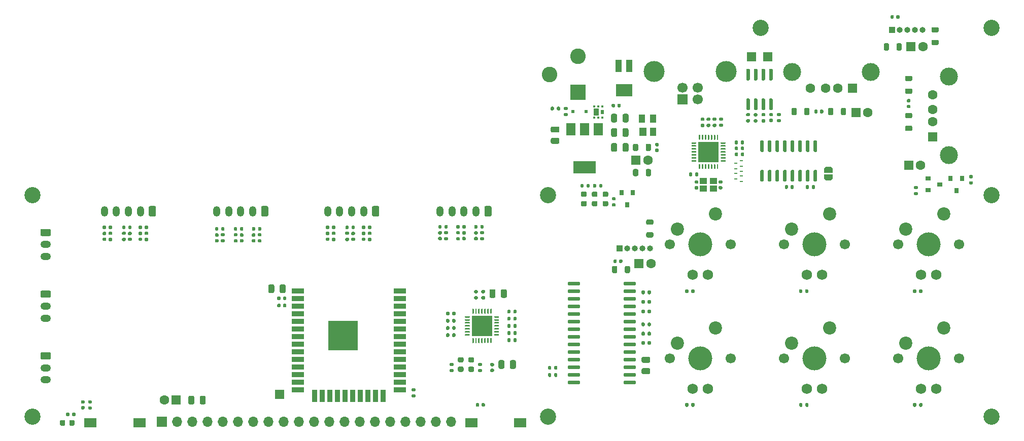
<source format=gbr>
%TF.GenerationSoftware,KiCad,Pcbnew,(5.1.7)-1*%
%TF.CreationDate,2021-03-26T00:16:30-04:00*%
%TF.ProjectId,Console,436f6e73-6f6c-4652-9e6b-696361645f70,rev?*%
%TF.SameCoordinates,Original*%
%TF.FileFunction,Soldermask,Top*%
%TF.FilePolarity,Negative*%
%FSLAX46Y46*%
G04 Gerber Fmt 4.6, Leading zero omitted, Abs format (unit mm)*
G04 Created by KiCad (PCBNEW (5.1.7)-1) date 2021-03-26 00:16:30*
%MOMM*%
%LPD*%
G01*
G04 APERTURE LIST*
%ADD10R,1.500000X1.500000*%
%ADD11O,1.750000X1.200000*%
%ADD12C,0.100000*%
%ADD13R,0.480000X0.800000*%
%ADD14R,0.950000X1.150000*%
%ADD15R,0.400000X0.425000*%
%ADD16C,3.500000*%
%ADD17C,1.700000*%
%ADD18R,1.700000X1.700000*%
%ADD19R,3.350000X3.350000*%
%ADD20R,2.000000X1.500000*%
%ADD21O,1.200000X1.750000*%
%ADD22C,1.600000*%
%ADD23R,1.600000X1.600000*%
%ADD24R,1.600000X1.500000*%
%ADD25C,3.000000*%
%ADD26R,1.500000X1.600000*%
%ADD27C,2.600000*%
%ADD28R,2.600000X2.600000*%
%ADD29C,2.200000*%
%ADD30C,4.000000*%
%ADD31C,1.750000*%
%ADD32R,1.500000X2.000000*%
%ADD33R,3.800000X2.000000*%
%ADD34R,0.600000X0.200000*%
%ADD35O,1.000000X1.000000*%
%ADD36R,1.000000X1.000000*%
%ADD37C,2.700000*%
%ADD38R,2.000000X0.900000*%
%ADD39R,0.900000X2.000000*%
%ADD40R,5.000000X5.000000*%
%ADD41R,1.200000X1.000000*%
%ADD42O,1.700000X1.700000*%
%ADD43R,0.900000X0.800000*%
%ADD44R,0.800000X0.900000*%
%ADD45R,1.000000X2.000000*%
%ADD46R,2.800000X2.000000*%
%ADD47R,0.500000X0.500000*%
%ADD48R,1.000000X1.400000*%
%ADD49R,1.200000X1.400000*%
G04 APERTURE END LIST*
D10*
%TO.C,TP7*%
X110250000Y-123250000D03*
%TD*%
%TO.C,C42*%
G36*
G01*
X96000000Y-123725000D02*
X96000000Y-124675000D01*
G75*
G02*
X95750000Y-124925000I-250000J0D01*
G01*
X95250000Y-124925000D01*
G75*
G02*
X95000000Y-124675000I0J250000D01*
G01*
X95000000Y-123725000D01*
G75*
G02*
X95250000Y-123475000I250000J0D01*
G01*
X95750000Y-123475000D01*
G75*
G02*
X96000000Y-123725000I0J-250000D01*
G01*
G37*
G36*
G01*
X97900000Y-123725000D02*
X97900000Y-124675000D01*
G75*
G02*
X97650000Y-124925000I-250000J0D01*
G01*
X97150000Y-124925000D01*
G75*
G02*
X96900000Y-124675000I0J250000D01*
G01*
X96900000Y-123725000D01*
G75*
G02*
X97150000Y-123475000I250000J0D01*
G01*
X97650000Y-123475000D01*
G75*
G02*
X97900000Y-123725000I0J-250000D01*
G01*
G37*
%TD*%
%TO.C,C38*%
G36*
G01*
X155725000Y-80400000D02*
X156675000Y-80400000D01*
G75*
G02*
X156925000Y-80650000I0J-250000D01*
G01*
X156925000Y-81150000D01*
G75*
G02*
X156675000Y-81400000I-250000J0D01*
G01*
X155725000Y-81400000D01*
G75*
G02*
X155475000Y-81150000I0J250000D01*
G01*
X155475000Y-80650000D01*
G75*
G02*
X155725000Y-80400000I250000J0D01*
G01*
G37*
G36*
G01*
X155725000Y-78500000D02*
X156675000Y-78500000D01*
G75*
G02*
X156925000Y-78750000I0J-250000D01*
G01*
X156925000Y-79250000D01*
G75*
G02*
X156675000Y-79500000I-250000J0D01*
G01*
X155725000Y-79500000D01*
G75*
G02*
X155475000Y-79250000I0J250000D01*
G01*
X155475000Y-78750000D01*
G75*
G02*
X155725000Y-78500000I250000J0D01*
G01*
G37*
%TD*%
%TO.C,C36*%
G36*
G01*
X167450000Y-79975000D02*
X167450000Y-79025000D01*
G75*
G02*
X167700000Y-78775000I250000J0D01*
G01*
X168200000Y-78775000D01*
G75*
G02*
X168450000Y-79025000I0J-250000D01*
G01*
X168450000Y-79975000D01*
G75*
G02*
X168200000Y-80225000I-250000J0D01*
G01*
X167700000Y-80225000D01*
G75*
G02*
X167450000Y-79975000I0J250000D01*
G01*
G37*
G36*
G01*
X165550000Y-79975000D02*
X165550000Y-79025000D01*
G75*
G02*
X165800000Y-78775000I250000J0D01*
G01*
X166300000Y-78775000D01*
G75*
G02*
X166550000Y-79025000I0J-250000D01*
G01*
X166550000Y-79975000D01*
G75*
G02*
X166300000Y-80225000I-250000J0D01*
G01*
X165800000Y-80225000D01*
G75*
G02*
X165550000Y-79975000I0J250000D01*
G01*
G37*
%TD*%
%TO.C,C35*%
G36*
G01*
X167450000Y-77575000D02*
X167450000Y-76625000D01*
G75*
G02*
X167700000Y-76375000I250000J0D01*
G01*
X168200000Y-76375000D01*
G75*
G02*
X168450000Y-76625000I0J-250000D01*
G01*
X168450000Y-77575000D01*
G75*
G02*
X168200000Y-77825000I-250000J0D01*
G01*
X167700000Y-77825000D01*
G75*
G02*
X167450000Y-77575000I0J250000D01*
G01*
G37*
G36*
G01*
X165550000Y-77575000D02*
X165550000Y-76625000D01*
G75*
G02*
X165800000Y-76375000I250000J0D01*
G01*
X166300000Y-76375000D01*
G75*
G02*
X166550000Y-76625000I0J-250000D01*
G01*
X166550000Y-77575000D01*
G75*
G02*
X166300000Y-77825000I-250000J0D01*
G01*
X165800000Y-77825000D01*
G75*
G02*
X165550000Y-77575000I0J250000D01*
G01*
G37*
%TD*%
%TO.C,C5*%
G36*
G01*
X171828480Y-117959760D02*
X170878480Y-117959760D01*
G75*
G02*
X170628480Y-117709760I0J250000D01*
G01*
X170628480Y-117209760D01*
G75*
G02*
X170878480Y-116959760I250000J0D01*
G01*
X171828480Y-116959760D01*
G75*
G02*
X172078480Y-117209760I0J-250000D01*
G01*
X172078480Y-117709760D01*
G75*
G02*
X171828480Y-117959760I-250000J0D01*
G01*
G37*
G36*
G01*
X171828480Y-119859760D02*
X170878480Y-119859760D01*
G75*
G02*
X170628480Y-119609760I0J250000D01*
G01*
X170628480Y-119109760D01*
G75*
G02*
X170878480Y-118859760I250000J0D01*
G01*
X171828480Y-118859760D01*
G75*
G02*
X172078480Y-119109760I0J-250000D01*
G01*
X172078480Y-119609760D01*
G75*
G02*
X171828480Y-119859760I-250000J0D01*
G01*
G37*
%TD*%
%TO.C,C2*%
G36*
G01*
X146250000Y-105925000D02*
X146250000Y-106875000D01*
G75*
G02*
X146000000Y-107125000I-250000J0D01*
G01*
X145500000Y-107125000D01*
G75*
G02*
X145250000Y-106875000I0J250000D01*
G01*
X145250000Y-105925000D01*
G75*
G02*
X145500000Y-105675000I250000J0D01*
G01*
X146000000Y-105675000D01*
G75*
G02*
X146250000Y-105925000I0J-250000D01*
G01*
G37*
G36*
G01*
X148150000Y-105925000D02*
X148150000Y-106875000D01*
G75*
G02*
X147900000Y-107125000I-250000J0D01*
G01*
X147400000Y-107125000D01*
G75*
G02*
X147150000Y-106875000I0J250000D01*
G01*
X147150000Y-105925000D01*
G75*
G02*
X147400000Y-105675000I250000J0D01*
G01*
X147900000Y-105675000D01*
G75*
G02*
X148150000Y-105925000I0J-250000D01*
G01*
G37*
%TD*%
%TO.C,C1*%
G36*
G01*
X147750000Y-117775000D02*
X147750000Y-118725000D01*
G75*
G02*
X147500000Y-118975000I-250000J0D01*
G01*
X147000000Y-118975000D01*
G75*
G02*
X146750000Y-118725000I0J250000D01*
G01*
X146750000Y-117775000D01*
G75*
G02*
X147000000Y-117525000I250000J0D01*
G01*
X147500000Y-117525000D01*
G75*
G02*
X147750000Y-117775000I0J-250000D01*
G01*
G37*
G36*
G01*
X149650000Y-117775000D02*
X149650000Y-118725000D01*
G75*
G02*
X149400000Y-118975000I-250000J0D01*
G01*
X148900000Y-118975000D01*
G75*
G02*
X148650000Y-118725000I0J250000D01*
G01*
X148650000Y-117775000D01*
G75*
G02*
X148900000Y-117525000I250000J0D01*
G01*
X149400000Y-117525000D01*
G75*
G02*
X149650000Y-117775000I0J-250000D01*
G01*
G37*
%TD*%
D11*
%TO.C,J9*%
X71200000Y-120800000D03*
X71200000Y-118800000D03*
G36*
G01*
X70574999Y-116200000D02*
X71825001Y-116200000D01*
G75*
G02*
X72075000Y-116449999I0J-249999D01*
G01*
X72075000Y-117150001D01*
G75*
G02*
X71825001Y-117400000I-249999J0D01*
G01*
X70574999Y-117400000D01*
G75*
G02*
X70325000Y-117150001I0J249999D01*
G01*
X70325000Y-116449999D01*
G75*
G02*
X70574999Y-116200000I249999J0D01*
G01*
G37*
%TD*%
%TO.C,J2*%
X71200000Y-110500000D03*
X71200000Y-108500000D03*
G36*
G01*
X70574999Y-105900000D02*
X71825001Y-105900000D01*
G75*
G02*
X72075000Y-106149999I0J-249999D01*
G01*
X72075000Y-106850001D01*
G75*
G02*
X71825001Y-107100000I-249999J0D01*
G01*
X70574999Y-107100000D01*
G75*
G02*
X70325000Y-106850001I0J249999D01*
G01*
X70325000Y-106149999D01*
G75*
G02*
X70574999Y-105900000I249999J0D01*
G01*
G37*
%TD*%
%TO.C,J1*%
X71200000Y-100200000D03*
X71200000Y-98200000D03*
G36*
G01*
X70574999Y-95600000D02*
X71825001Y-95600000D01*
G75*
G02*
X72075000Y-95849999I0J-249999D01*
G01*
X72075000Y-96550001D01*
G75*
G02*
X71825001Y-96800000I-249999J0D01*
G01*
X70574999Y-96800000D01*
G75*
G02*
X70325000Y-96550001I0J249999D01*
G01*
X70325000Y-95849999D01*
G75*
G02*
X70574999Y-95600000I249999J0D01*
G01*
G37*
%TD*%
%TO.C,FB4*%
G36*
G01*
X172381250Y-94912500D02*
X171618750Y-94912500D01*
G75*
G02*
X171400000Y-94693750I0J218750D01*
G01*
X171400000Y-94256250D01*
G75*
G02*
X171618750Y-94037500I218750J0D01*
G01*
X172381250Y-94037500D01*
G75*
G02*
X172600000Y-94256250I0J-218750D01*
G01*
X172600000Y-94693750D01*
G75*
G02*
X172381250Y-94912500I-218750J0D01*
G01*
G37*
G36*
G01*
X172381250Y-97037500D02*
X171618750Y-97037500D01*
G75*
G02*
X171400000Y-96818750I0J218750D01*
G01*
X171400000Y-96381250D01*
G75*
G02*
X171618750Y-96162500I218750J0D01*
G01*
X172381250Y-96162500D01*
G75*
G02*
X172600000Y-96381250I0J-218750D01*
G01*
X172600000Y-96818750D01*
G75*
G02*
X172381250Y-97037500I-218750J0D01*
G01*
G37*
%TD*%
%TO.C,R3*%
G36*
G01*
X178450000Y-105815000D02*
X178450000Y-106185000D01*
G75*
G02*
X178315000Y-106320000I-135000J0D01*
G01*
X178045000Y-106320000D01*
G75*
G02*
X177910000Y-106185000I0J135000D01*
G01*
X177910000Y-105815000D01*
G75*
G02*
X178045000Y-105680000I135000J0D01*
G01*
X178315000Y-105680000D01*
G75*
G02*
X178450000Y-105815000I0J-135000D01*
G01*
G37*
G36*
G01*
X179470000Y-105815000D02*
X179470000Y-106185000D01*
G75*
G02*
X179335000Y-106320000I-135000J0D01*
G01*
X179065000Y-106320000D01*
G75*
G02*
X178930000Y-106185000I0J135000D01*
G01*
X178930000Y-105815000D01*
G75*
G02*
X179065000Y-105680000I135000J0D01*
G01*
X179335000Y-105680000D01*
G75*
G02*
X179470000Y-105815000I0J-135000D01*
G01*
G37*
%TD*%
%TO.C,R38*%
G36*
G01*
X171160000Y-112915000D02*
X171160000Y-113285000D01*
G75*
G02*
X171025000Y-113420000I-135000J0D01*
G01*
X170755000Y-113420000D01*
G75*
G02*
X170620000Y-113285000I0J135000D01*
G01*
X170620000Y-112915000D01*
G75*
G02*
X170755000Y-112780000I135000J0D01*
G01*
X171025000Y-112780000D01*
G75*
G02*
X171160000Y-112915000I0J-135000D01*
G01*
G37*
G36*
G01*
X172180000Y-112915000D02*
X172180000Y-113285000D01*
G75*
G02*
X172045000Y-113420000I-135000J0D01*
G01*
X171775000Y-113420000D01*
G75*
G02*
X171640000Y-113285000I0J135000D01*
G01*
X171640000Y-112915000D01*
G75*
G02*
X171775000Y-112780000I135000J0D01*
G01*
X172045000Y-112780000D01*
G75*
G02*
X172180000Y-112915000I0J-135000D01*
G01*
G37*
%TD*%
%TO.C,R39*%
G36*
G01*
X171160000Y-111365000D02*
X171160000Y-111735000D01*
G75*
G02*
X171025000Y-111870000I-135000J0D01*
G01*
X170755000Y-111870000D01*
G75*
G02*
X170620000Y-111735000I0J135000D01*
G01*
X170620000Y-111365000D01*
G75*
G02*
X170755000Y-111230000I135000J0D01*
G01*
X171025000Y-111230000D01*
G75*
G02*
X171160000Y-111365000I0J-135000D01*
G01*
G37*
G36*
G01*
X172180000Y-111365000D02*
X172180000Y-111735000D01*
G75*
G02*
X172045000Y-111870000I-135000J0D01*
G01*
X171775000Y-111870000D01*
G75*
G02*
X171640000Y-111735000I0J135000D01*
G01*
X171640000Y-111365000D01*
G75*
G02*
X171775000Y-111230000I135000J0D01*
G01*
X172045000Y-111230000D01*
G75*
G02*
X172180000Y-111365000I0J-135000D01*
G01*
G37*
%TD*%
%TO.C,R4*%
G36*
G01*
X197450000Y-105815000D02*
X197450000Y-106185000D01*
G75*
G02*
X197315000Y-106320000I-135000J0D01*
G01*
X197045000Y-106320000D01*
G75*
G02*
X196910000Y-106185000I0J135000D01*
G01*
X196910000Y-105815000D01*
G75*
G02*
X197045000Y-105680000I135000J0D01*
G01*
X197315000Y-105680000D01*
G75*
G02*
X197450000Y-105815000I0J-135000D01*
G01*
G37*
G36*
G01*
X198470000Y-105815000D02*
X198470000Y-106185000D01*
G75*
G02*
X198335000Y-106320000I-135000J0D01*
G01*
X198065000Y-106320000D01*
G75*
G02*
X197930000Y-106185000I0J135000D01*
G01*
X197930000Y-105815000D01*
G75*
G02*
X198065000Y-105680000I135000J0D01*
G01*
X198335000Y-105680000D01*
G75*
G02*
X198470000Y-105815000I0J-135000D01*
G01*
G37*
%TD*%
%TO.C,R56*%
G36*
G01*
X137740000Y-95435000D02*
X137740000Y-95065000D01*
G75*
G02*
X137875000Y-94930000I135000J0D01*
G01*
X138145000Y-94930000D01*
G75*
G02*
X138280000Y-95065000I0J-135000D01*
G01*
X138280000Y-95435000D01*
G75*
G02*
X138145000Y-95570000I-135000J0D01*
G01*
X137875000Y-95570000D01*
G75*
G02*
X137740000Y-95435000I0J135000D01*
G01*
G37*
G36*
G01*
X136720000Y-95435000D02*
X136720000Y-95065000D01*
G75*
G02*
X136855000Y-94930000I135000J0D01*
G01*
X137125000Y-94930000D01*
G75*
G02*
X137260000Y-95065000I0J-135000D01*
G01*
X137260000Y-95435000D01*
G75*
G02*
X137125000Y-95570000I-135000J0D01*
G01*
X136855000Y-95570000D01*
G75*
G02*
X136720000Y-95435000I0J135000D01*
G01*
G37*
%TD*%
%TO.C,C12*%
G36*
G01*
X140830000Y-96950000D02*
X141170000Y-96950000D01*
G75*
G02*
X141310000Y-97090000I0J-140000D01*
G01*
X141310000Y-97370000D01*
G75*
G02*
X141170000Y-97510000I-140000J0D01*
G01*
X140830000Y-97510000D01*
G75*
G02*
X140690000Y-97370000I0J140000D01*
G01*
X140690000Y-97090000D01*
G75*
G02*
X140830000Y-96950000I140000J0D01*
G01*
G37*
G36*
G01*
X140830000Y-95990000D02*
X141170000Y-95990000D01*
G75*
G02*
X141310000Y-96130000I0J-140000D01*
G01*
X141310000Y-96410000D01*
G75*
G02*
X141170000Y-96550000I-140000J0D01*
G01*
X140830000Y-96550000D01*
G75*
G02*
X140690000Y-96410000I0J140000D01*
G01*
X140690000Y-96130000D01*
G75*
G02*
X140830000Y-95990000I140000J0D01*
G01*
G37*
%TD*%
%TO.C,R74*%
G36*
G01*
X132785000Y-122760000D02*
X132415000Y-122760000D01*
G75*
G02*
X132280000Y-122625000I0J135000D01*
G01*
X132280000Y-122355000D01*
G75*
G02*
X132415000Y-122220000I135000J0D01*
G01*
X132785000Y-122220000D01*
G75*
G02*
X132920000Y-122355000I0J-135000D01*
G01*
X132920000Y-122625000D01*
G75*
G02*
X132785000Y-122760000I-135000J0D01*
G01*
G37*
G36*
G01*
X132785000Y-123780000D02*
X132415000Y-123780000D01*
G75*
G02*
X132280000Y-123645000I0J135000D01*
G01*
X132280000Y-123375000D01*
G75*
G02*
X132415000Y-123240000I135000J0D01*
G01*
X132785000Y-123240000D01*
G75*
G02*
X132920000Y-123375000I0J-135000D01*
G01*
X132920000Y-123645000D01*
G75*
G02*
X132785000Y-123780000I-135000J0D01*
G01*
G37*
%TD*%
%TO.C,R28*%
G36*
G01*
X139040000Y-111135000D02*
X139040000Y-110765000D01*
G75*
G02*
X139175000Y-110630000I135000J0D01*
G01*
X139445000Y-110630000D01*
G75*
G02*
X139580000Y-110765000I0J-135000D01*
G01*
X139580000Y-111135000D01*
G75*
G02*
X139445000Y-111270000I-135000J0D01*
G01*
X139175000Y-111270000D01*
G75*
G02*
X139040000Y-111135000I0J135000D01*
G01*
G37*
G36*
G01*
X138020000Y-111135000D02*
X138020000Y-110765000D01*
G75*
G02*
X138155000Y-110630000I135000J0D01*
G01*
X138425000Y-110630000D01*
G75*
G02*
X138560000Y-110765000I0J-135000D01*
G01*
X138560000Y-111135000D01*
G75*
G02*
X138425000Y-111270000I-135000J0D01*
G01*
X138155000Y-111270000D01*
G75*
G02*
X138020000Y-111135000I0J135000D01*
G01*
G37*
%TD*%
%TO.C,R27*%
G36*
G01*
X139040000Y-109935000D02*
X139040000Y-109565000D01*
G75*
G02*
X139175000Y-109430000I135000J0D01*
G01*
X139445000Y-109430000D01*
G75*
G02*
X139580000Y-109565000I0J-135000D01*
G01*
X139580000Y-109935000D01*
G75*
G02*
X139445000Y-110070000I-135000J0D01*
G01*
X139175000Y-110070000D01*
G75*
G02*
X139040000Y-109935000I0J135000D01*
G01*
G37*
G36*
G01*
X138020000Y-109935000D02*
X138020000Y-109565000D01*
G75*
G02*
X138155000Y-109430000I135000J0D01*
G01*
X138425000Y-109430000D01*
G75*
G02*
X138560000Y-109565000I0J-135000D01*
G01*
X138560000Y-109935000D01*
G75*
G02*
X138425000Y-110070000I-135000J0D01*
G01*
X138155000Y-110070000D01*
G75*
G02*
X138020000Y-109935000I0J135000D01*
G01*
G37*
%TD*%
%TO.C,R9*%
G36*
G01*
X186720000Y-82965000D02*
X186720000Y-83335000D01*
G75*
G02*
X186585000Y-83470000I-135000J0D01*
G01*
X186315000Y-83470000D01*
G75*
G02*
X186180000Y-83335000I0J135000D01*
G01*
X186180000Y-82965000D01*
G75*
G02*
X186315000Y-82830000I135000J0D01*
G01*
X186585000Y-82830000D01*
G75*
G02*
X186720000Y-82965000I0J-135000D01*
G01*
G37*
G36*
G01*
X187740000Y-82965000D02*
X187740000Y-83335000D01*
G75*
G02*
X187605000Y-83470000I-135000J0D01*
G01*
X187335000Y-83470000D01*
G75*
G02*
X187200000Y-83335000I0J135000D01*
G01*
X187200000Y-82965000D01*
G75*
G02*
X187335000Y-82830000I135000J0D01*
G01*
X187605000Y-82830000D01*
G75*
G02*
X187740000Y-82965000I0J-135000D01*
G01*
G37*
%TD*%
%TO.C,R67*%
G36*
G01*
X186710000Y-81965000D02*
X186710000Y-82335000D01*
G75*
G02*
X186575000Y-82470000I-135000J0D01*
G01*
X186305000Y-82470000D01*
G75*
G02*
X186170000Y-82335000I0J135000D01*
G01*
X186170000Y-81965000D01*
G75*
G02*
X186305000Y-81830000I135000J0D01*
G01*
X186575000Y-81830000D01*
G75*
G02*
X186710000Y-81965000I0J-135000D01*
G01*
G37*
G36*
G01*
X187730000Y-81965000D02*
X187730000Y-82335000D01*
G75*
G02*
X187595000Y-82470000I-135000J0D01*
G01*
X187325000Y-82470000D01*
G75*
G02*
X187190000Y-82335000I0J135000D01*
G01*
X187190000Y-81965000D01*
G75*
G02*
X187325000Y-81830000I135000J0D01*
G01*
X187595000Y-81830000D01*
G75*
G02*
X187730000Y-81965000I0J-135000D01*
G01*
G37*
%TD*%
%TO.C,R66*%
G36*
G01*
X186710000Y-80965000D02*
X186710000Y-81335000D01*
G75*
G02*
X186575000Y-81470000I-135000J0D01*
G01*
X186305000Y-81470000D01*
G75*
G02*
X186170000Y-81335000I0J135000D01*
G01*
X186170000Y-80965000D01*
G75*
G02*
X186305000Y-80830000I135000J0D01*
G01*
X186575000Y-80830000D01*
G75*
G02*
X186710000Y-80965000I0J-135000D01*
G01*
G37*
G36*
G01*
X187730000Y-80965000D02*
X187730000Y-81335000D01*
G75*
G02*
X187595000Y-81470000I-135000J0D01*
G01*
X187325000Y-81470000D01*
G75*
G02*
X187190000Y-81335000I0J135000D01*
G01*
X187190000Y-80965000D01*
G75*
G02*
X187325000Y-80830000I135000J0D01*
G01*
X187595000Y-80830000D01*
G75*
G02*
X187730000Y-80965000I0J-135000D01*
G01*
G37*
%TD*%
D12*
%TO.C,JP1*%
G36*
X202550000Y-86500000D02*
G01*
X202550000Y-87000000D01*
X202549398Y-87000000D01*
X202549398Y-87024534D01*
X202544588Y-87073365D01*
X202535016Y-87121490D01*
X202520772Y-87168445D01*
X202501995Y-87213778D01*
X202478864Y-87257051D01*
X202451604Y-87297850D01*
X202420476Y-87335779D01*
X202385779Y-87370476D01*
X202347850Y-87401604D01*
X202307051Y-87428864D01*
X202263778Y-87451995D01*
X202218445Y-87470772D01*
X202171490Y-87485016D01*
X202123365Y-87494588D01*
X202074534Y-87499398D01*
X202050000Y-87499398D01*
X202050000Y-87500000D01*
X201550000Y-87500000D01*
X201550000Y-87499398D01*
X201525466Y-87499398D01*
X201476635Y-87494588D01*
X201428510Y-87485016D01*
X201381555Y-87470772D01*
X201336222Y-87451995D01*
X201292949Y-87428864D01*
X201252150Y-87401604D01*
X201214221Y-87370476D01*
X201179524Y-87335779D01*
X201148396Y-87297850D01*
X201121136Y-87257051D01*
X201098005Y-87213778D01*
X201079228Y-87168445D01*
X201064984Y-87121490D01*
X201055412Y-87073365D01*
X201050602Y-87024534D01*
X201050602Y-87000000D01*
X201050000Y-87000000D01*
X201050000Y-86500000D01*
X202550000Y-86500000D01*
G37*
G36*
X201050602Y-85700000D02*
G01*
X201050602Y-85675466D01*
X201055412Y-85626635D01*
X201064984Y-85578510D01*
X201079228Y-85531555D01*
X201098005Y-85486222D01*
X201121136Y-85442949D01*
X201148396Y-85402150D01*
X201179524Y-85364221D01*
X201214221Y-85329524D01*
X201252150Y-85298396D01*
X201292949Y-85271136D01*
X201336222Y-85248005D01*
X201381555Y-85229228D01*
X201428510Y-85214984D01*
X201476635Y-85205412D01*
X201525466Y-85200602D01*
X201550000Y-85200602D01*
X201550000Y-85200000D01*
X202050000Y-85200000D01*
X202050000Y-85200602D01*
X202074534Y-85200602D01*
X202123365Y-85205412D01*
X202171490Y-85214984D01*
X202218445Y-85229228D01*
X202263778Y-85248005D01*
X202307051Y-85271136D01*
X202347850Y-85298396D01*
X202385779Y-85329524D01*
X202420476Y-85364221D01*
X202451604Y-85402150D01*
X202478864Y-85442949D01*
X202501995Y-85486222D01*
X202520772Y-85531555D01*
X202535016Y-85578510D01*
X202544588Y-85626635D01*
X202549398Y-85675466D01*
X202549398Y-85700000D01*
X202550000Y-85700000D01*
X202550000Y-86200000D01*
X201050000Y-86200000D01*
X201050000Y-85700000D01*
X201050602Y-85700000D01*
G37*
%TD*%
D13*
%TO.C,U7*%
X164100000Y-76100000D03*
D14*
X163075000Y-76100000D03*
D15*
X162750000Y-75162500D03*
X163400000Y-75162500D03*
X164050000Y-75162500D03*
X164050000Y-77037500D03*
X163400000Y-77037500D03*
X162750000Y-77037500D03*
%TD*%
D16*
%TO.C,J3*%
X184770000Y-69290000D03*
X172730000Y-69290000D03*
D17*
X177500000Y-72000000D03*
X180000000Y-72000000D03*
X180000000Y-74000000D03*
D18*
X177500000Y-74000000D03*
%TD*%
D19*
%TO.C,U1*%
X144000000Y-111800000D03*
G36*
G01*
X141887500Y-113425000D02*
X141212500Y-113425000D01*
G75*
G02*
X141150000Y-113362500I0J62500D01*
G01*
X141150000Y-113237500D01*
G75*
G02*
X141212500Y-113175000I62500J0D01*
G01*
X141887500Y-113175000D01*
G75*
G02*
X141950000Y-113237500I0J-62500D01*
G01*
X141950000Y-113362500D01*
G75*
G02*
X141887500Y-113425000I-62500J0D01*
G01*
G37*
G36*
G01*
X141887500Y-112925000D02*
X141212500Y-112925000D01*
G75*
G02*
X141150000Y-112862500I0J62500D01*
G01*
X141150000Y-112737500D01*
G75*
G02*
X141212500Y-112675000I62500J0D01*
G01*
X141887500Y-112675000D01*
G75*
G02*
X141950000Y-112737500I0J-62500D01*
G01*
X141950000Y-112862500D01*
G75*
G02*
X141887500Y-112925000I-62500J0D01*
G01*
G37*
G36*
G01*
X141887500Y-112425000D02*
X141212500Y-112425000D01*
G75*
G02*
X141150000Y-112362500I0J62500D01*
G01*
X141150000Y-112237500D01*
G75*
G02*
X141212500Y-112175000I62500J0D01*
G01*
X141887500Y-112175000D01*
G75*
G02*
X141950000Y-112237500I0J-62500D01*
G01*
X141950000Y-112362500D01*
G75*
G02*
X141887500Y-112425000I-62500J0D01*
G01*
G37*
G36*
G01*
X141887500Y-111925000D02*
X141212500Y-111925000D01*
G75*
G02*
X141150000Y-111862500I0J62500D01*
G01*
X141150000Y-111737500D01*
G75*
G02*
X141212500Y-111675000I62500J0D01*
G01*
X141887500Y-111675000D01*
G75*
G02*
X141950000Y-111737500I0J-62500D01*
G01*
X141950000Y-111862500D01*
G75*
G02*
X141887500Y-111925000I-62500J0D01*
G01*
G37*
G36*
G01*
X141887500Y-111425000D02*
X141212500Y-111425000D01*
G75*
G02*
X141150000Y-111362500I0J62500D01*
G01*
X141150000Y-111237500D01*
G75*
G02*
X141212500Y-111175000I62500J0D01*
G01*
X141887500Y-111175000D01*
G75*
G02*
X141950000Y-111237500I0J-62500D01*
G01*
X141950000Y-111362500D01*
G75*
G02*
X141887500Y-111425000I-62500J0D01*
G01*
G37*
G36*
G01*
X141887500Y-110925000D02*
X141212500Y-110925000D01*
G75*
G02*
X141150000Y-110862500I0J62500D01*
G01*
X141150000Y-110737500D01*
G75*
G02*
X141212500Y-110675000I62500J0D01*
G01*
X141887500Y-110675000D01*
G75*
G02*
X141950000Y-110737500I0J-62500D01*
G01*
X141950000Y-110862500D01*
G75*
G02*
X141887500Y-110925000I-62500J0D01*
G01*
G37*
G36*
G01*
X141887500Y-110425000D02*
X141212500Y-110425000D01*
G75*
G02*
X141150000Y-110362500I0J62500D01*
G01*
X141150000Y-110237500D01*
G75*
G02*
X141212500Y-110175000I62500J0D01*
G01*
X141887500Y-110175000D01*
G75*
G02*
X141950000Y-110237500I0J-62500D01*
G01*
X141950000Y-110362500D01*
G75*
G02*
X141887500Y-110425000I-62500J0D01*
G01*
G37*
G36*
G01*
X142562500Y-109750000D02*
X142437500Y-109750000D01*
G75*
G02*
X142375000Y-109687500I0J62500D01*
G01*
X142375000Y-109012500D01*
G75*
G02*
X142437500Y-108950000I62500J0D01*
G01*
X142562500Y-108950000D01*
G75*
G02*
X142625000Y-109012500I0J-62500D01*
G01*
X142625000Y-109687500D01*
G75*
G02*
X142562500Y-109750000I-62500J0D01*
G01*
G37*
G36*
G01*
X143062500Y-109750000D02*
X142937500Y-109750000D01*
G75*
G02*
X142875000Y-109687500I0J62500D01*
G01*
X142875000Y-109012500D01*
G75*
G02*
X142937500Y-108950000I62500J0D01*
G01*
X143062500Y-108950000D01*
G75*
G02*
X143125000Y-109012500I0J-62500D01*
G01*
X143125000Y-109687500D01*
G75*
G02*
X143062500Y-109750000I-62500J0D01*
G01*
G37*
G36*
G01*
X143562500Y-109750000D02*
X143437500Y-109750000D01*
G75*
G02*
X143375000Y-109687500I0J62500D01*
G01*
X143375000Y-109012500D01*
G75*
G02*
X143437500Y-108950000I62500J0D01*
G01*
X143562500Y-108950000D01*
G75*
G02*
X143625000Y-109012500I0J-62500D01*
G01*
X143625000Y-109687500D01*
G75*
G02*
X143562500Y-109750000I-62500J0D01*
G01*
G37*
G36*
G01*
X144062500Y-109750000D02*
X143937500Y-109750000D01*
G75*
G02*
X143875000Y-109687500I0J62500D01*
G01*
X143875000Y-109012500D01*
G75*
G02*
X143937500Y-108950000I62500J0D01*
G01*
X144062500Y-108950000D01*
G75*
G02*
X144125000Y-109012500I0J-62500D01*
G01*
X144125000Y-109687500D01*
G75*
G02*
X144062500Y-109750000I-62500J0D01*
G01*
G37*
G36*
G01*
X144562500Y-109750000D02*
X144437500Y-109750000D01*
G75*
G02*
X144375000Y-109687500I0J62500D01*
G01*
X144375000Y-109012500D01*
G75*
G02*
X144437500Y-108950000I62500J0D01*
G01*
X144562500Y-108950000D01*
G75*
G02*
X144625000Y-109012500I0J-62500D01*
G01*
X144625000Y-109687500D01*
G75*
G02*
X144562500Y-109750000I-62500J0D01*
G01*
G37*
G36*
G01*
X145062500Y-109750000D02*
X144937500Y-109750000D01*
G75*
G02*
X144875000Y-109687500I0J62500D01*
G01*
X144875000Y-109012500D01*
G75*
G02*
X144937500Y-108950000I62500J0D01*
G01*
X145062500Y-108950000D01*
G75*
G02*
X145125000Y-109012500I0J-62500D01*
G01*
X145125000Y-109687500D01*
G75*
G02*
X145062500Y-109750000I-62500J0D01*
G01*
G37*
G36*
G01*
X145562500Y-109750000D02*
X145437500Y-109750000D01*
G75*
G02*
X145375000Y-109687500I0J62500D01*
G01*
X145375000Y-109012500D01*
G75*
G02*
X145437500Y-108950000I62500J0D01*
G01*
X145562500Y-108950000D01*
G75*
G02*
X145625000Y-109012500I0J-62500D01*
G01*
X145625000Y-109687500D01*
G75*
G02*
X145562500Y-109750000I-62500J0D01*
G01*
G37*
G36*
G01*
X146787500Y-110425000D02*
X146112500Y-110425000D01*
G75*
G02*
X146050000Y-110362500I0J62500D01*
G01*
X146050000Y-110237500D01*
G75*
G02*
X146112500Y-110175000I62500J0D01*
G01*
X146787500Y-110175000D01*
G75*
G02*
X146850000Y-110237500I0J-62500D01*
G01*
X146850000Y-110362500D01*
G75*
G02*
X146787500Y-110425000I-62500J0D01*
G01*
G37*
G36*
G01*
X146787500Y-110925000D02*
X146112500Y-110925000D01*
G75*
G02*
X146050000Y-110862500I0J62500D01*
G01*
X146050000Y-110737500D01*
G75*
G02*
X146112500Y-110675000I62500J0D01*
G01*
X146787500Y-110675000D01*
G75*
G02*
X146850000Y-110737500I0J-62500D01*
G01*
X146850000Y-110862500D01*
G75*
G02*
X146787500Y-110925000I-62500J0D01*
G01*
G37*
G36*
G01*
X146787500Y-111425000D02*
X146112500Y-111425000D01*
G75*
G02*
X146050000Y-111362500I0J62500D01*
G01*
X146050000Y-111237500D01*
G75*
G02*
X146112500Y-111175000I62500J0D01*
G01*
X146787500Y-111175000D01*
G75*
G02*
X146850000Y-111237500I0J-62500D01*
G01*
X146850000Y-111362500D01*
G75*
G02*
X146787500Y-111425000I-62500J0D01*
G01*
G37*
G36*
G01*
X146787500Y-111925000D02*
X146112500Y-111925000D01*
G75*
G02*
X146050000Y-111862500I0J62500D01*
G01*
X146050000Y-111737500D01*
G75*
G02*
X146112500Y-111675000I62500J0D01*
G01*
X146787500Y-111675000D01*
G75*
G02*
X146850000Y-111737500I0J-62500D01*
G01*
X146850000Y-111862500D01*
G75*
G02*
X146787500Y-111925000I-62500J0D01*
G01*
G37*
G36*
G01*
X146787500Y-112425000D02*
X146112500Y-112425000D01*
G75*
G02*
X146050000Y-112362500I0J62500D01*
G01*
X146050000Y-112237500D01*
G75*
G02*
X146112500Y-112175000I62500J0D01*
G01*
X146787500Y-112175000D01*
G75*
G02*
X146850000Y-112237500I0J-62500D01*
G01*
X146850000Y-112362500D01*
G75*
G02*
X146787500Y-112425000I-62500J0D01*
G01*
G37*
G36*
G01*
X146787500Y-112925000D02*
X146112500Y-112925000D01*
G75*
G02*
X146050000Y-112862500I0J62500D01*
G01*
X146050000Y-112737500D01*
G75*
G02*
X146112500Y-112675000I62500J0D01*
G01*
X146787500Y-112675000D01*
G75*
G02*
X146850000Y-112737500I0J-62500D01*
G01*
X146850000Y-112862500D01*
G75*
G02*
X146787500Y-112925000I-62500J0D01*
G01*
G37*
G36*
G01*
X146787500Y-113425000D02*
X146112500Y-113425000D01*
G75*
G02*
X146050000Y-113362500I0J62500D01*
G01*
X146050000Y-113237500D01*
G75*
G02*
X146112500Y-113175000I62500J0D01*
G01*
X146787500Y-113175000D01*
G75*
G02*
X146850000Y-113237500I0J-62500D01*
G01*
X146850000Y-113362500D01*
G75*
G02*
X146787500Y-113425000I-62500J0D01*
G01*
G37*
G36*
G01*
X145562500Y-114650000D02*
X145437500Y-114650000D01*
G75*
G02*
X145375000Y-114587500I0J62500D01*
G01*
X145375000Y-113912500D01*
G75*
G02*
X145437500Y-113850000I62500J0D01*
G01*
X145562500Y-113850000D01*
G75*
G02*
X145625000Y-113912500I0J-62500D01*
G01*
X145625000Y-114587500D01*
G75*
G02*
X145562500Y-114650000I-62500J0D01*
G01*
G37*
G36*
G01*
X145062500Y-114650000D02*
X144937500Y-114650000D01*
G75*
G02*
X144875000Y-114587500I0J62500D01*
G01*
X144875000Y-113912500D01*
G75*
G02*
X144937500Y-113850000I62500J0D01*
G01*
X145062500Y-113850000D01*
G75*
G02*
X145125000Y-113912500I0J-62500D01*
G01*
X145125000Y-114587500D01*
G75*
G02*
X145062500Y-114650000I-62500J0D01*
G01*
G37*
G36*
G01*
X144562500Y-114650000D02*
X144437500Y-114650000D01*
G75*
G02*
X144375000Y-114587500I0J62500D01*
G01*
X144375000Y-113912500D01*
G75*
G02*
X144437500Y-113850000I62500J0D01*
G01*
X144562500Y-113850000D01*
G75*
G02*
X144625000Y-113912500I0J-62500D01*
G01*
X144625000Y-114587500D01*
G75*
G02*
X144562500Y-114650000I-62500J0D01*
G01*
G37*
G36*
G01*
X144062500Y-114650000D02*
X143937500Y-114650000D01*
G75*
G02*
X143875000Y-114587500I0J62500D01*
G01*
X143875000Y-113912500D01*
G75*
G02*
X143937500Y-113850000I62500J0D01*
G01*
X144062500Y-113850000D01*
G75*
G02*
X144125000Y-113912500I0J-62500D01*
G01*
X144125000Y-114587500D01*
G75*
G02*
X144062500Y-114650000I-62500J0D01*
G01*
G37*
G36*
G01*
X143562500Y-114650000D02*
X143437500Y-114650000D01*
G75*
G02*
X143375000Y-114587500I0J62500D01*
G01*
X143375000Y-113912500D01*
G75*
G02*
X143437500Y-113850000I62500J0D01*
G01*
X143562500Y-113850000D01*
G75*
G02*
X143625000Y-113912500I0J-62500D01*
G01*
X143625000Y-114587500D01*
G75*
G02*
X143562500Y-114650000I-62500J0D01*
G01*
G37*
G36*
G01*
X143062500Y-114650000D02*
X142937500Y-114650000D01*
G75*
G02*
X142875000Y-114587500I0J62500D01*
G01*
X142875000Y-113912500D01*
G75*
G02*
X142937500Y-113850000I62500J0D01*
G01*
X143062500Y-113850000D01*
G75*
G02*
X143125000Y-113912500I0J-62500D01*
G01*
X143125000Y-114587500D01*
G75*
G02*
X143062500Y-114650000I-62500J0D01*
G01*
G37*
G36*
G01*
X142562500Y-114650000D02*
X142437500Y-114650000D01*
G75*
G02*
X142375000Y-114587500I0J62500D01*
G01*
X142375000Y-113912500D01*
G75*
G02*
X142437500Y-113850000I62500J0D01*
G01*
X142562500Y-113850000D01*
G75*
G02*
X142625000Y-113912500I0J-62500D01*
G01*
X142625000Y-114587500D01*
G75*
G02*
X142562500Y-114650000I-62500J0D01*
G01*
G37*
%TD*%
D20*
%TO.C,SW11*%
X86850000Y-128000000D03*
X78650000Y-128000000D03*
%TD*%
%TO.C,R73*%
G36*
G01*
X149240000Y-114385000D02*
X149240000Y-114015000D01*
G75*
G02*
X149375000Y-113880000I135000J0D01*
G01*
X149645000Y-113880000D01*
G75*
G02*
X149780000Y-114015000I0J-135000D01*
G01*
X149780000Y-114385000D01*
G75*
G02*
X149645000Y-114520000I-135000J0D01*
G01*
X149375000Y-114520000D01*
G75*
G02*
X149240000Y-114385000I0J135000D01*
G01*
G37*
G36*
G01*
X148220000Y-114385000D02*
X148220000Y-114015000D01*
G75*
G02*
X148355000Y-113880000I135000J0D01*
G01*
X148625000Y-113880000D01*
G75*
G02*
X148760000Y-114015000I0J-135000D01*
G01*
X148760000Y-114385000D01*
G75*
G02*
X148625000Y-114520000I-135000J0D01*
G01*
X148355000Y-114520000D01*
G75*
G02*
X148220000Y-114385000I0J135000D01*
G01*
G37*
%TD*%
%TO.C,R72*%
G36*
G01*
X155560000Y-118615000D02*
X155560000Y-118985000D01*
G75*
G02*
X155425000Y-119120000I-135000J0D01*
G01*
X155155000Y-119120000D01*
G75*
G02*
X155020000Y-118985000I0J135000D01*
G01*
X155020000Y-118615000D01*
G75*
G02*
X155155000Y-118480000I135000J0D01*
G01*
X155425000Y-118480000D01*
G75*
G02*
X155560000Y-118615000I0J-135000D01*
G01*
G37*
G36*
G01*
X156580000Y-118615000D02*
X156580000Y-118985000D01*
G75*
G02*
X156445000Y-119120000I-135000J0D01*
G01*
X156175000Y-119120000D01*
G75*
G02*
X156040000Y-118985000I0J135000D01*
G01*
X156040000Y-118615000D01*
G75*
G02*
X156175000Y-118480000I135000J0D01*
G01*
X156445000Y-118480000D01*
G75*
G02*
X156580000Y-118615000I0J-135000D01*
G01*
G37*
%TD*%
%TO.C,R71*%
G36*
G01*
X155560000Y-119815000D02*
X155560000Y-120185000D01*
G75*
G02*
X155425000Y-120320000I-135000J0D01*
G01*
X155155000Y-120320000D01*
G75*
G02*
X155020000Y-120185000I0J135000D01*
G01*
X155020000Y-119815000D01*
G75*
G02*
X155155000Y-119680000I135000J0D01*
G01*
X155425000Y-119680000D01*
G75*
G02*
X155560000Y-119815000I0J-135000D01*
G01*
G37*
G36*
G01*
X156580000Y-119815000D02*
X156580000Y-120185000D01*
G75*
G02*
X156445000Y-120320000I-135000J0D01*
G01*
X156175000Y-120320000D01*
G75*
G02*
X156040000Y-120185000I0J135000D01*
G01*
X156040000Y-119815000D01*
G75*
G02*
X156175000Y-119680000I135000J0D01*
G01*
X156445000Y-119680000D01*
G75*
G02*
X156580000Y-119815000I0J-135000D01*
G01*
G37*
%TD*%
%TO.C,R70*%
G36*
G01*
X139040000Y-113535000D02*
X139040000Y-113165000D01*
G75*
G02*
X139175000Y-113030000I135000J0D01*
G01*
X139445000Y-113030000D01*
G75*
G02*
X139580000Y-113165000I0J-135000D01*
G01*
X139580000Y-113535000D01*
G75*
G02*
X139445000Y-113670000I-135000J0D01*
G01*
X139175000Y-113670000D01*
G75*
G02*
X139040000Y-113535000I0J135000D01*
G01*
G37*
G36*
G01*
X138020000Y-113535000D02*
X138020000Y-113165000D01*
G75*
G02*
X138155000Y-113030000I135000J0D01*
G01*
X138425000Y-113030000D01*
G75*
G02*
X138560000Y-113165000I0J-135000D01*
G01*
X138560000Y-113535000D01*
G75*
G02*
X138425000Y-113670000I-135000J0D01*
G01*
X138155000Y-113670000D01*
G75*
G02*
X138020000Y-113535000I0J135000D01*
G01*
G37*
%TD*%
%TO.C,R69*%
G36*
G01*
X139040000Y-112335000D02*
X139040000Y-111965000D01*
G75*
G02*
X139175000Y-111830000I135000J0D01*
G01*
X139445000Y-111830000D01*
G75*
G02*
X139580000Y-111965000I0J-135000D01*
G01*
X139580000Y-112335000D01*
G75*
G02*
X139445000Y-112470000I-135000J0D01*
G01*
X139175000Y-112470000D01*
G75*
G02*
X139040000Y-112335000I0J135000D01*
G01*
G37*
G36*
G01*
X138020000Y-112335000D02*
X138020000Y-111965000D01*
G75*
G02*
X138155000Y-111830000I135000J0D01*
G01*
X138425000Y-111830000D01*
G75*
G02*
X138560000Y-111965000I0J-135000D01*
G01*
X138560000Y-112335000D01*
G75*
G02*
X138425000Y-112470000I-135000J0D01*
G01*
X138155000Y-112470000D01*
G75*
G02*
X138020000Y-112335000I0J135000D01*
G01*
G37*
%TD*%
%TO.C,R68*%
G36*
G01*
X144015000Y-106840000D02*
X144385000Y-106840000D01*
G75*
G02*
X144520000Y-106975000I0J-135000D01*
G01*
X144520000Y-107245000D01*
G75*
G02*
X144385000Y-107380000I-135000J0D01*
G01*
X144015000Y-107380000D01*
G75*
G02*
X143880000Y-107245000I0J135000D01*
G01*
X143880000Y-106975000D01*
G75*
G02*
X144015000Y-106840000I135000J0D01*
G01*
G37*
G36*
G01*
X144015000Y-105820000D02*
X144385000Y-105820000D01*
G75*
G02*
X144520000Y-105955000I0J-135000D01*
G01*
X144520000Y-106225000D01*
G75*
G02*
X144385000Y-106360000I-135000J0D01*
G01*
X144015000Y-106360000D01*
G75*
G02*
X143880000Y-106225000I0J135000D01*
G01*
X143880000Y-105955000D01*
G75*
G02*
X144015000Y-105820000I135000J0D01*
G01*
G37*
%TD*%
%TO.C,R30*%
G36*
G01*
X142815000Y-106840000D02*
X143185000Y-106840000D01*
G75*
G02*
X143320000Y-106975000I0J-135000D01*
G01*
X143320000Y-107245000D01*
G75*
G02*
X143185000Y-107380000I-135000J0D01*
G01*
X142815000Y-107380000D01*
G75*
G02*
X142680000Y-107245000I0J135000D01*
G01*
X142680000Y-106975000D01*
G75*
G02*
X142815000Y-106840000I135000J0D01*
G01*
G37*
G36*
G01*
X142815000Y-105820000D02*
X143185000Y-105820000D01*
G75*
G02*
X143320000Y-105955000I0J-135000D01*
G01*
X143320000Y-106225000D01*
G75*
G02*
X143185000Y-106360000I-135000J0D01*
G01*
X142815000Y-106360000D01*
G75*
G02*
X142680000Y-106225000I0J135000D01*
G01*
X142680000Y-105955000D01*
G75*
G02*
X142815000Y-105820000I135000J0D01*
G01*
G37*
%TD*%
%TO.C,R29*%
G36*
G01*
X149240000Y-109585000D02*
X149240000Y-109215000D01*
G75*
G02*
X149375000Y-109080000I135000J0D01*
G01*
X149645000Y-109080000D01*
G75*
G02*
X149780000Y-109215000I0J-135000D01*
G01*
X149780000Y-109585000D01*
G75*
G02*
X149645000Y-109720000I-135000J0D01*
G01*
X149375000Y-109720000D01*
G75*
G02*
X149240000Y-109585000I0J135000D01*
G01*
G37*
G36*
G01*
X148220000Y-109585000D02*
X148220000Y-109215000D01*
G75*
G02*
X148355000Y-109080000I135000J0D01*
G01*
X148625000Y-109080000D01*
G75*
G02*
X148760000Y-109215000I0J-135000D01*
G01*
X148760000Y-109585000D01*
G75*
G02*
X148625000Y-109720000I-135000J0D01*
G01*
X148355000Y-109720000D01*
G75*
G02*
X148220000Y-109585000I0J135000D01*
G01*
G37*
%TD*%
%TO.C,R20*%
G36*
G01*
X149240000Y-110785000D02*
X149240000Y-110415000D01*
G75*
G02*
X149375000Y-110280000I135000J0D01*
G01*
X149645000Y-110280000D01*
G75*
G02*
X149780000Y-110415000I0J-135000D01*
G01*
X149780000Y-110785000D01*
G75*
G02*
X149645000Y-110920000I-135000J0D01*
G01*
X149375000Y-110920000D01*
G75*
G02*
X149240000Y-110785000I0J135000D01*
G01*
G37*
G36*
G01*
X148220000Y-110785000D02*
X148220000Y-110415000D01*
G75*
G02*
X148355000Y-110280000I135000J0D01*
G01*
X148625000Y-110280000D01*
G75*
G02*
X148760000Y-110415000I0J-135000D01*
G01*
X148760000Y-110785000D01*
G75*
G02*
X148625000Y-110920000I-135000J0D01*
G01*
X148355000Y-110920000D01*
G75*
G02*
X148220000Y-110785000I0J135000D01*
G01*
G37*
%TD*%
%TO.C,R19*%
G36*
G01*
X148760000Y-111615000D02*
X148760000Y-111985000D01*
G75*
G02*
X148625000Y-112120000I-135000J0D01*
G01*
X148355000Y-112120000D01*
G75*
G02*
X148220000Y-111985000I0J135000D01*
G01*
X148220000Y-111615000D01*
G75*
G02*
X148355000Y-111480000I135000J0D01*
G01*
X148625000Y-111480000D01*
G75*
G02*
X148760000Y-111615000I0J-135000D01*
G01*
G37*
G36*
G01*
X149780000Y-111615000D02*
X149780000Y-111985000D01*
G75*
G02*
X149645000Y-112120000I-135000J0D01*
G01*
X149375000Y-112120000D01*
G75*
G02*
X149240000Y-111985000I0J135000D01*
G01*
X149240000Y-111615000D01*
G75*
G02*
X149375000Y-111480000I135000J0D01*
G01*
X149645000Y-111480000D01*
G75*
G02*
X149780000Y-111615000I0J-135000D01*
G01*
G37*
%TD*%
%TO.C,R18*%
G36*
G01*
X149240000Y-113185000D02*
X149240000Y-112815000D01*
G75*
G02*
X149375000Y-112680000I135000J0D01*
G01*
X149645000Y-112680000D01*
G75*
G02*
X149780000Y-112815000I0J-135000D01*
G01*
X149780000Y-113185000D01*
G75*
G02*
X149645000Y-113320000I-135000J0D01*
G01*
X149375000Y-113320000D01*
G75*
G02*
X149240000Y-113185000I0J135000D01*
G01*
G37*
G36*
G01*
X148220000Y-113185000D02*
X148220000Y-112815000D01*
G75*
G02*
X148355000Y-112680000I135000J0D01*
G01*
X148625000Y-112680000D01*
G75*
G02*
X148760000Y-112815000I0J-135000D01*
G01*
X148760000Y-113185000D01*
G75*
G02*
X148625000Y-113320000I-135000J0D01*
G01*
X148355000Y-113320000D01*
G75*
G02*
X148220000Y-113185000I0J135000D01*
G01*
G37*
%TD*%
%TO.C,R17*%
G36*
G01*
X138765000Y-118990000D02*
X139135000Y-118990000D01*
G75*
G02*
X139270000Y-119125000I0J-135000D01*
G01*
X139270000Y-119395000D01*
G75*
G02*
X139135000Y-119530000I-135000J0D01*
G01*
X138765000Y-119530000D01*
G75*
G02*
X138630000Y-119395000I0J135000D01*
G01*
X138630000Y-119125000D01*
G75*
G02*
X138765000Y-118990000I135000J0D01*
G01*
G37*
G36*
G01*
X138765000Y-117970000D02*
X139135000Y-117970000D01*
G75*
G02*
X139270000Y-118105000I0J-135000D01*
G01*
X139270000Y-118375000D01*
G75*
G02*
X139135000Y-118510000I-135000J0D01*
G01*
X138765000Y-118510000D01*
G75*
G02*
X138630000Y-118375000I0J135000D01*
G01*
X138630000Y-118105000D01*
G75*
G02*
X138765000Y-117970000I135000J0D01*
G01*
G37*
%TD*%
%TO.C,R16*%
G36*
G01*
X143515000Y-118990000D02*
X143885000Y-118990000D01*
G75*
G02*
X144020000Y-119125000I0J-135000D01*
G01*
X144020000Y-119395000D01*
G75*
G02*
X143885000Y-119530000I-135000J0D01*
G01*
X143515000Y-119530000D01*
G75*
G02*
X143380000Y-119395000I0J135000D01*
G01*
X143380000Y-119125000D01*
G75*
G02*
X143515000Y-118990000I135000J0D01*
G01*
G37*
G36*
G01*
X143515000Y-117970000D02*
X143885000Y-117970000D01*
G75*
G02*
X144020000Y-118105000I0J-135000D01*
G01*
X144020000Y-118375000D01*
G75*
G02*
X143885000Y-118510000I-135000J0D01*
G01*
X143515000Y-118510000D01*
G75*
G02*
X143380000Y-118375000I0J135000D01*
G01*
X143380000Y-118105000D01*
G75*
G02*
X143515000Y-117970000I135000J0D01*
G01*
G37*
%TD*%
%TO.C,R15*%
G36*
G01*
X216215000Y-89440000D02*
X216585000Y-89440000D01*
G75*
G02*
X216720000Y-89575000I0J-135000D01*
G01*
X216720000Y-89845000D01*
G75*
G02*
X216585000Y-89980000I-135000J0D01*
G01*
X216215000Y-89980000D01*
G75*
G02*
X216080000Y-89845000I0J135000D01*
G01*
X216080000Y-89575000D01*
G75*
G02*
X216215000Y-89440000I135000J0D01*
G01*
G37*
G36*
G01*
X216215000Y-88420000D02*
X216585000Y-88420000D01*
G75*
G02*
X216720000Y-88555000I0J-135000D01*
G01*
X216720000Y-88825000D01*
G75*
G02*
X216585000Y-88960000I-135000J0D01*
G01*
X216215000Y-88960000D01*
G75*
G02*
X216080000Y-88825000I0J135000D01*
G01*
X216080000Y-88555000D01*
G75*
G02*
X216215000Y-88420000I135000J0D01*
G01*
G37*
%TD*%
%TO.C,R2*%
G36*
G01*
X225785000Y-87160000D02*
X225415000Y-87160000D01*
G75*
G02*
X225280000Y-87025000I0J135000D01*
G01*
X225280000Y-86755000D01*
G75*
G02*
X225415000Y-86620000I135000J0D01*
G01*
X225785000Y-86620000D01*
G75*
G02*
X225920000Y-86755000I0J-135000D01*
G01*
X225920000Y-87025000D01*
G75*
G02*
X225785000Y-87160000I-135000J0D01*
G01*
G37*
G36*
G01*
X225785000Y-88180000D02*
X225415000Y-88180000D01*
G75*
G02*
X225280000Y-88045000I0J135000D01*
G01*
X225280000Y-87775000D01*
G75*
G02*
X225415000Y-87640000I135000J0D01*
G01*
X225785000Y-87640000D01*
G75*
G02*
X225920000Y-87775000I0J-135000D01*
G01*
X225920000Y-88045000D01*
G75*
G02*
X225785000Y-88180000I-135000J0D01*
G01*
G37*
%TD*%
%TO.C,R1*%
G36*
G01*
X198570000Y-88415000D02*
X198570000Y-88785000D01*
G75*
G02*
X198435000Y-88920000I-135000J0D01*
G01*
X198165000Y-88920000D01*
G75*
G02*
X198030000Y-88785000I0J135000D01*
G01*
X198030000Y-88415000D01*
G75*
G02*
X198165000Y-88280000I135000J0D01*
G01*
X198435000Y-88280000D01*
G75*
G02*
X198570000Y-88415000I0J-135000D01*
G01*
G37*
G36*
G01*
X199590000Y-88415000D02*
X199590000Y-88785000D01*
G75*
G02*
X199455000Y-88920000I-135000J0D01*
G01*
X199185000Y-88920000D01*
G75*
G02*
X199050000Y-88785000I0J135000D01*
G01*
X199050000Y-88415000D01*
G75*
G02*
X199185000Y-88280000I135000J0D01*
G01*
X199455000Y-88280000D01*
G75*
G02*
X199590000Y-88415000I0J-135000D01*
G01*
G37*
%TD*%
D21*
%TO.C,J13*%
X81000000Y-92650000D03*
X83000000Y-92650000D03*
X85000000Y-92650000D03*
X87000000Y-92650000D03*
G36*
G01*
X89600000Y-92024999D02*
X89600000Y-93275001D01*
G75*
G02*
X89350001Y-93525000I-249999J0D01*
G01*
X88649999Y-93525000D01*
G75*
G02*
X88400000Y-93275001I0J249999D01*
G01*
X88400000Y-92024999D01*
G75*
G02*
X88649999Y-91775000I249999J0D01*
G01*
X89350001Y-91775000D01*
G75*
G02*
X89600000Y-92024999I0J-249999D01*
G01*
G37*
%TD*%
%TO.C,J12*%
X137000000Y-92650000D03*
X139000000Y-92650000D03*
X141000000Y-92650000D03*
X143000000Y-92650000D03*
G36*
G01*
X145600000Y-92024999D02*
X145600000Y-93275001D01*
G75*
G02*
X145350001Y-93525000I-249999J0D01*
G01*
X144649999Y-93525000D01*
G75*
G02*
X144400000Y-93275001I0J249999D01*
G01*
X144400000Y-92024999D01*
G75*
G02*
X144649999Y-91775000I249999J0D01*
G01*
X145350001Y-91775000D01*
G75*
G02*
X145600000Y-92024999I0J-249999D01*
G01*
G37*
%TD*%
%TO.C,J11*%
X118250000Y-92650000D03*
X120250000Y-92650000D03*
X122250000Y-92650000D03*
X124250000Y-92650000D03*
G36*
G01*
X126850000Y-92024999D02*
X126850000Y-93275001D01*
G75*
G02*
X126600001Y-93525000I-249999J0D01*
G01*
X125899999Y-93525000D01*
G75*
G02*
X125650000Y-93275001I0J249999D01*
G01*
X125650000Y-92024999D01*
G75*
G02*
X125899999Y-91775000I249999J0D01*
G01*
X126600001Y-91775000D01*
G75*
G02*
X126850000Y-92024999I0J-249999D01*
G01*
G37*
%TD*%
%TO.C,J10*%
X99750000Y-92650000D03*
X101750000Y-92650000D03*
X103750000Y-92650000D03*
X105750000Y-92650000D03*
G36*
G01*
X108350000Y-92024999D02*
X108350000Y-93275001D01*
G75*
G02*
X108100001Y-93525000I-249999J0D01*
G01*
X107399999Y-93525000D01*
G75*
G02*
X107150000Y-93275001I0J249999D01*
G01*
X107150000Y-92024999D01*
G75*
G02*
X107399999Y-91775000I249999J0D01*
G01*
X108100001Y-91775000D01*
G75*
G02*
X108350000Y-92024999I0J-249999D01*
G01*
G37*
%TD*%
%TO.C,D10*%
G36*
G01*
X140193750Y-118600000D02*
X140706250Y-118600000D01*
G75*
G02*
X140925000Y-118818750I0J-218750D01*
G01*
X140925000Y-119256250D01*
G75*
G02*
X140706250Y-119475000I-218750J0D01*
G01*
X140193750Y-119475000D01*
G75*
G02*
X139975000Y-119256250I0J218750D01*
G01*
X139975000Y-118818750D01*
G75*
G02*
X140193750Y-118600000I218750J0D01*
G01*
G37*
G36*
G01*
X140193750Y-117025000D02*
X140706250Y-117025000D01*
G75*
G02*
X140925000Y-117243750I0J-218750D01*
G01*
X140925000Y-117681250D01*
G75*
G02*
X140706250Y-117900000I-218750J0D01*
G01*
X140193750Y-117900000D01*
G75*
G02*
X139975000Y-117681250I0J218750D01*
G01*
X139975000Y-117243750D01*
G75*
G02*
X140193750Y-117025000I218750J0D01*
G01*
G37*
%TD*%
%TO.C,D1*%
G36*
G01*
X141943750Y-118600000D02*
X142456250Y-118600000D01*
G75*
G02*
X142675000Y-118818750I0J-218750D01*
G01*
X142675000Y-119256250D01*
G75*
G02*
X142456250Y-119475000I-218750J0D01*
G01*
X141943750Y-119475000D01*
G75*
G02*
X141725000Y-119256250I0J218750D01*
G01*
X141725000Y-118818750D01*
G75*
G02*
X141943750Y-118600000I218750J0D01*
G01*
G37*
G36*
G01*
X141943750Y-117025000D02*
X142456250Y-117025000D01*
G75*
G02*
X142675000Y-117243750I0J-218750D01*
G01*
X142675000Y-117681250D01*
G75*
G02*
X142456250Y-117900000I-218750J0D01*
G01*
X141943750Y-117900000D01*
G75*
G02*
X141725000Y-117681250I0J218750D01*
G01*
X141725000Y-117243750D01*
G75*
G02*
X141943750Y-117025000I218750J0D01*
G01*
G37*
%TD*%
D22*
%TO.C,C43*%
X91000000Y-124200000D03*
D23*
X93000000Y-124200000D03*
%TD*%
%TO.C,C41*%
G36*
G01*
X143530000Y-124830000D02*
X143530000Y-125170000D01*
G75*
G02*
X143390000Y-125310000I-140000J0D01*
G01*
X143110000Y-125310000D01*
G75*
G02*
X142970000Y-125170000I0J140000D01*
G01*
X142970000Y-124830000D01*
G75*
G02*
X143110000Y-124690000I140000J0D01*
G01*
X143390000Y-124690000D01*
G75*
G02*
X143530000Y-124830000I0J-140000D01*
G01*
G37*
G36*
G01*
X144490000Y-124830000D02*
X144490000Y-125170000D01*
G75*
G02*
X144350000Y-125310000I-140000J0D01*
G01*
X144070000Y-125310000D01*
G75*
G02*
X143930000Y-125170000I0J140000D01*
G01*
X143930000Y-124830000D01*
G75*
G02*
X144070000Y-124690000I140000J0D01*
G01*
X144350000Y-124690000D01*
G75*
G02*
X144490000Y-124830000I0J-140000D01*
G01*
G37*
%TD*%
%TO.C,C40*%
G36*
G01*
X110800000Y-107370000D02*
X110800000Y-107030000D01*
G75*
G02*
X110940000Y-106890000I140000J0D01*
G01*
X111220000Y-106890000D01*
G75*
G02*
X111360000Y-107030000I0J-140000D01*
G01*
X111360000Y-107370000D01*
G75*
G02*
X111220000Y-107510000I-140000J0D01*
G01*
X110940000Y-107510000D01*
G75*
G02*
X110800000Y-107370000I0J140000D01*
G01*
G37*
G36*
G01*
X109840000Y-107370000D02*
X109840000Y-107030000D01*
G75*
G02*
X109980000Y-106890000I140000J0D01*
G01*
X110260000Y-106890000D01*
G75*
G02*
X110400000Y-107030000I0J-140000D01*
G01*
X110400000Y-107370000D01*
G75*
G02*
X110260000Y-107510000I-140000J0D01*
G01*
X109980000Y-107510000D01*
G75*
G02*
X109840000Y-107370000I0J140000D01*
G01*
G37*
%TD*%
%TO.C,C37*%
G36*
G01*
X167450000Y-82475000D02*
X167450000Y-81525000D01*
G75*
G02*
X167700000Y-81275000I250000J0D01*
G01*
X168200000Y-81275000D01*
G75*
G02*
X168450000Y-81525000I0J-250000D01*
G01*
X168450000Y-82475000D01*
G75*
G02*
X168200000Y-82725000I-250000J0D01*
G01*
X167700000Y-82725000D01*
G75*
G02*
X167450000Y-82475000I0J250000D01*
G01*
G37*
G36*
G01*
X165550000Y-82475000D02*
X165550000Y-81525000D01*
G75*
G02*
X165800000Y-81275000I250000J0D01*
G01*
X166300000Y-81275000D01*
G75*
G02*
X166550000Y-81525000I0J-250000D01*
G01*
X166550000Y-82475000D01*
G75*
G02*
X166300000Y-82725000I-250000J0D01*
G01*
X165800000Y-82725000D01*
G75*
G02*
X165550000Y-82475000I0J250000D01*
G01*
G37*
%TD*%
%TO.C,C34*%
G36*
G01*
X166600000Y-75170000D02*
X166600000Y-74830000D01*
G75*
G02*
X166740000Y-74690000I140000J0D01*
G01*
X167020000Y-74690000D01*
G75*
G02*
X167160000Y-74830000I0J-140000D01*
G01*
X167160000Y-75170000D01*
G75*
G02*
X167020000Y-75310000I-140000J0D01*
G01*
X166740000Y-75310000D01*
G75*
G02*
X166600000Y-75170000I0J140000D01*
G01*
G37*
G36*
G01*
X165640000Y-75170000D02*
X165640000Y-74830000D01*
G75*
G02*
X165780000Y-74690000I140000J0D01*
G01*
X166060000Y-74690000D01*
G75*
G02*
X166200000Y-74830000I0J-140000D01*
G01*
X166200000Y-75170000D01*
G75*
G02*
X166060000Y-75310000I-140000J0D01*
G01*
X165780000Y-75310000D01*
G75*
G02*
X165640000Y-75170000I0J140000D01*
G01*
G37*
%TD*%
%TO.C,C33*%
G36*
G01*
X200000000Y-75830000D02*
X200000000Y-76170000D01*
G75*
G02*
X199860000Y-76310000I-140000J0D01*
G01*
X199580000Y-76310000D01*
G75*
G02*
X199440000Y-76170000I0J140000D01*
G01*
X199440000Y-75830000D01*
G75*
G02*
X199580000Y-75690000I140000J0D01*
G01*
X199860000Y-75690000D01*
G75*
G02*
X200000000Y-75830000I0J-140000D01*
G01*
G37*
G36*
G01*
X200960000Y-75830000D02*
X200960000Y-76170000D01*
G75*
G02*
X200820000Y-76310000I-140000J0D01*
G01*
X200540000Y-76310000D01*
G75*
G02*
X200400000Y-76170000I0J140000D01*
G01*
X200400000Y-75830000D01*
G75*
G02*
X200540000Y-75690000I140000J0D01*
G01*
X200820000Y-75690000D01*
G75*
G02*
X200960000Y-75830000I0J-140000D01*
G01*
G37*
%TD*%
%TO.C,C32*%
G36*
G01*
X213120000Y-60370000D02*
X213120000Y-60030000D01*
G75*
G02*
X213260000Y-59890000I140000J0D01*
G01*
X213540000Y-59890000D01*
G75*
G02*
X213680000Y-60030000I0J-140000D01*
G01*
X213680000Y-60370000D01*
G75*
G02*
X213540000Y-60510000I-140000J0D01*
G01*
X213260000Y-60510000D01*
G75*
G02*
X213120000Y-60370000I0J140000D01*
G01*
G37*
G36*
G01*
X212160000Y-60370000D02*
X212160000Y-60030000D01*
G75*
G02*
X212300000Y-59890000I140000J0D01*
G01*
X212580000Y-59890000D01*
G75*
G02*
X212720000Y-60030000I0J-140000D01*
G01*
X212720000Y-60370000D01*
G75*
G02*
X212580000Y-60510000I-140000J0D01*
G01*
X212300000Y-60510000D01*
G75*
G02*
X212160000Y-60370000I0J140000D01*
G01*
G37*
%TD*%
D22*
%TO.C,C31*%
X208400000Y-76200000D03*
D23*
X206400000Y-76200000D03*
%TD*%
D22*
%TO.C,C30*%
X217600000Y-65200000D03*
D23*
X215600000Y-65200000D03*
%TD*%
%TO.C,C28*%
G36*
G01*
X110800000Y-108570000D02*
X110800000Y-108230000D01*
G75*
G02*
X110940000Y-108090000I140000J0D01*
G01*
X111220000Y-108090000D01*
G75*
G02*
X111360000Y-108230000I0J-140000D01*
G01*
X111360000Y-108570000D01*
G75*
G02*
X111220000Y-108710000I-140000J0D01*
G01*
X110940000Y-108710000D01*
G75*
G02*
X110800000Y-108570000I0J140000D01*
G01*
G37*
G36*
G01*
X109840000Y-108570000D02*
X109840000Y-108230000D01*
G75*
G02*
X109980000Y-108090000I140000J0D01*
G01*
X110260000Y-108090000D01*
G75*
G02*
X110400000Y-108230000I0J-140000D01*
G01*
X110400000Y-108570000D01*
G75*
G02*
X110260000Y-108710000I-140000J0D01*
G01*
X109980000Y-108710000D01*
G75*
G02*
X109840000Y-108570000I0J140000D01*
G01*
G37*
%TD*%
%TO.C,C27*%
G36*
G01*
X215370000Y-74480000D02*
X215030000Y-74480000D01*
G75*
G02*
X214890000Y-74340000I0J140000D01*
G01*
X214890000Y-74060000D01*
G75*
G02*
X215030000Y-73920000I140000J0D01*
G01*
X215370000Y-73920000D01*
G75*
G02*
X215510000Y-74060000I0J-140000D01*
G01*
X215510000Y-74340000D01*
G75*
G02*
X215370000Y-74480000I-140000J0D01*
G01*
G37*
G36*
G01*
X215370000Y-75440000D02*
X215030000Y-75440000D01*
G75*
G02*
X214890000Y-75300000I0J140000D01*
G01*
X214890000Y-75020000D01*
G75*
G02*
X215030000Y-74880000I140000J0D01*
G01*
X215370000Y-74880000D01*
G75*
G02*
X215510000Y-75020000I0J-140000D01*
G01*
X215510000Y-75300000D01*
G75*
G02*
X215370000Y-75440000I-140000J0D01*
G01*
G37*
%TD*%
%TO.C,C26*%
G36*
G01*
X166880000Y-101170000D02*
X166880000Y-100830000D01*
G75*
G02*
X167020000Y-100690000I140000J0D01*
G01*
X167300000Y-100690000D01*
G75*
G02*
X167440000Y-100830000I0J-140000D01*
G01*
X167440000Y-101170000D01*
G75*
G02*
X167300000Y-101310000I-140000J0D01*
G01*
X167020000Y-101310000D01*
G75*
G02*
X166880000Y-101170000I0J140000D01*
G01*
G37*
G36*
G01*
X165920000Y-101170000D02*
X165920000Y-100830000D01*
G75*
G02*
X166060000Y-100690000I140000J0D01*
G01*
X166340000Y-100690000D01*
G75*
G02*
X166480000Y-100830000I0J-140000D01*
G01*
X166480000Y-101170000D01*
G75*
G02*
X166340000Y-101310000I-140000J0D01*
G01*
X166060000Y-101310000D01*
G75*
G02*
X165920000Y-101170000I0J140000D01*
G01*
G37*
%TD*%
D22*
%TO.C,C25*%
X217200000Y-85000000D03*
D23*
X215200000Y-85000000D03*
%TD*%
D22*
%TO.C,C24*%
X172200000Y-101400000D03*
D23*
X170200000Y-101400000D03*
%TD*%
%TO.C,C23*%
G36*
G01*
X195480000Y-88770000D02*
X195480000Y-88430000D01*
G75*
G02*
X195620000Y-88290000I140000J0D01*
G01*
X195900000Y-88290000D01*
G75*
G02*
X196040000Y-88430000I0J-140000D01*
G01*
X196040000Y-88770000D01*
G75*
G02*
X195900000Y-88910000I-140000J0D01*
G01*
X195620000Y-88910000D01*
G75*
G02*
X195480000Y-88770000I0J140000D01*
G01*
G37*
G36*
G01*
X194520000Y-88770000D02*
X194520000Y-88430000D01*
G75*
G02*
X194660000Y-88290000I140000J0D01*
G01*
X194940000Y-88290000D01*
G75*
G02*
X195080000Y-88430000I0J-140000D01*
G01*
X195080000Y-88770000D01*
G75*
G02*
X194940000Y-88910000I-140000J0D01*
G01*
X194660000Y-88910000D01*
G75*
G02*
X194520000Y-88770000I0J140000D01*
G01*
G37*
%TD*%
%TO.C,C22*%
G36*
G01*
X173370000Y-81800000D02*
X173030000Y-81800000D01*
G75*
G02*
X172890000Y-81660000I0J140000D01*
G01*
X172890000Y-81380000D01*
G75*
G02*
X173030000Y-81240000I140000J0D01*
G01*
X173370000Y-81240000D01*
G75*
G02*
X173510000Y-81380000I0J-140000D01*
G01*
X173510000Y-81660000D01*
G75*
G02*
X173370000Y-81800000I-140000J0D01*
G01*
G37*
G36*
G01*
X173370000Y-82760000D02*
X173030000Y-82760000D01*
G75*
G02*
X172890000Y-82620000I0J140000D01*
G01*
X172890000Y-82340000D01*
G75*
G02*
X173030000Y-82200000I140000J0D01*
G01*
X173370000Y-82200000D01*
G75*
G02*
X173510000Y-82340000I0J-140000D01*
G01*
X173510000Y-82620000D01*
G75*
G02*
X173370000Y-82760000I-140000J0D01*
G01*
G37*
%TD*%
D22*
%TO.C,C21*%
X171700000Y-84100000D03*
D23*
X169700000Y-84100000D03*
%TD*%
%TO.C,C20*%
G36*
G01*
X192420000Y-76800000D02*
X192080000Y-76800000D01*
G75*
G02*
X191940000Y-76660000I0J140000D01*
G01*
X191940000Y-76380000D01*
G75*
G02*
X192080000Y-76240000I140000J0D01*
G01*
X192420000Y-76240000D01*
G75*
G02*
X192560000Y-76380000I0J-140000D01*
G01*
X192560000Y-76660000D01*
G75*
G02*
X192420000Y-76800000I-140000J0D01*
G01*
G37*
G36*
G01*
X192420000Y-77760000D02*
X192080000Y-77760000D01*
G75*
G02*
X191940000Y-77620000I0J140000D01*
G01*
X191940000Y-77340000D01*
G75*
G02*
X192080000Y-77200000I140000J0D01*
G01*
X192420000Y-77200000D01*
G75*
G02*
X192560000Y-77340000I0J-140000D01*
G01*
X192560000Y-77620000D01*
G75*
G02*
X192420000Y-77760000I-140000J0D01*
G01*
G37*
%TD*%
%TO.C,C4*%
G36*
G01*
X77230000Y-125200000D02*
X77570000Y-125200000D01*
G75*
G02*
X77710000Y-125340000I0J-140000D01*
G01*
X77710000Y-125620000D01*
G75*
G02*
X77570000Y-125760000I-140000J0D01*
G01*
X77230000Y-125760000D01*
G75*
G02*
X77090000Y-125620000I0J140000D01*
G01*
X77090000Y-125340000D01*
G75*
G02*
X77230000Y-125200000I140000J0D01*
G01*
G37*
G36*
G01*
X77230000Y-124240000D02*
X77570000Y-124240000D01*
G75*
G02*
X77710000Y-124380000I0J-140000D01*
G01*
X77710000Y-124660000D01*
G75*
G02*
X77570000Y-124800000I-140000J0D01*
G01*
X77230000Y-124800000D01*
G75*
G02*
X77090000Y-124660000I0J140000D01*
G01*
X77090000Y-124380000D01*
G75*
G02*
X77230000Y-124240000I140000J0D01*
G01*
G37*
%TD*%
%TO.C,C3*%
G36*
G01*
X145870000Y-118550000D02*
X145530000Y-118550000D01*
G75*
G02*
X145390000Y-118410000I0J140000D01*
G01*
X145390000Y-118130000D01*
G75*
G02*
X145530000Y-117990000I140000J0D01*
G01*
X145870000Y-117990000D01*
G75*
G02*
X146010000Y-118130000I0J-140000D01*
G01*
X146010000Y-118410000D01*
G75*
G02*
X145870000Y-118550000I-140000J0D01*
G01*
G37*
G36*
G01*
X145870000Y-119510000D02*
X145530000Y-119510000D01*
G75*
G02*
X145390000Y-119370000I0J140000D01*
G01*
X145390000Y-119090000D01*
G75*
G02*
X145530000Y-118950000I140000J0D01*
G01*
X145870000Y-118950000D01*
G75*
G02*
X146010000Y-119090000I0J-140000D01*
G01*
X146010000Y-119370000D01*
G75*
G02*
X145870000Y-119510000I-140000J0D01*
G01*
G37*
%TD*%
%TO.C,R33*%
G36*
G01*
X75160000Y-126415000D02*
X75160000Y-126785000D01*
G75*
G02*
X75025000Y-126920000I-135000J0D01*
G01*
X74755000Y-126920000D01*
G75*
G02*
X74620000Y-126785000I0J135000D01*
G01*
X74620000Y-126415000D01*
G75*
G02*
X74755000Y-126280000I135000J0D01*
G01*
X75025000Y-126280000D01*
G75*
G02*
X75160000Y-126415000I0J-135000D01*
G01*
G37*
G36*
G01*
X76180000Y-126415000D02*
X76180000Y-126785000D01*
G75*
G02*
X76045000Y-126920000I-135000J0D01*
G01*
X75775000Y-126920000D01*
G75*
G02*
X75640000Y-126785000I0J135000D01*
G01*
X75640000Y-126415000D01*
G75*
G02*
X75775000Y-126280000I135000J0D01*
G01*
X76045000Y-126280000D01*
G75*
G02*
X76180000Y-126415000I0J-135000D01*
G01*
G37*
%TD*%
%TO.C,D17*%
G36*
G01*
X75150000Y-128256250D02*
X75150000Y-127743750D01*
G75*
G02*
X75368750Y-127525000I218750J0D01*
G01*
X75806250Y-127525000D01*
G75*
G02*
X76025000Y-127743750I0J-218750D01*
G01*
X76025000Y-128256250D01*
G75*
G02*
X75806250Y-128475000I-218750J0D01*
G01*
X75368750Y-128475000D01*
G75*
G02*
X75150000Y-128256250I0J218750D01*
G01*
G37*
G36*
G01*
X73575000Y-128256250D02*
X73575000Y-127743750D01*
G75*
G02*
X73793750Y-127525000I218750J0D01*
G01*
X74231250Y-127525000D01*
G75*
G02*
X74450000Y-127743750I0J-218750D01*
G01*
X74450000Y-128256250D01*
G75*
G02*
X74231250Y-128475000I-218750J0D01*
G01*
X73793750Y-128475000D01*
G75*
G02*
X73575000Y-128256250I0J218750D01*
G01*
G37*
%TD*%
%TO.C,R32*%
G36*
G01*
X193735000Y-76760000D02*
X193365000Y-76760000D01*
G75*
G02*
X193230000Y-76625000I0J135000D01*
G01*
X193230000Y-76355000D01*
G75*
G02*
X193365000Y-76220000I135000J0D01*
G01*
X193735000Y-76220000D01*
G75*
G02*
X193870000Y-76355000I0J-135000D01*
G01*
X193870000Y-76625000D01*
G75*
G02*
X193735000Y-76760000I-135000J0D01*
G01*
G37*
G36*
G01*
X193735000Y-77780000D02*
X193365000Y-77780000D01*
G75*
G02*
X193230000Y-77645000I0J135000D01*
G01*
X193230000Y-77375000D01*
G75*
G02*
X193365000Y-77240000I135000J0D01*
G01*
X193735000Y-77240000D01*
G75*
G02*
X193870000Y-77375000I0J-135000D01*
G01*
X193870000Y-77645000D01*
G75*
G02*
X193735000Y-77780000I-135000J0D01*
G01*
G37*
%TD*%
%TO.C,U4*%
G36*
G01*
X192055000Y-73800000D02*
X192355000Y-73800000D01*
G75*
G02*
X192505000Y-73950000I0J-150000D01*
G01*
X192505000Y-75600000D01*
G75*
G02*
X192355000Y-75750000I-150000J0D01*
G01*
X192055000Y-75750000D01*
G75*
G02*
X191905000Y-75600000I0J150000D01*
G01*
X191905000Y-73950000D01*
G75*
G02*
X192055000Y-73800000I150000J0D01*
G01*
G37*
G36*
G01*
X190785000Y-73800000D02*
X191085000Y-73800000D01*
G75*
G02*
X191235000Y-73950000I0J-150000D01*
G01*
X191235000Y-75600000D01*
G75*
G02*
X191085000Y-75750000I-150000J0D01*
G01*
X190785000Y-75750000D01*
G75*
G02*
X190635000Y-75600000I0J150000D01*
G01*
X190635000Y-73950000D01*
G75*
G02*
X190785000Y-73800000I150000J0D01*
G01*
G37*
G36*
G01*
X189515000Y-73800000D02*
X189815000Y-73800000D01*
G75*
G02*
X189965000Y-73950000I0J-150000D01*
G01*
X189965000Y-75600000D01*
G75*
G02*
X189815000Y-75750000I-150000J0D01*
G01*
X189515000Y-75750000D01*
G75*
G02*
X189365000Y-75600000I0J150000D01*
G01*
X189365000Y-73950000D01*
G75*
G02*
X189515000Y-73800000I150000J0D01*
G01*
G37*
G36*
G01*
X188245000Y-73800000D02*
X188545000Y-73800000D01*
G75*
G02*
X188695000Y-73950000I0J-150000D01*
G01*
X188695000Y-75600000D01*
G75*
G02*
X188545000Y-75750000I-150000J0D01*
G01*
X188245000Y-75750000D01*
G75*
G02*
X188095000Y-75600000I0J150000D01*
G01*
X188095000Y-73950000D01*
G75*
G02*
X188245000Y-73800000I150000J0D01*
G01*
G37*
G36*
G01*
X188245000Y-68850000D02*
X188545000Y-68850000D01*
G75*
G02*
X188695000Y-69000000I0J-150000D01*
G01*
X188695000Y-70650000D01*
G75*
G02*
X188545000Y-70800000I-150000J0D01*
G01*
X188245000Y-70800000D01*
G75*
G02*
X188095000Y-70650000I0J150000D01*
G01*
X188095000Y-69000000D01*
G75*
G02*
X188245000Y-68850000I150000J0D01*
G01*
G37*
G36*
G01*
X189515000Y-68850000D02*
X189815000Y-68850000D01*
G75*
G02*
X189965000Y-69000000I0J-150000D01*
G01*
X189965000Y-70650000D01*
G75*
G02*
X189815000Y-70800000I-150000J0D01*
G01*
X189515000Y-70800000D01*
G75*
G02*
X189365000Y-70650000I0J150000D01*
G01*
X189365000Y-69000000D01*
G75*
G02*
X189515000Y-68850000I150000J0D01*
G01*
G37*
G36*
G01*
X190785000Y-68850000D02*
X191085000Y-68850000D01*
G75*
G02*
X191235000Y-69000000I0J-150000D01*
G01*
X191235000Y-70650000D01*
G75*
G02*
X191085000Y-70800000I-150000J0D01*
G01*
X190785000Y-70800000D01*
G75*
G02*
X190635000Y-70650000I0J150000D01*
G01*
X190635000Y-69000000D01*
G75*
G02*
X190785000Y-68850000I150000J0D01*
G01*
G37*
G36*
G01*
X192055000Y-68850000D02*
X192355000Y-68850000D01*
G75*
G02*
X192505000Y-69000000I0J-150000D01*
G01*
X192505000Y-70650000D01*
G75*
G02*
X192355000Y-70800000I-150000J0D01*
G01*
X192055000Y-70800000D01*
G75*
G02*
X191905000Y-70650000I0J150000D01*
G01*
X191905000Y-69000000D01*
G75*
G02*
X192055000Y-68850000I150000J0D01*
G01*
G37*
%TD*%
D10*
%TO.C,TP3*%
X191700000Y-66850000D03*
%TD*%
%TO.C,TP2*%
X188950000Y-66850000D03*
%TD*%
%TO.C,R14*%
G36*
G01*
X191135000Y-76800000D02*
X190765000Y-76800000D01*
G75*
G02*
X190630000Y-76665000I0J135000D01*
G01*
X190630000Y-76395000D01*
G75*
G02*
X190765000Y-76260000I135000J0D01*
G01*
X191135000Y-76260000D01*
G75*
G02*
X191270000Y-76395000I0J-135000D01*
G01*
X191270000Y-76665000D01*
G75*
G02*
X191135000Y-76800000I-135000J0D01*
G01*
G37*
G36*
G01*
X191135000Y-77820000D02*
X190765000Y-77820000D01*
G75*
G02*
X190630000Y-77685000I0J135000D01*
G01*
X190630000Y-77415000D01*
G75*
G02*
X190765000Y-77280000I135000J0D01*
G01*
X191135000Y-77280000D01*
G75*
G02*
X191270000Y-77415000I0J-135000D01*
G01*
X191270000Y-77685000D01*
G75*
G02*
X191135000Y-77820000I-135000J0D01*
G01*
G37*
%TD*%
%TO.C,R13*%
G36*
G01*
X189465000Y-77290000D02*
X189835000Y-77290000D01*
G75*
G02*
X189970000Y-77425000I0J-135000D01*
G01*
X189970000Y-77695000D01*
G75*
G02*
X189835000Y-77830000I-135000J0D01*
G01*
X189465000Y-77830000D01*
G75*
G02*
X189330000Y-77695000I0J135000D01*
G01*
X189330000Y-77425000D01*
G75*
G02*
X189465000Y-77290000I135000J0D01*
G01*
G37*
G36*
G01*
X189465000Y-76270000D02*
X189835000Y-76270000D01*
G75*
G02*
X189970000Y-76405000I0J-135000D01*
G01*
X189970000Y-76675000D01*
G75*
G02*
X189835000Y-76810000I-135000J0D01*
G01*
X189465000Y-76810000D01*
G75*
G02*
X189330000Y-76675000I0J135000D01*
G01*
X189330000Y-76405000D01*
G75*
G02*
X189465000Y-76270000I135000J0D01*
G01*
G37*
%TD*%
%TO.C,R12*%
G36*
G01*
X188215000Y-77280000D02*
X188585000Y-77280000D01*
G75*
G02*
X188720000Y-77415000I0J-135000D01*
G01*
X188720000Y-77685000D01*
G75*
G02*
X188585000Y-77820000I-135000J0D01*
G01*
X188215000Y-77820000D01*
G75*
G02*
X188080000Y-77685000I0J135000D01*
G01*
X188080000Y-77415000D01*
G75*
G02*
X188215000Y-77280000I135000J0D01*
G01*
G37*
G36*
G01*
X188215000Y-76260000D02*
X188585000Y-76260000D01*
G75*
G02*
X188720000Y-76395000I0J-135000D01*
G01*
X188720000Y-76665000D01*
G75*
G02*
X188585000Y-76800000I-135000J0D01*
G01*
X188215000Y-76800000D01*
G75*
G02*
X188080000Y-76665000I0J135000D01*
G01*
X188080000Y-76395000D01*
G75*
G02*
X188215000Y-76260000I135000J0D01*
G01*
G37*
%TD*%
D22*
%TO.C,J7*%
X198833930Y-72100000D03*
X201333930Y-72100000D03*
X203333930Y-72100000D03*
D24*
X205833930Y-72100000D03*
D25*
X195763930Y-69390000D03*
X208903930Y-69390000D03*
%TD*%
D22*
%TO.C,J4*%
X219200000Y-73200000D03*
X219200000Y-75700000D03*
X219200000Y-77700000D03*
D26*
X219200000Y-80200000D03*
D25*
X221910000Y-70130000D03*
X221910000Y-83270000D03*
%TD*%
D27*
%TO.C,J8*%
X155300000Y-69800000D03*
X160000000Y-66800000D03*
D28*
X160000000Y-72800000D03*
%TD*%
D29*
%TO.C,SW5*%
X202020000Y-112120000D03*
X195670000Y-114660000D03*
D30*
X199480000Y-117200000D03*
D17*
X194400000Y-117200000D03*
X204560000Y-117200000D03*
D31*
X198210000Y-122280000D03*
X200750000Y-122280000D03*
%TD*%
D32*
%TO.C,U8*%
X163400000Y-79000000D03*
X158800000Y-79000000D03*
X161100000Y-79000000D03*
D33*
X161100000Y-85300000D03*
%TD*%
%TO.C,R26*%
G36*
G01*
X165815000Y-91330000D02*
X166185000Y-91330000D01*
G75*
G02*
X166320000Y-91465000I0J-135000D01*
G01*
X166320000Y-91735000D01*
G75*
G02*
X166185000Y-91870000I-135000J0D01*
G01*
X165815000Y-91870000D01*
G75*
G02*
X165680000Y-91735000I0J135000D01*
G01*
X165680000Y-91465000D01*
G75*
G02*
X165815000Y-91330000I135000J0D01*
G01*
G37*
G36*
G01*
X165815000Y-90310000D02*
X166185000Y-90310000D01*
G75*
G02*
X166320000Y-90445000I0J-135000D01*
G01*
X166320000Y-90715000D01*
G75*
G02*
X166185000Y-90850000I-135000J0D01*
G01*
X165815000Y-90850000D01*
G75*
G02*
X165680000Y-90715000I0J135000D01*
G01*
X165680000Y-90445000D01*
G75*
G02*
X165815000Y-90310000I135000J0D01*
G01*
G37*
%TD*%
%TO.C,R25*%
G36*
G01*
X163550000Y-88585000D02*
X163550000Y-88215000D01*
G75*
G02*
X163685000Y-88080000I135000J0D01*
G01*
X163955000Y-88080000D01*
G75*
G02*
X164090000Y-88215000I0J-135000D01*
G01*
X164090000Y-88585000D01*
G75*
G02*
X163955000Y-88720000I-135000J0D01*
G01*
X163685000Y-88720000D01*
G75*
G02*
X163550000Y-88585000I0J135000D01*
G01*
G37*
G36*
G01*
X162530000Y-88585000D02*
X162530000Y-88215000D01*
G75*
G02*
X162665000Y-88080000I135000J0D01*
G01*
X162935000Y-88080000D01*
G75*
G02*
X163070000Y-88215000I0J-135000D01*
G01*
X163070000Y-88585000D01*
G75*
G02*
X162935000Y-88720000I-135000J0D01*
G01*
X162665000Y-88720000D01*
G75*
G02*
X162530000Y-88585000I0J135000D01*
G01*
G37*
%TD*%
%TO.C,R24*%
G36*
G01*
X160960000Y-88215000D02*
X160960000Y-88585000D01*
G75*
G02*
X160825000Y-88720000I-135000J0D01*
G01*
X160555000Y-88720000D01*
G75*
G02*
X160420000Y-88585000I0J135000D01*
G01*
X160420000Y-88215000D01*
G75*
G02*
X160555000Y-88080000I135000J0D01*
G01*
X160825000Y-88080000D01*
G75*
G02*
X160960000Y-88215000I0J-135000D01*
G01*
G37*
G36*
G01*
X161980000Y-88215000D02*
X161980000Y-88585000D01*
G75*
G02*
X161845000Y-88720000I-135000J0D01*
G01*
X161575000Y-88720000D01*
G75*
G02*
X161440000Y-88585000I0J135000D01*
G01*
X161440000Y-88215000D01*
G75*
G02*
X161575000Y-88080000I135000J0D01*
G01*
X161845000Y-88080000D01*
G75*
G02*
X161980000Y-88215000I0J-135000D01*
G01*
G37*
%TD*%
%TO.C,D16*%
G36*
G01*
X164343750Y-90950000D02*
X164856250Y-90950000D01*
G75*
G02*
X165075000Y-91168750I0J-218750D01*
G01*
X165075000Y-91606250D01*
G75*
G02*
X164856250Y-91825000I-218750J0D01*
G01*
X164343750Y-91825000D01*
G75*
G02*
X164125000Y-91606250I0J218750D01*
G01*
X164125000Y-91168750D01*
G75*
G02*
X164343750Y-90950000I218750J0D01*
G01*
G37*
G36*
G01*
X164343750Y-89375000D02*
X164856250Y-89375000D01*
G75*
G02*
X165075000Y-89593750I0J-218750D01*
G01*
X165075000Y-90031250D01*
G75*
G02*
X164856250Y-90250000I-218750J0D01*
G01*
X164343750Y-90250000D01*
G75*
G02*
X164125000Y-90031250I0J218750D01*
G01*
X164125000Y-89593750D01*
G75*
G02*
X164343750Y-89375000I218750J0D01*
G01*
G37*
%TD*%
%TO.C,D15*%
G36*
G01*
X163056250Y-90250000D02*
X162543750Y-90250000D01*
G75*
G02*
X162325000Y-90031250I0J218750D01*
G01*
X162325000Y-89593750D01*
G75*
G02*
X162543750Y-89375000I218750J0D01*
G01*
X163056250Y-89375000D01*
G75*
G02*
X163275000Y-89593750I0J-218750D01*
G01*
X163275000Y-90031250D01*
G75*
G02*
X163056250Y-90250000I-218750J0D01*
G01*
G37*
G36*
G01*
X163056250Y-91825000D02*
X162543750Y-91825000D01*
G75*
G02*
X162325000Y-91606250I0J218750D01*
G01*
X162325000Y-91168750D01*
G75*
G02*
X162543750Y-90950000I218750J0D01*
G01*
X163056250Y-90950000D01*
G75*
G02*
X163275000Y-91168750I0J-218750D01*
G01*
X163275000Y-91606250D01*
G75*
G02*
X163056250Y-91825000I-218750J0D01*
G01*
G37*
%TD*%
%TO.C,D13*%
G36*
G01*
X161256250Y-90250000D02*
X160743750Y-90250000D01*
G75*
G02*
X160525000Y-90031250I0J218750D01*
G01*
X160525000Y-89593750D01*
G75*
G02*
X160743750Y-89375000I218750J0D01*
G01*
X161256250Y-89375000D01*
G75*
G02*
X161475000Y-89593750I0J-218750D01*
G01*
X161475000Y-90031250D01*
G75*
G02*
X161256250Y-90250000I-218750J0D01*
G01*
G37*
G36*
G01*
X161256250Y-91825000D02*
X160743750Y-91825000D01*
G75*
G02*
X160525000Y-91606250I0J218750D01*
G01*
X160525000Y-91168750D01*
G75*
G02*
X160743750Y-90950000I218750J0D01*
G01*
X161256250Y-90950000D01*
G75*
G02*
X161475000Y-91168750I0J-218750D01*
G01*
X161475000Y-91606250D01*
G75*
G02*
X161256250Y-91825000I-218750J0D01*
G01*
G37*
%TD*%
%TO.C,R47*%
G36*
G01*
X122240000Y-95535000D02*
X122240000Y-95165000D01*
G75*
G02*
X122375000Y-95030000I135000J0D01*
G01*
X122645000Y-95030000D01*
G75*
G02*
X122780000Y-95165000I0J-135000D01*
G01*
X122780000Y-95535000D01*
G75*
G02*
X122645000Y-95670000I-135000J0D01*
G01*
X122375000Y-95670000D01*
G75*
G02*
X122240000Y-95535000I0J135000D01*
G01*
G37*
G36*
G01*
X121220000Y-95535000D02*
X121220000Y-95165000D01*
G75*
G02*
X121355000Y-95030000I135000J0D01*
G01*
X121625000Y-95030000D01*
G75*
G02*
X121760000Y-95165000I0J-135000D01*
G01*
X121760000Y-95535000D01*
G75*
G02*
X121625000Y-95670000I-135000J0D01*
G01*
X121355000Y-95670000D01*
G75*
G02*
X121220000Y-95535000I0J135000D01*
G01*
G37*
%TD*%
%TO.C,U5*%
G36*
G01*
X190870000Y-82750000D02*
X190570000Y-82750000D01*
G75*
G02*
X190420000Y-82600000I0J150000D01*
G01*
X190420000Y-80950000D01*
G75*
G02*
X190570000Y-80800000I150000J0D01*
G01*
X190870000Y-80800000D01*
G75*
G02*
X191020000Y-80950000I0J-150000D01*
G01*
X191020000Y-82600000D01*
G75*
G02*
X190870000Y-82750000I-150000J0D01*
G01*
G37*
G36*
G01*
X192140000Y-82750000D02*
X191840000Y-82750000D01*
G75*
G02*
X191690000Y-82600000I0J150000D01*
G01*
X191690000Y-80950000D01*
G75*
G02*
X191840000Y-80800000I150000J0D01*
G01*
X192140000Y-80800000D01*
G75*
G02*
X192290000Y-80950000I0J-150000D01*
G01*
X192290000Y-82600000D01*
G75*
G02*
X192140000Y-82750000I-150000J0D01*
G01*
G37*
G36*
G01*
X193410000Y-82750000D02*
X193110000Y-82750000D01*
G75*
G02*
X192960000Y-82600000I0J150000D01*
G01*
X192960000Y-80950000D01*
G75*
G02*
X193110000Y-80800000I150000J0D01*
G01*
X193410000Y-80800000D01*
G75*
G02*
X193560000Y-80950000I0J-150000D01*
G01*
X193560000Y-82600000D01*
G75*
G02*
X193410000Y-82750000I-150000J0D01*
G01*
G37*
G36*
G01*
X194680000Y-82750000D02*
X194380000Y-82750000D01*
G75*
G02*
X194230000Y-82600000I0J150000D01*
G01*
X194230000Y-80950000D01*
G75*
G02*
X194380000Y-80800000I150000J0D01*
G01*
X194680000Y-80800000D01*
G75*
G02*
X194830000Y-80950000I0J-150000D01*
G01*
X194830000Y-82600000D01*
G75*
G02*
X194680000Y-82750000I-150000J0D01*
G01*
G37*
G36*
G01*
X195950000Y-82750000D02*
X195650000Y-82750000D01*
G75*
G02*
X195500000Y-82600000I0J150000D01*
G01*
X195500000Y-80950000D01*
G75*
G02*
X195650000Y-80800000I150000J0D01*
G01*
X195950000Y-80800000D01*
G75*
G02*
X196100000Y-80950000I0J-150000D01*
G01*
X196100000Y-82600000D01*
G75*
G02*
X195950000Y-82750000I-150000J0D01*
G01*
G37*
G36*
G01*
X197220000Y-82750000D02*
X196920000Y-82750000D01*
G75*
G02*
X196770000Y-82600000I0J150000D01*
G01*
X196770000Y-80950000D01*
G75*
G02*
X196920000Y-80800000I150000J0D01*
G01*
X197220000Y-80800000D01*
G75*
G02*
X197370000Y-80950000I0J-150000D01*
G01*
X197370000Y-82600000D01*
G75*
G02*
X197220000Y-82750000I-150000J0D01*
G01*
G37*
G36*
G01*
X198490000Y-82750000D02*
X198190000Y-82750000D01*
G75*
G02*
X198040000Y-82600000I0J150000D01*
G01*
X198040000Y-80950000D01*
G75*
G02*
X198190000Y-80800000I150000J0D01*
G01*
X198490000Y-80800000D01*
G75*
G02*
X198640000Y-80950000I0J-150000D01*
G01*
X198640000Y-82600000D01*
G75*
G02*
X198490000Y-82750000I-150000J0D01*
G01*
G37*
G36*
G01*
X199760000Y-82750000D02*
X199460000Y-82750000D01*
G75*
G02*
X199310000Y-82600000I0J150000D01*
G01*
X199310000Y-80950000D01*
G75*
G02*
X199460000Y-80800000I150000J0D01*
G01*
X199760000Y-80800000D01*
G75*
G02*
X199910000Y-80950000I0J-150000D01*
G01*
X199910000Y-82600000D01*
G75*
G02*
X199760000Y-82750000I-150000J0D01*
G01*
G37*
G36*
G01*
X199760000Y-87700000D02*
X199460000Y-87700000D01*
G75*
G02*
X199310000Y-87550000I0J150000D01*
G01*
X199310000Y-85900000D01*
G75*
G02*
X199460000Y-85750000I150000J0D01*
G01*
X199760000Y-85750000D01*
G75*
G02*
X199910000Y-85900000I0J-150000D01*
G01*
X199910000Y-87550000D01*
G75*
G02*
X199760000Y-87700000I-150000J0D01*
G01*
G37*
G36*
G01*
X198490000Y-87700000D02*
X198190000Y-87700000D01*
G75*
G02*
X198040000Y-87550000I0J150000D01*
G01*
X198040000Y-85900000D01*
G75*
G02*
X198190000Y-85750000I150000J0D01*
G01*
X198490000Y-85750000D01*
G75*
G02*
X198640000Y-85900000I0J-150000D01*
G01*
X198640000Y-87550000D01*
G75*
G02*
X198490000Y-87700000I-150000J0D01*
G01*
G37*
G36*
G01*
X197220000Y-87700000D02*
X196920000Y-87700000D01*
G75*
G02*
X196770000Y-87550000I0J150000D01*
G01*
X196770000Y-85900000D01*
G75*
G02*
X196920000Y-85750000I150000J0D01*
G01*
X197220000Y-85750000D01*
G75*
G02*
X197370000Y-85900000I0J-150000D01*
G01*
X197370000Y-87550000D01*
G75*
G02*
X197220000Y-87700000I-150000J0D01*
G01*
G37*
G36*
G01*
X195950000Y-87700000D02*
X195650000Y-87700000D01*
G75*
G02*
X195500000Y-87550000I0J150000D01*
G01*
X195500000Y-85900000D01*
G75*
G02*
X195650000Y-85750000I150000J0D01*
G01*
X195950000Y-85750000D01*
G75*
G02*
X196100000Y-85900000I0J-150000D01*
G01*
X196100000Y-87550000D01*
G75*
G02*
X195950000Y-87700000I-150000J0D01*
G01*
G37*
G36*
G01*
X194680000Y-87700000D02*
X194380000Y-87700000D01*
G75*
G02*
X194230000Y-87550000I0J150000D01*
G01*
X194230000Y-85900000D01*
G75*
G02*
X194380000Y-85750000I150000J0D01*
G01*
X194680000Y-85750000D01*
G75*
G02*
X194830000Y-85900000I0J-150000D01*
G01*
X194830000Y-87550000D01*
G75*
G02*
X194680000Y-87700000I-150000J0D01*
G01*
G37*
G36*
G01*
X193410000Y-87700000D02*
X193110000Y-87700000D01*
G75*
G02*
X192960000Y-87550000I0J150000D01*
G01*
X192960000Y-85900000D01*
G75*
G02*
X193110000Y-85750000I150000J0D01*
G01*
X193410000Y-85750000D01*
G75*
G02*
X193560000Y-85900000I0J-150000D01*
G01*
X193560000Y-87550000D01*
G75*
G02*
X193410000Y-87700000I-150000J0D01*
G01*
G37*
G36*
G01*
X192140000Y-87700000D02*
X191840000Y-87700000D01*
G75*
G02*
X191690000Y-87550000I0J150000D01*
G01*
X191690000Y-85900000D01*
G75*
G02*
X191840000Y-85750000I150000J0D01*
G01*
X192140000Y-85750000D01*
G75*
G02*
X192290000Y-85900000I0J-150000D01*
G01*
X192290000Y-87550000D01*
G75*
G02*
X192140000Y-87700000I-150000J0D01*
G01*
G37*
G36*
G01*
X190870000Y-87700000D02*
X190570000Y-87700000D01*
G75*
G02*
X190420000Y-87550000I0J150000D01*
G01*
X190420000Y-85900000D01*
G75*
G02*
X190570000Y-85750000I150000J0D01*
G01*
X190870000Y-85750000D01*
G75*
G02*
X191020000Y-85900000I0J-150000D01*
G01*
X191020000Y-87550000D01*
G75*
G02*
X190870000Y-87700000I-150000J0D01*
G01*
G37*
%TD*%
D34*
%TO.C,D9*%
X186325000Y-87250000D03*
X186325000Y-86350000D03*
X186325000Y-85550000D03*
X186325000Y-84650000D03*
X187275000Y-84250000D03*
X187275000Y-85150000D03*
X187275000Y-85950000D03*
X187275000Y-86750000D03*
X187275000Y-87650000D03*
%TD*%
D35*
%TO.C,J6*%
X217480000Y-62350000D03*
X216210000Y-62350000D03*
X214940000Y-62350000D03*
X213670000Y-62350000D03*
D36*
X212400000Y-62350000D03*
%TD*%
D35*
%TO.C,J5*%
X172030000Y-98850000D03*
X170760000Y-98850000D03*
X169490000Y-98850000D03*
X168220000Y-98850000D03*
D36*
X166950000Y-98850000D03*
%TD*%
D37*
%TO.C,H8*%
X155000000Y-90000000D03*
%TD*%
%TO.C,H7*%
X229000000Y-90000000D03*
%TD*%
%TO.C,H6*%
X155000000Y-127000000D03*
%TD*%
%TO.C,H5*%
X229000000Y-62000000D03*
%TD*%
%TO.C,H4*%
X229000000Y-127000000D03*
%TD*%
%TO.C,H3*%
X190500000Y-62000000D03*
%TD*%
%TO.C,H2*%
X69000000Y-127000000D03*
%TD*%
%TO.C,H1*%
X69000000Y-90000000D03*
%TD*%
D38*
%TO.C,U9*%
X130300000Y-105945000D03*
X130300000Y-107215000D03*
X130300000Y-108485000D03*
X130300000Y-109755000D03*
X130300000Y-111025000D03*
X130300000Y-112295000D03*
X130300000Y-113565000D03*
X130300000Y-114835000D03*
X130300000Y-116105000D03*
X130300000Y-117375000D03*
X130300000Y-118645000D03*
X130300000Y-119915000D03*
X130300000Y-121185000D03*
X130300000Y-122455000D03*
D39*
X127515000Y-123455000D03*
X126245000Y-123455000D03*
X124975000Y-123455000D03*
X123705000Y-123455000D03*
X122435000Y-123455000D03*
X121165000Y-123455000D03*
X119895000Y-123455000D03*
X118625000Y-123455000D03*
X117355000Y-123455000D03*
X116085000Y-123455000D03*
D38*
X113300000Y-122455000D03*
X113300000Y-121185000D03*
X113300000Y-119915000D03*
X113300000Y-118645000D03*
X113300000Y-117375000D03*
X113300000Y-116105000D03*
X113300000Y-114835000D03*
X113300000Y-113565000D03*
X113300000Y-112295000D03*
X113300000Y-111025000D03*
X113300000Y-109755000D03*
X113300000Y-108485000D03*
X113300000Y-107215000D03*
X113300000Y-105945000D03*
D40*
X120800000Y-113445000D03*
%TD*%
D41*
%TO.C,Y2*%
X180950000Y-88900000D03*
X180950000Y-87600000D03*
X182650000Y-87600000D03*
X182650000Y-88900000D03*
%TD*%
%TO.C,R65*%
G36*
G01*
X181615000Y-78040000D02*
X181985000Y-78040000D01*
G75*
G02*
X182120000Y-78175000I0J-135000D01*
G01*
X182120000Y-78445000D01*
G75*
G02*
X181985000Y-78580000I-135000J0D01*
G01*
X181615000Y-78580000D01*
G75*
G02*
X181480000Y-78445000I0J135000D01*
G01*
X181480000Y-78175000D01*
G75*
G02*
X181615000Y-78040000I135000J0D01*
G01*
G37*
G36*
G01*
X181615000Y-77020000D02*
X181985000Y-77020000D01*
G75*
G02*
X182120000Y-77155000I0J-135000D01*
G01*
X182120000Y-77425000D01*
G75*
G02*
X181985000Y-77560000I-135000J0D01*
G01*
X181615000Y-77560000D01*
G75*
G02*
X181480000Y-77425000I0J135000D01*
G01*
X181480000Y-77155000D01*
G75*
G02*
X181615000Y-77020000I135000J0D01*
G01*
G37*
%TD*%
%TO.C,R64*%
G36*
G01*
X180615000Y-78040000D02*
X180985000Y-78040000D01*
G75*
G02*
X181120000Y-78175000I0J-135000D01*
G01*
X181120000Y-78445000D01*
G75*
G02*
X180985000Y-78580000I-135000J0D01*
G01*
X180615000Y-78580000D01*
G75*
G02*
X180480000Y-78445000I0J135000D01*
G01*
X180480000Y-78175000D01*
G75*
G02*
X180615000Y-78040000I135000J0D01*
G01*
G37*
G36*
G01*
X180615000Y-77020000D02*
X180985000Y-77020000D01*
G75*
G02*
X181120000Y-77155000I0J-135000D01*
G01*
X181120000Y-77425000D01*
G75*
G02*
X180985000Y-77560000I-135000J0D01*
G01*
X180615000Y-77560000D01*
G75*
G02*
X180480000Y-77425000I0J135000D01*
G01*
X180480000Y-77155000D01*
G75*
G02*
X180615000Y-77020000I135000J0D01*
G01*
G37*
%TD*%
%TO.C,R63*%
G36*
G01*
X82185000Y-96610000D02*
X81815000Y-96610000D01*
G75*
G02*
X81680000Y-96475000I0J135000D01*
G01*
X81680000Y-96205000D01*
G75*
G02*
X81815000Y-96070000I135000J0D01*
G01*
X82185000Y-96070000D01*
G75*
G02*
X82320000Y-96205000I0J-135000D01*
G01*
X82320000Y-96475000D01*
G75*
G02*
X82185000Y-96610000I-135000J0D01*
G01*
G37*
G36*
G01*
X82185000Y-97630000D02*
X81815000Y-97630000D01*
G75*
G02*
X81680000Y-97495000I0J135000D01*
G01*
X81680000Y-97225000D01*
G75*
G02*
X81815000Y-97090000I135000J0D01*
G01*
X82185000Y-97090000D01*
G75*
G02*
X82320000Y-97225000I0J-135000D01*
G01*
X82320000Y-97495000D01*
G75*
G02*
X82185000Y-97630000I-135000J0D01*
G01*
G37*
%TD*%
%TO.C,R62*%
G36*
G01*
X81740000Y-95535000D02*
X81740000Y-95165000D01*
G75*
G02*
X81875000Y-95030000I135000J0D01*
G01*
X82145000Y-95030000D01*
G75*
G02*
X82280000Y-95165000I0J-135000D01*
G01*
X82280000Y-95535000D01*
G75*
G02*
X82145000Y-95670000I-135000J0D01*
G01*
X81875000Y-95670000D01*
G75*
G02*
X81740000Y-95535000I0J135000D01*
G01*
G37*
G36*
G01*
X80720000Y-95535000D02*
X80720000Y-95165000D01*
G75*
G02*
X80855000Y-95030000I135000J0D01*
G01*
X81125000Y-95030000D01*
G75*
G02*
X81260000Y-95165000I0J-135000D01*
G01*
X81260000Y-95535000D01*
G75*
G02*
X81125000Y-95670000I-135000J0D01*
G01*
X80855000Y-95670000D01*
G75*
G02*
X80720000Y-95535000I0J135000D01*
G01*
G37*
%TD*%
%TO.C,R61*%
G36*
G01*
X87815000Y-97090000D02*
X88185000Y-97090000D01*
G75*
G02*
X88320000Y-97225000I0J-135000D01*
G01*
X88320000Y-97495000D01*
G75*
G02*
X88185000Y-97630000I-135000J0D01*
G01*
X87815000Y-97630000D01*
G75*
G02*
X87680000Y-97495000I0J135000D01*
G01*
X87680000Y-97225000D01*
G75*
G02*
X87815000Y-97090000I135000J0D01*
G01*
G37*
G36*
G01*
X87815000Y-96070000D02*
X88185000Y-96070000D01*
G75*
G02*
X88320000Y-96205000I0J-135000D01*
G01*
X88320000Y-96475000D01*
G75*
G02*
X88185000Y-96610000I-135000J0D01*
G01*
X87815000Y-96610000D01*
G75*
G02*
X87680000Y-96475000I0J135000D01*
G01*
X87680000Y-96205000D01*
G75*
G02*
X87815000Y-96070000I135000J0D01*
G01*
G37*
%TD*%
%TO.C,R60*%
G36*
G01*
X84065000Y-97090000D02*
X84435000Y-97090000D01*
G75*
G02*
X84570000Y-97225000I0J-135000D01*
G01*
X84570000Y-97495000D01*
G75*
G02*
X84435000Y-97630000I-135000J0D01*
G01*
X84065000Y-97630000D01*
G75*
G02*
X83930000Y-97495000I0J135000D01*
G01*
X83930000Y-97225000D01*
G75*
G02*
X84065000Y-97090000I135000J0D01*
G01*
G37*
G36*
G01*
X84065000Y-96070000D02*
X84435000Y-96070000D01*
G75*
G02*
X84570000Y-96205000I0J-135000D01*
G01*
X84570000Y-96475000D01*
G75*
G02*
X84435000Y-96610000I-135000J0D01*
G01*
X84065000Y-96610000D01*
G75*
G02*
X83930000Y-96475000I0J135000D01*
G01*
X83930000Y-96205000D01*
G75*
G02*
X84065000Y-96070000I135000J0D01*
G01*
G37*
%TD*%
%TO.C,R59*%
G36*
G01*
X84990000Y-95535000D02*
X84990000Y-95165000D01*
G75*
G02*
X85125000Y-95030000I135000J0D01*
G01*
X85395000Y-95030000D01*
G75*
G02*
X85530000Y-95165000I0J-135000D01*
G01*
X85530000Y-95535000D01*
G75*
G02*
X85395000Y-95670000I-135000J0D01*
G01*
X85125000Y-95670000D01*
G75*
G02*
X84990000Y-95535000I0J135000D01*
G01*
G37*
G36*
G01*
X83970000Y-95535000D02*
X83970000Y-95165000D01*
G75*
G02*
X84105000Y-95030000I135000J0D01*
G01*
X84375000Y-95030000D01*
G75*
G02*
X84510000Y-95165000I0J-135000D01*
G01*
X84510000Y-95535000D01*
G75*
G02*
X84375000Y-95670000I-135000J0D01*
G01*
X84105000Y-95670000D01*
G75*
G02*
X83970000Y-95535000I0J135000D01*
G01*
G37*
%TD*%
%TO.C,R58*%
G36*
G01*
X87260000Y-95165000D02*
X87260000Y-95535000D01*
G75*
G02*
X87125000Y-95670000I-135000J0D01*
G01*
X86855000Y-95670000D01*
G75*
G02*
X86720000Y-95535000I0J135000D01*
G01*
X86720000Y-95165000D01*
G75*
G02*
X86855000Y-95030000I135000J0D01*
G01*
X87125000Y-95030000D01*
G75*
G02*
X87260000Y-95165000I0J-135000D01*
G01*
G37*
G36*
G01*
X88280000Y-95165000D02*
X88280000Y-95535000D01*
G75*
G02*
X88145000Y-95670000I-135000J0D01*
G01*
X87875000Y-95670000D01*
G75*
G02*
X87740000Y-95535000I0J135000D01*
G01*
X87740000Y-95165000D01*
G75*
G02*
X87875000Y-95030000I135000J0D01*
G01*
X88145000Y-95030000D01*
G75*
G02*
X88280000Y-95165000I0J-135000D01*
G01*
G37*
%TD*%
%TO.C,R57*%
G36*
G01*
X138185000Y-96510000D02*
X137815000Y-96510000D01*
G75*
G02*
X137680000Y-96375000I0J135000D01*
G01*
X137680000Y-96105000D01*
G75*
G02*
X137815000Y-95970000I135000J0D01*
G01*
X138185000Y-95970000D01*
G75*
G02*
X138320000Y-96105000I0J-135000D01*
G01*
X138320000Y-96375000D01*
G75*
G02*
X138185000Y-96510000I-135000J0D01*
G01*
G37*
G36*
G01*
X138185000Y-97530000D02*
X137815000Y-97530000D01*
G75*
G02*
X137680000Y-97395000I0J135000D01*
G01*
X137680000Y-97125000D01*
G75*
G02*
X137815000Y-96990000I135000J0D01*
G01*
X138185000Y-96990000D01*
G75*
G02*
X138320000Y-97125000I0J-135000D01*
G01*
X138320000Y-97395000D01*
G75*
G02*
X138185000Y-97530000I-135000J0D01*
G01*
G37*
%TD*%
%TO.C,R55*%
G36*
G01*
X143815000Y-96990000D02*
X144185000Y-96990000D01*
G75*
G02*
X144320000Y-97125000I0J-135000D01*
G01*
X144320000Y-97395000D01*
G75*
G02*
X144185000Y-97530000I-135000J0D01*
G01*
X143815000Y-97530000D01*
G75*
G02*
X143680000Y-97395000I0J135000D01*
G01*
X143680000Y-97125000D01*
G75*
G02*
X143815000Y-96990000I135000J0D01*
G01*
G37*
G36*
G01*
X143815000Y-95970000D02*
X144185000Y-95970000D01*
G75*
G02*
X144320000Y-96105000I0J-135000D01*
G01*
X144320000Y-96375000D01*
G75*
G02*
X144185000Y-96510000I-135000J0D01*
G01*
X143815000Y-96510000D01*
G75*
G02*
X143680000Y-96375000I0J135000D01*
G01*
X143680000Y-96105000D01*
G75*
G02*
X143815000Y-95970000I135000J0D01*
G01*
G37*
%TD*%
%TO.C,R54*%
G36*
G01*
X139815000Y-96990000D02*
X140185000Y-96990000D01*
G75*
G02*
X140320000Y-97125000I0J-135000D01*
G01*
X140320000Y-97395000D01*
G75*
G02*
X140185000Y-97530000I-135000J0D01*
G01*
X139815000Y-97530000D01*
G75*
G02*
X139680000Y-97395000I0J135000D01*
G01*
X139680000Y-97125000D01*
G75*
G02*
X139815000Y-96990000I135000J0D01*
G01*
G37*
G36*
G01*
X139815000Y-95970000D02*
X140185000Y-95970000D01*
G75*
G02*
X140320000Y-96105000I0J-135000D01*
G01*
X140320000Y-96375000D01*
G75*
G02*
X140185000Y-96510000I-135000J0D01*
G01*
X139815000Y-96510000D01*
G75*
G02*
X139680000Y-96375000I0J135000D01*
G01*
X139680000Y-96105000D01*
G75*
G02*
X139815000Y-95970000I135000J0D01*
G01*
G37*
%TD*%
%TO.C,R53*%
G36*
G01*
X140730000Y-95435000D02*
X140730000Y-95065000D01*
G75*
G02*
X140865000Y-94930000I135000J0D01*
G01*
X141135000Y-94930000D01*
G75*
G02*
X141270000Y-95065000I0J-135000D01*
G01*
X141270000Y-95435000D01*
G75*
G02*
X141135000Y-95570000I-135000J0D01*
G01*
X140865000Y-95570000D01*
G75*
G02*
X140730000Y-95435000I0J135000D01*
G01*
G37*
G36*
G01*
X139710000Y-95435000D02*
X139710000Y-95065000D01*
G75*
G02*
X139845000Y-94930000I135000J0D01*
G01*
X140115000Y-94930000D01*
G75*
G02*
X140250000Y-95065000I0J-135000D01*
G01*
X140250000Y-95435000D01*
G75*
G02*
X140115000Y-95570000I-135000J0D01*
G01*
X139845000Y-95570000D01*
G75*
G02*
X139710000Y-95435000I0J135000D01*
G01*
G37*
%TD*%
%TO.C,R52*%
G36*
G01*
X143250000Y-95065000D02*
X143250000Y-95435000D01*
G75*
G02*
X143115000Y-95570000I-135000J0D01*
G01*
X142845000Y-95570000D01*
G75*
G02*
X142710000Y-95435000I0J135000D01*
G01*
X142710000Y-95065000D01*
G75*
G02*
X142845000Y-94930000I135000J0D01*
G01*
X143115000Y-94930000D01*
G75*
G02*
X143250000Y-95065000I0J-135000D01*
G01*
G37*
G36*
G01*
X144270000Y-95065000D02*
X144270000Y-95435000D01*
G75*
G02*
X144135000Y-95570000I-135000J0D01*
G01*
X143865000Y-95570000D01*
G75*
G02*
X143730000Y-95435000I0J135000D01*
G01*
X143730000Y-95065000D01*
G75*
G02*
X143865000Y-94930000I135000J0D01*
G01*
X144135000Y-94930000D01*
G75*
G02*
X144270000Y-95065000I0J-135000D01*
G01*
G37*
%TD*%
%TO.C,R51*%
G36*
G01*
X119435000Y-96610000D02*
X119065000Y-96610000D01*
G75*
G02*
X118930000Y-96475000I0J135000D01*
G01*
X118930000Y-96205000D01*
G75*
G02*
X119065000Y-96070000I135000J0D01*
G01*
X119435000Y-96070000D01*
G75*
G02*
X119570000Y-96205000I0J-135000D01*
G01*
X119570000Y-96475000D01*
G75*
G02*
X119435000Y-96610000I-135000J0D01*
G01*
G37*
G36*
G01*
X119435000Y-97630000D02*
X119065000Y-97630000D01*
G75*
G02*
X118930000Y-97495000I0J135000D01*
G01*
X118930000Y-97225000D01*
G75*
G02*
X119065000Y-97090000I135000J0D01*
G01*
X119435000Y-97090000D01*
G75*
G02*
X119570000Y-97225000I0J-135000D01*
G01*
X119570000Y-97495000D01*
G75*
G02*
X119435000Y-97630000I-135000J0D01*
G01*
G37*
%TD*%
%TO.C,R50*%
G36*
G01*
X118990000Y-95535000D02*
X118990000Y-95165000D01*
G75*
G02*
X119125000Y-95030000I135000J0D01*
G01*
X119395000Y-95030000D01*
G75*
G02*
X119530000Y-95165000I0J-135000D01*
G01*
X119530000Y-95535000D01*
G75*
G02*
X119395000Y-95670000I-135000J0D01*
G01*
X119125000Y-95670000D01*
G75*
G02*
X118990000Y-95535000I0J135000D01*
G01*
G37*
G36*
G01*
X117970000Y-95535000D02*
X117970000Y-95165000D01*
G75*
G02*
X118105000Y-95030000I135000J0D01*
G01*
X118375000Y-95030000D01*
G75*
G02*
X118510000Y-95165000I0J-135000D01*
G01*
X118510000Y-95535000D01*
G75*
G02*
X118375000Y-95670000I-135000J0D01*
G01*
X118105000Y-95670000D01*
G75*
G02*
X117970000Y-95535000I0J135000D01*
G01*
G37*
%TD*%
%TO.C,R49*%
G36*
G01*
X125065000Y-97090000D02*
X125435000Y-97090000D01*
G75*
G02*
X125570000Y-97225000I0J-135000D01*
G01*
X125570000Y-97495000D01*
G75*
G02*
X125435000Y-97630000I-135000J0D01*
G01*
X125065000Y-97630000D01*
G75*
G02*
X124930000Y-97495000I0J135000D01*
G01*
X124930000Y-97225000D01*
G75*
G02*
X125065000Y-97090000I135000J0D01*
G01*
G37*
G36*
G01*
X125065000Y-96070000D02*
X125435000Y-96070000D01*
G75*
G02*
X125570000Y-96205000I0J-135000D01*
G01*
X125570000Y-96475000D01*
G75*
G02*
X125435000Y-96610000I-135000J0D01*
G01*
X125065000Y-96610000D01*
G75*
G02*
X124930000Y-96475000I0J135000D01*
G01*
X124930000Y-96205000D01*
G75*
G02*
X125065000Y-96070000I135000J0D01*
G01*
G37*
%TD*%
%TO.C,R48*%
G36*
G01*
X121315000Y-97090000D02*
X121685000Y-97090000D01*
G75*
G02*
X121820000Y-97225000I0J-135000D01*
G01*
X121820000Y-97495000D01*
G75*
G02*
X121685000Y-97630000I-135000J0D01*
G01*
X121315000Y-97630000D01*
G75*
G02*
X121180000Y-97495000I0J135000D01*
G01*
X121180000Y-97225000D01*
G75*
G02*
X121315000Y-97090000I135000J0D01*
G01*
G37*
G36*
G01*
X121315000Y-96070000D02*
X121685000Y-96070000D01*
G75*
G02*
X121820000Y-96205000I0J-135000D01*
G01*
X121820000Y-96475000D01*
G75*
G02*
X121685000Y-96610000I-135000J0D01*
G01*
X121315000Y-96610000D01*
G75*
G02*
X121180000Y-96475000I0J135000D01*
G01*
X121180000Y-96205000D01*
G75*
G02*
X121315000Y-96070000I135000J0D01*
G01*
G37*
%TD*%
%TO.C,R46*%
G36*
G01*
X124510000Y-95165000D02*
X124510000Y-95535000D01*
G75*
G02*
X124375000Y-95670000I-135000J0D01*
G01*
X124105000Y-95670000D01*
G75*
G02*
X123970000Y-95535000I0J135000D01*
G01*
X123970000Y-95165000D01*
G75*
G02*
X124105000Y-95030000I135000J0D01*
G01*
X124375000Y-95030000D01*
G75*
G02*
X124510000Y-95165000I0J-135000D01*
G01*
G37*
G36*
G01*
X125530000Y-95165000D02*
X125530000Y-95535000D01*
G75*
G02*
X125395000Y-95670000I-135000J0D01*
G01*
X125125000Y-95670000D01*
G75*
G02*
X124990000Y-95535000I0J135000D01*
G01*
X124990000Y-95165000D01*
G75*
G02*
X125125000Y-95030000I135000J0D01*
G01*
X125395000Y-95030000D01*
G75*
G02*
X125530000Y-95165000I0J-135000D01*
G01*
G37*
%TD*%
%TO.C,R45*%
G36*
G01*
X100935000Y-96860000D02*
X100565000Y-96860000D01*
G75*
G02*
X100430000Y-96725000I0J135000D01*
G01*
X100430000Y-96455000D01*
G75*
G02*
X100565000Y-96320000I135000J0D01*
G01*
X100935000Y-96320000D01*
G75*
G02*
X101070000Y-96455000I0J-135000D01*
G01*
X101070000Y-96725000D01*
G75*
G02*
X100935000Y-96860000I-135000J0D01*
G01*
G37*
G36*
G01*
X100935000Y-97880000D02*
X100565000Y-97880000D01*
G75*
G02*
X100430000Y-97745000I0J135000D01*
G01*
X100430000Y-97475000D01*
G75*
G02*
X100565000Y-97340000I135000J0D01*
G01*
X100935000Y-97340000D01*
G75*
G02*
X101070000Y-97475000I0J-135000D01*
G01*
X101070000Y-97745000D01*
G75*
G02*
X100935000Y-97880000I-135000J0D01*
G01*
G37*
%TD*%
%TO.C,R44*%
G36*
G01*
X100490000Y-95785000D02*
X100490000Y-95415000D01*
G75*
G02*
X100625000Y-95280000I135000J0D01*
G01*
X100895000Y-95280000D01*
G75*
G02*
X101030000Y-95415000I0J-135000D01*
G01*
X101030000Y-95785000D01*
G75*
G02*
X100895000Y-95920000I-135000J0D01*
G01*
X100625000Y-95920000D01*
G75*
G02*
X100490000Y-95785000I0J135000D01*
G01*
G37*
G36*
G01*
X99470000Y-95785000D02*
X99470000Y-95415000D01*
G75*
G02*
X99605000Y-95280000I135000J0D01*
G01*
X99875000Y-95280000D01*
G75*
G02*
X100010000Y-95415000I0J-135000D01*
G01*
X100010000Y-95785000D01*
G75*
G02*
X99875000Y-95920000I-135000J0D01*
G01*
X99605000Y-95920000D01*
G75*
G02*
X99470000Y-95785000I0J135000D01*
G01*
G37*
%TD*%
%TO.C,R43*%
G36*
G01*
X106715000Y-97330000D02*
X107085000Y-97330000D01*
G75*
G02*
X107220000Y-97465000I0J-135000D01*
G01*
X107220000Y-97735000D01*
G75*
G02*
X107085000Y-97870000I-135000J0D01*
G01*
X106715000Y-97870000D01*
G75*
G02*
X106580000Y-97735000I0J135000D01*
G01*
X106580000Y-97465000D01*
G75*
G02*
X106715000Y-97330000I135000J0D01*
G01*
G37*
G36*
G01*
X106715000Y-96310000D02*
X107085000Y-96310000D01*
G75*
G02*
X107220000Y-96445000I0J-135000D01*
G01*
X107220000Y-96715000D01*
G75*
G02*
X107085000Y-96850000I-135000J0D01*
G01*
X106715000Y-96850000D01*
G75*
G02*
X106580000Y-96715000I0J135000D01*
G01*
X106580000Y-96445000D01*
G75*
G02*
X106715000Y-96310000I135000J0D01*
G01*
G37*
%TD*%
%TO.C,R42*%
G36*
G01*
X102715000Y-97340000D02*
X103085000Y-97340000D01*
G75*
G02*
X103220000Y-97475000I0J-135000D01*
G01*
X103220000Y-97745000D01*
G75*
G02*
X103085000Y-97880000I-135000J0D01*
G01*
X102715000Y-97880000D01*
G75*
G02*
X102580000Y-97745000I0J135000D01*
G01*
X102580000Y-97475000D01*
G75*
G02*
X102715000Y-97340000I135000J0D01*
G01*
G37*
G36*
G01*
X102715000Y-96320000D02*
X103085000Y-96320000D01*
G75*
G02*
X103220000Y-96455000I0J-135000D01*
G01*
X103220000Y-96725000D01*
G75*
G02*
X103085000Y-96860000I-135000J0D01*
G01*
X102715000Y-96860000D01*
G75*
G02*
X102580000Y-96725000I0J135000D01*
G01*
X102580000Y-96455000D01*
G75*
G02*
X102715000Y-96320000I135000J0D01*
G01*
G37*
%TD*%
%TO.C,R41*%
G36*
G01*
X103630000Y-95785000D02*
X103630000Y-95415000D01*
G75*
G02*
X103765000Y-95280000I135000J0D01*
G01*
X104035000Y-95280000D01*
G75*
G02*
X104170000Y-95415000I0J-135000D01*
G01*
X104170000Y-95785000D01*
G75*
G02*
X104035000Y-95920000I-135000J0D01*
G01*
X103765000Y-95920000D01*
G75*
G02*
X103630000Y-95785000I0J135000D01*
G01*
G37*
G36*
G01*
X102610000Y-95785000D02*
X102610000Y-95415000D01*
G75*
G02*
X102745000Y-95280000I135000J0D01*
G01*
X103015000Y-95280000D01*
G75*
G02*
X103150000Y-95415000I0J-135000D01*
G01*
X103150000Y-95785000D01*
G75*
G02*
X103015000Y-95920000I-135000J0D01*
G01*
X102745000Y-95920000D01*
G75*
G02*
X102610000Y-95785000I0J135000D01*
G01*
G37*
%TD*%
%TO.C,R40*%
G36*
G01*
X106160000Y-95415000D02*
X106160000Y-95785000D01*
G75*
G02*
X106025000Y-95920000I-135000J0D01*
G01*
X105755000Y-95920000D01*
G75*
G02*
X105620000Y-95785000I0J135000D01*
G01*
X105620000Y-95415000D01*
G75*
G02*
X105755000Y-95280000I135000J0D01*
G01*
X106025000Y-95280000D01*
G75*
G02*
X106160000Y-95415000I0J-135000D01*
G01*
G37*
G36*
G01*
X107180000Y-95415000D02*
X107180000Y-95785000D01*
G75*
G02*
X107045000Y-95920000I-135000J0D01*
G01*
X106775000Y-95920000D01*
G75*
G02*
X106640000Y-95785000I0J135000D01*
G01*
X106640000Y-95415000D01*
G75*
G02*
X106775000Y-95280000I135000J0D01*
G01*
X107045000Y-95280000D01*
G75*
G02*
X107180000Y-95415000I0J-135000D01*
G01*
G37*
%TD*%
%TO.C,R37*%
G36*
G01*
X171160000Y-114465000D02*
X171160000Y-114835000D01*
G75*
G02*
X171025000Y-114970000I-135000J0D01*
G01*
X170755000Y-114970000D01*
G75*
G02*
X170620000Y-114835000I0J135000D01*
G01*
X170620000Y-114465000D01*
G75*
G02*
X170755000Y-114330000I135000J0D01*
G01*
X171025000Y-114330000D01*
G75*
G02*
X171160000Y-114465000I0J-135000D01*
G01*
G37*
G36*
G01*
X172180000Y-114465000D02*
X172180000Y-114835000D01*
G75*
G02*
X172045000Y-114970000I-135000J0D01*
G01*
X171775000Y-114970000D01*
G75*
G02*
X171640000Y-114835000I0J135000D01*
G01*
X171640000Y-114465000D01*
G75*
G02*
X171775000Y-114330000I135000J0D01*
G01*
X172045000Y-114330000D01*
G75*
G02*
X172180000Y-114465000I0J-135000D01*
G01*
G37*
%TD*%
%TO.C,R36*%
G36*
G01*
X171160000Y-109215000D02*
X171160000Y-109585000D01*
G75*
G02*
X171025000Y-109720000I-135000J0D01*
G01*
X170755000Y-109720000D01*
G75*
G02*
X170620000Y-109585000I0J135000D01*
G01*
X170620000Y-109215000D01*
G75*
G02*
X170755000Y-109080000I135000J0D01*
G01*
X171025000Y-109080000D01*
G75*
G02*
X171160000Y-109215000I0J-135000D01*
G01*
G37*
G36*
G01*
X172180000Y-109215000D02*
X172180000Y-109585000D01*
G75*
G02*
X172045000Y-109720000I-135000J0D01*
G01*
X171775000Y-109720000D01*
G75*
G02*
X171640000Y-109585000I0J135000D01*
G01*
X171640000Y-109215000D01*
G75*
G02*
X171775000Y-109080000I135000J0D01*
G01*
X172045000Y-109080000D01*
G75*
G02*
X172180000Y-109215000I0J-135000D01*
G01*
G37*
%TD*%
%TO.C,R35*%
G36*
G01*
X171160000Y-107615000D02*
X171160000Y-107985000D01*
G75*
G02*
X171025000Y-108120000I-135000J0D01*
G01*
X170755000Y-108120000D01*
G75*
G02*
X170620000Y-107985000I0J135000D01*
G01*
X170620000Y-107615000D01*
G75*
G02*
X170755000Y-107480000I135000J0D01*
G01*
X171025000Y-107480000D01*
G75*
G02*
X171160000Y-107615000I0J-135000D01*
G01*
G37*
G36*
G01*
X172180000Y-107615000D02*
X172180000Y-107985000D01*
G75*
G02*
X172045000Y-108120000I-135000J0D01*
G01*
X171775000Y-108120000D01*
G75*
G02*
X171640000Y-107985000I0J135000D01*
G01*
X171640000Y-107615000D01*
G75*
G02*
X171775000Y-107480000I135000J0D01*
G01*
X172045000Y-107480000D01*
G75*
G02*
X172180000Y-107615000I0J-135000D01*
G01*
G37*
%TD*%
%TO.C,R34*%
G36*
G01*
X171160000Y-106015000D02*
X171160000Y-106385000D01*
G75*
G02*
X171025000Y-106520000I-135000J0D01*
G01*
X170755000Y-106520000D01*
G75*
G02*
X170620000Y-106385000I0J135000D01*
G01*
X170620000Y-106015000D01*
G75*
G02*
X170755000Y-105880000I135000J0D01*
G01*
X171025000Y-105880000D01*
G75*
G02*
X171160000Y-106015000I0J-135000D01*
G01*
G37*
G36*
G01*
X172180000Y-106015000D02*
X172180000Y-106385000D01*
G75*
G02*
X172045000Y-106520000I-135000J0D01*
G01*
X171775000Y-106520000D01*
G75*
G02*
X171640000Y-106385000I0J135000D01*
G01*
X171640000Y-106015000D01*
G75*
G02*
X171775000Y-105880000I135000J0D01*
G01*
X172045000Y-105880000D01*
G75*
G02*
X172180000Y-106015000I0J-135000D01*
G01*
G37*
%TD*%
%TO.C,C16*%
G36*
G01*
X86830000Y-97050000D02*
X87170000Y-97050000D01*
G75*
G02*
X87310000Y-97190000I0J-140000D01*
G01*
X87310000Y-97470000D01*
G75*
G02*
X87170000Y-97610000I-140000J0D01*
G01*
X86830000Y-97610000D01*
G75*
G02*
X86690000Y-97470000I0J140000D01*
G01*
X86690000Y-97190000D01*
G75*
G02*
X86830000Y-97050000I140000J0D01*
G01*
G37*
G36*
G01*
X86830000Y-96090000D02*
X87170000Y-96090000D01*
G75*
G02*
X87310000Y-96230000I0J-140000D01*
G01*
X87310000Y-96510000D01*
G75*
G02*
X87170000Y-96650000I-140000J0D01*
G01*
X86830000Y-96650000D01*
G75*
G02*
X86690000Y-96510000I0J140000D01*
G01*
X86690000Y-96230000D01*
G75*
G02*
X86830000Y-96090000I140000J0D01*
G01*
G37*
%TD*%
%TO.C,C14*%
G36*
G01*
X136830000Y-96950000D02*
X137170000Y-96950000D01*
G75*
G02*
X137310000Y-97090000I0J-140000D01*
G01*
X137310000Y-97370000D01*
G75*
G02*
X137170000Y-97510000I-140000J0D01*
G01*
X136830000Y-97510000D01*
G75*
G02*
X136690000Y-97370000I0J140000D01*
G01*
X136690000Y-97090000D01*
G75*
G02*
X136830000Y-96950000I140000J0D01*
G01*
G37*
G36*
G01*
X136830000Y-95990000D02*
X137170000Y-95990000D01*
G75*
G02*
X137310000Y-96130000I0J-140000D01*
G01*
X137310000Y-96410000D01*
G75*
G02*
X137170000Y-96550000I-140000J0D01*
G01*
X136830000Y-96550000D01*
G75*
G02*
X136690000Y-96410000I0J140000D01*
G01*
X136690000Y-96130000D01*
G75*
G02*
X136830000Y-95990000I140000J0D01*
G01*
G37*
%TD*%
%TO.C,C13*%
G36*
G01*
X142830000Y-96950000D02*
X143170000Y-96950000D01*
G75*
G02*
X143310000Y-97090000I0J-140000D01*
G01*
X143310000Y-97370000D01*
G75*
G02*
X143170000Y-97510000I-140000J0D01*
G01*
X142830000Y-97510000D01*
G75*
G02*
X142690000Y-97370000I0J140000D01*
G01*
X142690000Y-97090000D01*
G75*
G02*
X142830000Y-96950000I140000J0D01*
G01*
G37*
G36*
G01*
X142830000Y-95990000D02*
X143170000Y-95990000D01*
G75*
G02*
X143310000Y-96130000I0J-140000D01*
G01*
X143310000Y-96410000D01*
G75*
G02*
X143170000Y-96550000I-140000J0D01*
G01*
X142830000Y-96550000D01*
G75*
G02*
X142690000Y-96410000I0J140000D01*
G01*
X142690000Y-96130000D01*
G75*
G02*
X142830000Y-95990000I140000J0D01*
G01*
G37*
%TD*%
%TO.C,C11*%
G36*
G01*
X118080000Y-97050000D02*
X118420000Y-97050000D01*
G75*
G02*
X118560000Y-97190000I0J-140000D01*
G01*
X118560000Y-97470000D01*
G75*
G02*
X118420000Y-97610000I-140000J0D01*
G01*
X118080000Y-97610000D01*
G75*
G02*
X117940000Y-97470000I0J140000D01*
G01*
X117940000Y-97190000D01*
G75*
G02*
X118080000Y-97050000I140000J0D01*
G01*
G37*
G36*
G01*
X118080000Y-96090000D02*
X118420000Y-96090000D01*
G75*
G02*
X118560000Y-96230000I0J-140000D01*
G01*
X118560000Y-96510000D01*
G75*
G02*
X118420000Y-96650000I-140000J0D01*
G01*
X118080000Y-96650000D01*
G75*
G02*
X117940000Y-96510000I0J140000D01*
G01*
X117940000Y-96230000D01*
G75*
G02*
X118080000Y-96090000I140000J0D01*
G01*
G37*
%TD*%
%TO.C,C10*%
G36*
G01*
X124080000Y-97050000D02*
X124420000Y-97050000D01*
G75*
G02*
X124560000Y-97190000I0J-140000D01*
G01*
X124560000Y-97470000D01*
G75*
G02*
X124420000Y-97610000I-140000J0D01*
G01*
X124080000Y-97610000D01*
G75*
G02*
X123940000Y-97470000I0J140000D01*
G01*
X123940000Y-97190000D01*
G75*
G02*
X124080000Y-97050000I140000J0D01*
G01*
G37*
G36*
G01*
X124080000Y-96090000D02*
X124420000Y-96090000D01*
G75*
G02*
X124560000Y-96230000I0J-140000D01*
G01*
X124560000Y-96510000D01*
G75*
G02*
X124420000Y-96650000I-140000J0D01*
G01*
X124080000Y-96650000D01*
G75*
G02*
X123940000Y-96510000I0J140000D01*
G01*
X123940000Y-96230000D01*
G75*
G02*
X124080000Y-96090000I140000J0D01*
G01*
G37*
%TD*%
%TO.C,C9*%
G36*
G01*
X122330000Y-97050000D02*
X122670000Y-97050000D01*
G75*
G02*
X122810000Y-97190000I0J-140000D01*
G01*
X122810000Y-97470000D01*
G75*
G02*
X122670000Y-97610000I-140000J0D01*
G01*
X122330000Y-97610000D01*
G75*
G02*
X122190000Y-97470000I0J140000D01*
G01*
X122190000Y-97190000D01*
G75*
G02*
X122330000Y-97050000I140000J0D01*
G01*
G37*
G36*
G01*
X122330000Y-96090000D02*
X122670000Y-96090000D01*
G75*
G02*
X122810000Y-96230000I0J-140000D01*
G01*
X122810000Y-96510000D01*
G75*
G02*
X122670000Y-96650000I-140000J0D01*
G01*
X122330000Y-96650000D01*
G75*
G02*
X122190000Y-96510000I0J140000D01*
G01*
X122190000Y-96230000D01*
G75*
G02*
X122330000Y-96090000I140000J0D01*
G01*
G37*
%TD*%
%TO.C,C6*%
G36*
G01*
X103730000Y-97300000D02*
X104070000Y-97300000D01*
G75*
G02*
X104210000Y-97440000I0J-140000D01*
G01*
X104210000Y-97720000D01*
G75*
G02*
X104070000Y-97860000I-140000J0D01*
G01*
X103730000Y-97860000D01*
G75*
G02*
X103590000Y-97720000I0J140000D01*
G01*
X103590000Y-97440000D01*
G75*
G02*
X103730000Y-97300000I140000J0D01*
G01*
G37*
G36*
G01*
X103730000Y-96340000D02*
X104070000Y-96340000D01*
G75*
G02*
X104210000Y-96480000I0J-140000D01*
G01*
X104210000Y-96760000D01*
G75*
G02*
X104070000Y-96900000I-140000J0D01*
G01*
X103730000Y-96900000D01*
G75*
G02*
X103590000Y-96760000I0J140000D01*
G01*
X103590000Y-96480000D01*
G75*
G02*
X103730000Y-96340000I140000J0D01*
G01*
G37*
%TD*%
D42*
%TO.C,U10*%
X138810000Y-127850000D03*
X136270000Y-127850000D03*
X133730000Y-127850000D03*
X131190000Y-127850000D03*
X128650000Y-127850000D03*
X126110000Y-127850000D03*
X123570000Y-127850000D03*
X121030000Y-127850000D03*
X118490000Y-127850000D03*
X115950000Y-127850000D03*
X113410000Y-127850000D03*
X110870000Y-127850000D03*
X108330000Y-127850000D03*
X105790000Y-127850000D03*
X103250000Y-127850000D03*
X100710000Y-127850000D03*
X98170000Y-127850000D03*
X95630000Y-127850000D03*
X93090000Y-127850000D03*
D18*
X90550000Y-127850000D03*
%TD*%
D19*
%TO.C,U3*%
X181800000Y-82750000D03*
G36*
G01*
X180175000Y-80637500D02*
X180175000Y-79962500D01*
G75*
G02*
X180237500Y-79900000I62500J0D01*
G01*
X180362500Y-79900000D01*
G75*
G02*
X180425000Y-79962500I0J-62500D01*
G01*
X180425000Y-80637500D01*
G75*
G02*
X180362500Y-80700000I-62500J0D01*
G01*
X180237500Y-80700000D01*
G75*
G02*
X180175000Y-80637500I0J62500D01*
G01*
G37*
G36*
G01*
X180675000Y-80637500D02*
X180675000Y-79962500D01*
G75*
G02*
X180737500Y-79900000I62500J0D01*
G01*
X180862500Y-79900000D01*
G75*
G02*
X180925000Y-79962500I0J-62500D01*
G01*
X180925000Y-80637500D01*
G75*
G02*
X180862500Y-80700000I-62500J0D01*
G01*
X180737500Y-80700000D01*
G75*
G02*
X180675000Y-80637500I0J62500D01*
G01*
G37*
G36*
G01*
X181175000Y-80637500D02*
X181175000Y-79962500D01*
G75*
G02*
X181237500Y-79900000I62500J0D01*
G01*
X181362500Y-79900000D01*
G75*
G02*
X181425000Y-79962500I0J-62500D01*
G01*
X181425000Y-80637500D01*
G75*
G02*
X181362500Y-80700000I-62500J0D01*
G01*
X181237500Y-80700000D01*
G75*
G02*
X181175000Y-80637500I0J62500D01*
G01*
G37*
G36*
G01*
X181675000Y-80637500D02*
X181675000Y-79962500D01*
G75*
G02*
X181737500Y-79900000I62500J0D01*
G01*
X181862500Y-79900000D01*
G75*
G02*
X181925000Y-79962500I0J-62500D01*
G01*
X181925000Y-80637500D01*
G75*
G02*
X181862500Y-80700000I-62500J0D01*
G01*
X181737500Y-80700000D01*
G75*
G02*
X181675000Y-80637500I0J62500D01*
G01*
G37*
G36*
G01*
X182175000Y-80637500D02*
X182175000Y-79962500D01*
G75*
G02*
X182237500Y-79900000I62500J0D01*
G01*
X182362500Y-79900000D01*
G75*
G02*
X182425000Y-79962500I0J-62500D01*
G01*
X182425000Y-80637500D01*
G75*
G02*
X182362500Y-80700000I-62500J0D01*
G01*
X182237500Y-80700000D01*
G75*
G02*
X182175000Y-80637500I0J62500D01*
G01*
G37*
G36*
G01*
X182675000Y-80637500D02*
X182675000Y-79962500D01*
G75*
G02*
X182737500Y-79900000I62500J0D01*
G01*
X182862500Y-79900000D01*
G75*
G02*
X182925000Y-79962500I0J-62500D01*
G01*
X182925000Y-80637500D01*
G75*
G02*
X182862500Y-80700000I-62500J0D01*
G01*
X182737500Y-80700000D01*
G75*
G02*
X182675000Y-80637500I0J62500D01*
G01*
G37*
G36*
G01*
X183175000Y-80637500D02*
X183175000Y-79962500D01*
G75*
G02*
X183237500Y-79900000I62500J0D01*
G01*
X183362500Y-79900000D01*
G75*
G02*
X183425000Y-79962500I0J-62500D01*
G01*
X183425000Y-80637500D01*
G75*
G02*
X183362500Y-80700000I-62500J0D01*
G01*
X183237500Y-80700000D01*
G75*
G02*
X183175000Y-80637500I0J62500D01*
G01*
G37*
G36*
G01*
X183850000Y-81312500D02*
X183850000Y-81187500D01*
G75*
G02*
X183912500Y-81125000I62500J0D01*
G01*
X184587500Y-81125000D01*
G75*
G02*
X184650000Y-81187500I0J-62500D01*
G01*
X184650000Y-81312500D01*
G75*
G02*
X184587500Y-81375000I-62500J0D01*
G01*
X183912500Y-81375000D01*
G75*
G02*
X183850000Y-81312500I0J62500D01*
G01*
G37*
G36*
G01*
X183850000Y-81812500D02*
X183850000Y-81687500D01*
G75*
G02*
X183912500Y-81625000I62500J0D01*
G01*
X184587500Y-81625000D01*
G75*
G02*
X184650000Y-81687500I0J-62500D01*
G01*
X184650000Y-81812500D01*
G75*
G02*
X184587500Y-81875000I-62500J0D01*
G01*
X183912500Y-81875000D01*
G75*
G02*
X183850000Y-81812500I0J62500D01*
G01*
G37*
G36*
G01*
X183850000Y-82312500D02*
X183850000Y-82187500D01*
G75*
G02*
X183912500Y-82125000I62500J0D01*
G01*
X184587500Y-82125000D01*
G75*
G02*
X184650000Y-82187500I0J-62500D01*
G01*
X184650000Y-82312500D01*
G75*
G02*
X184587500Y-82375000I-62500J0D01*
G01*
X183912500Y-82375000D01*
G75*
G02*
X183850000Y-82312500I0J62500D01*
G01*
G37*
G36*
G01*
X183850000Y-82812500D02*
X183850000Y-82687500D01*
G75*
G02*
X183912500Y-82625000I62500J0D01*
G01*
X184587500Y-82625000D01*
G75*
G02*
X184650000Y-82687500I0J-62500D01*
G01*
X184650000Y-82812500D01*
G75*
G02*
X184587500Y-82875000I-62500J0D01*
G01*
X183912500Y-82875000D01*
G75*
G02*
X183850000Y-82812500I0J62500D01*
G01*
G37*
G36*
G01*
X183850000Y-83312500D02*
X183850000Y-83187500D01*
G75*
G02*
X183912500Y-83125000I62500J0D01*
G01*
X184587500Y-83125000D01*
G75*
G02*
X184650000Y-83187500I0J-62500D01*
G01*
X184650000Y-83312500D01*
G75*
G02*
X184587500Y-83375000I-62500J0D01*
G01*
X183912500Y-83375000D01*
G75*
G02*
X183850000Y-83312500I0J62500D01*
G01*
G37*
G36*
G01*
X183850000Y-83812500D02*
X183850000Y-83687500D01*
G75*
G02*
X183912500Y-83625000I62500J0D01*
G01*
X184587500Y-83625000D01*
G75*
G02*
X184650000Y-83687500I0J-62500D01*
G01*
X184650000Y-83812500D01*
G75*
G02*
X184587500Y-83875000I-62500J0D01*
G01*
X183912500Y-83875000D01*
G75*
G02*
X183850000Y-83812500I0J62500D01*
G01*
G37*
G36*
G01*
X183850000Y-84312500D02*
X183850000Y-84187500D01*
G75*
G02*
X183912500Y-84125000I62500J0D01*
G01*
X184587500Y-84125000D01*
G75*
G02*
X184650000Y-84187500I0J-62500D01*
G01*
X184650000Y-84312500D01*
G75*
G02*
X184587500Y-84375000I-62500J0D01*
G01*
X183912500Y-84375000D01*
G75*
G02*
X183850000Y-84312500I0J62500D01*
G01*
G37*
G36*
G01*
X183175000Y-85537500D02*
X183175000Y-84862500D01*
G75*
G02*
X183237500Y-84800000I62500J0D01*
G01*
X183362500Y-84800000D01*
G75*
G02*
X183425000Y-84862500I0J-62500D01*
G01*
X183425000Y-85537500D01*
G75*
G02*
X183362500Y-85600000I-62500J0D01*
G01*
X183237500Y-85600000D01*
G75*
G02*
X183175000Y-85537500I0J62500D01*
G01*
G37*
G36*
G01*
X182675000Y-85537500D02*
X182675000Y-84862500D01*
G75*
G02*
X182737500Y-84800000I62500J0D01*
G01*
X182862500Y-84800000D01*
G75*
G02*
X182925000Y-84862500I0J-62500D01*
G01*
X182925000Y-85537500D01*
G75*
G02*
X182862500Y-85600000I-62500J0D01*
G01*
X182737500Y-85600000D01*
G75*
G02*
X182675000Y-85537500I0J62500D01*
G01*
G37*
G36*
G01*
X182175000Y-85537500D02*
X182175000Y-84862500D01*
G75*
G02*
X182237500Y-84800000I62500J0D01*
G01*
X182362500Y-84800000D01*
G75*
G02*
X182425000Y-84862500I0J-62500D01*
G01*
X182425000Y-85537500D01*
G75*
G02*
X182362500Y-85600000I-62500J0D01*
G01*
X182237500Y-85600000D01*
G75*
G02*
X182175000Y-85537500I0J62500D01*
G01*
G37*
G36*
G01*
X181675000Y-85537500D02*
X181675000Y-84862500D01*
G75*
G02*
X181737500Y-84800000I62500J0D01*
G01*
X181862500Y-84800000D01*
G75*
G02*
X181925000Y-84862500I0J-62500D01*
G01*
X181925000Y-85537500D01*
G75*
G02*
X181862500Y-85600000I-62500J0D01*
G01*
X181737500Y-85600000D01*
G75*
G02*
X181675000Y-85537500I0J62500D01*
G01*
G37*
G36*
G01*
X181175000Y-85537500D02*
X181175000Y-84862500D01*
G75*
G02*
X181237500Y-84800000I62500J0D01*
G01*
X181362500Y-84800000D01*
G75*
G02*
X181425000Y-84862500I0J-62500D01*
G01*
X181425000Y-85537500D01*
G75*
G02*
X181362500Y-85600000I-62500J0D01*
G01*
X181237500Y-85600000D01*
G75*
G02*
X181175000Y-85537500I0J62500D01*
G01*
G37*
G36*
G01*
X180675000Y-85537500D02*
X180675000Y-84862500D01*
G75*
G02*
X180737500Y-84800000I62500J0D01*
G01*
X180862500Y-84800000D01*
G75*
G02*
X180925000Y-84862500I0J-62500D01*
G01*
X180925000Y-85537500D01*
G75*
G02*
X180862500Y-85600000I-62500J0D01*
G01*
X180737500Y-85600000D01*
G75*
G02*
X180675000Y-85537500I0J62500D01*
G01*
G37*
G36*
G01*
X180175000Y-85537500D02*
X180175000Y-84862500D01*
G75*
G02*
X180237500Y-84800000I62500J0D01*
G01*
X180362500Y-84800000D01*
G75*
G02*
X180425000Y-84862500I0J-62500D01*
G01*
X180425000Y-85537500D01*
G75*
G02*
X180362500Y-85600000I-62500J0D01*
G01*
X180237500Y-85600000D01*
G75*
G02*
X180175000Y-85537500I0J62500D01*
G01*
G37*
G36*
G01*
X178950000Y-84312500D02*
X178950000Y-84187500D01*
G75*
G02*
X179012500Y-84125000I62500J0D01*
G01*
X179687500Y-84125000D01*
G75*
G02*
X179750000Y-84187500I0J-62500D01*
G01*
X179750000Y-84312500D01*
G75*
G02*
X179687500Y-84375000I-62500J0D01*
G01*
X179012500Y-84375000D01*
G75*
G02*
X178950000Y-84312500I0J62500D01*
G01*
G37*
G36*
G01*
X178950000Y-83812500D02*
X178950000Y-83687500D01*
G75*
G02*
X179012500Y-83625000I62500J0D01*
G01*
X179687500Y-83625000D01*
G75*
G02*
X179750000Y-83687500I0J-62500D01*
G01*
X179750000Y-83812500D01*
G75*
G02*
X179687500Y-83875000I-62500J0D01*
G01*
X179012500Y-83875000D01*
G75*
G02*
X178950000Y-83812500I0J62500D01*
G01*
G37*
G36*
G01*
X178950000Y-83312500D02*
X178950000Y-83187500D01*
G75*
G02*
X179012500Y-83125000I62500J0D01*
G01*
X179687500Y-83125000D01*
G75*
G02*
X179750000Y-83187500I0J-62500D01*
G01*
X179750000Y-83312500D01*
G75*
G02*
X179687500Y-83375000I-62500J0D01*
G01*
X179012500Y-83375000D01*
G75*
G02*
X178950000Y-83312500I0J62500D01*
G01*
G37*
G36*
G01*
X178950000Y-82812500D02*
X178950000Y-82687500D01*
G75*
G02*
X179012500Y-82625000I62500J0D01*
G01*
X179687500Y-82625000D01*
G75*
G02*
X179750000Y-82687500I0J-62500D01*
G01*
X179750000Y-82812500D01*
G75*
G02*
X179687500Y-82875000I-62500J0D01*
G01*
X179012500Y-82875000D01*
G75*
G02*
X178950000Y-82812500I0J62500D01*
G01*
G37*
G36*
G01*
X178950000Y-82312500D02*
X178950000Y-82187500D01*
G75*
G02*
X179012500Y-82125000I62500J0D01*
G01*
X179687500Y-82125000D01*
G75*
G02*
X179750000Y-82187500I0J-62500D01*
G01*
X179750000Y-82312500D01*
G75*
G02*
X179687500Y-82375000I-62500J0D01*
G01*
X179012500Y-82375000D01*
G75*
G02*
X178950000Y-82312500I0J62500D01*
G01*
G37*
G36*
G01*
X178950000Y-81812500D02*
X178950000Y-81687500D01*
G75*
G02*
X179012500Y-81625000I62500J0D01*
G01*
X179687500Y-81625000D01*
G75*
G02*
X179750000Y-81687500I0J-62500D01*
G01*
X179750000Y-81812500D01*
G75*
G02*
X179687500Y-81875000I-62500J0D01*
G01*
X179012500Y-81875000D01*
G75*
G02*
X178950000Y-81812500I0J62500D01*
G01*
G37*
G36*
G01*
X178950000Y-81312500D02*
X178950000Y-81187500D01*
G75*
G02*
X179012500Y-81125000I62500J0D01*
G01*
X179687500Y-81125000D01*
G75*
G02*
X179750000Y-81187500I0J-62500D01*
G01*
X179750000Y-81312500D01*
G75*
G02*
X179687500Y-81375000I-62500J0D01*
G01*
X179012500Y-81375000D01*
G75*
G02*
X178950000Y-81312500I0J62500D01*
G01*
G37*
%TD*%
%TO.C,U2*%
G36*
G01*
X167625000Y-104895000D02*
X167625000Y-104595000D01*
G75*
G02*
X167775000Y-104445000I150000J0D01*
G01*
X169525000Y-104445000D01*
G75*
G02*
X169675000Y-104595000I0J-150000D01*
G01*
X169675000Y-104895000D01*
G75*
G02*
X169525000Y-105045000I-150000J0D01*
G01*
X167775000Y-105045000D01*
G75*
G02*
X167625000Y-104895000I0J150000D01*
G01*
G37*
G36*
G01*
X167625000Y-106165000D02*
X167625000Y-105865000D01*
G75*
G02*
X167775000Y-105715000I150000J0D01*
G01*
X169525000Y-105715000D01*
G75*
G02*
X169675000Y-105865000I0J-150000D01*
G01*
X169675000Y-106165000D01*
G75*
G02*
X169525000Y-106315000I-150000J0D01*
G01*
X167775000Y-106315000D01*
G75*
G02*
X167625000Y-106165000I0J150000D01*
G01*
G37*
G36*
G01*
X167625000Y-107435000D02*
X167625000Y-107135000D01*
G75*
G02*
X167775000Y-106985000I150000J0D01*
G01*
X169525000Y-106985000D01*
G75*
G02*
X169675000Y-107135000I0J-150000D01*
G01*
X169675000Y-107435000D01*
G75*
G02*
X169525000Y-107585000I-150000J0D01*
G01*
X167775000Y-107585000D01*
G75*
G02*
X167625000Y-107435000I0J150000D01*
G01*
G37*
G36*
G01*
X167625000Y-108705000D02*
X167625000Y-108405000D01*
G75*
G02*
X167775000Y-108255000I150000J0D01*
G01*
X169525000Y-108255000D01*
G75*
G02*
X169675000Y-108405000I0J-150000D01*
G01*
X169675000Y-108705000D01*
G75*
G02*
X169525000Y-108855000I-150000J0D01*
G01*
X167775000Y-108855000D01*
G75*
G02*
X167625000Y-108705000I0J150000D01*
G01*
G37*
G36*
G01*
X167625000Y-109975000D02*
X167625000Y-109675000D01*
G75*
G02*
X167775000Y-109525000I150000J0D01*
G01*
X169525000Y-109525000D01*
G75*
G02*
X169675000Y-109675000I0J-150000D01*
G01*
X169675000Y-109975000D01*
G75*
G02*
X169525000Y-110125000I-150000J0D01*
G01*
X167775000Y-110125000D01*
G75*
G02*
X167625000Y-109975000I0J150000D01*
G01*
G37*
G36*
G01*
X167625000Y-111245000D02*
X167625000Y-110945000D01*
G75*
G02*
X167775000Y-110795000I150000J0D01*
G01*
X169525000Y-110795000D01*
G75*
G02*
X169675000Y-110945000I0J-150000D01*
G01*
X169675000Y-111245000D01*
G75*
G02*
X169525000Y-111395000I-150000J0D01*
G01*
X167775000Y-111395000D01*
G75*
G02*
X167625000Y-111245000I0J150000D01*
G01*
G37*
G36*
G01*
X167625000Y-112515000D02*
X167625000Y-112215000D01*
G75*
G02*
X167775000Y-112065000I150000J0D01*
G01*
X169525000Y-112065000D01*
G75*
G02*
X169675000Y-112215000I0J-150000D01*
G01*
X169675000Y-112515000D01*
G75*
G02*
X169525000Y-112665000I-150000J0D01*
G01*
X167775000Y-112665000D01*
G75*
G02*
X167625000Y-112515000I0J150000D01*
G01*
G37*
G36*
G01*
X167625000Y-113785000D02*
X167625000Y-113485000D01*
G75*
G02*
X167775000Y-113335000I150000J0D01*
G01*
X169525000Y-113335000D01*
G75*
G02*
X169675000Y-113485000I0J-150000D01*
G01*
X169675000Y-113785000D01*
G75*
G02*
X169525000Y-113935000I-150000J0D01*
G01*
X167775000Y-113935000D01*
G75*
G02*
X167625000Y-113785000I0J150000D01*
G01*
G37*
G36*
G01*
X167625000Y-115055000D02*
X167625000Y-114755000D01*
G75*
G02*
X167775000Y-114605000I150000J0D01*
G01*
X169525000Y-114605000D01*
G75*
G02*
X169675000Y-114755000I0J-150000D01*
G01*
X169675000Y-115055000D01*
G75*
G02*
X169525000Y-115205000I-150000J0D01*
G01*
X167775000Y-115205000D01*
G75*
G02*
X167625000Y-115055000I0J150000D01*
G01*
G37*
G36*
G01*
X167625000Y-116325000D02*
X167625000Y-116025000D01*
G75*
G02*
X167775000Y-115875000I150000J0D01*
G01*
X169525000Y-115875000D01*
G75*
G02*
X169675000Y-116025000I0J-150000D01*
G01*
X169675000Y-116325000D01*
G75*
G02*
X169525000Y-116475000I-150000J0D01*
G01*
X167775000Y-116475000D01*
G75*
G02*
X167625000Y-116325000I0J150000D01*
G01*
G37*
G36*
G01*
X167625000Y-117595000D02*
X167625000Y-117295000D01*
G75*
G02*
X167775000Y-117145000I150000J0D01*
G01*
X169525000Y-117145000D01*
G75*
G02*
X169675000Y-117295000I0J-150000D01*
G01*
X169675000Y-117595000D01*
G75*
G02*
X169525000Y-117745000I-150000J0D01*
G01*
X167775000Y-117745000D01*
G75*
G02*
X167625000Y-117595000I0J150000D01*
G01*
G37*
G36*
G01*
X167625000Y-118865000D02*
X167625000Y-118565000D01*
G75*
G02*
X167775000Y-118415000I150000J0D01*
G01*
X169525000Y-118415000D01*
G75*
G02*
X169675000Y-118565000I0J-150000D01*
G01*
X169675000Y-118865000D01*
G75*
G02*
X169525000Y-119015000I-150000J0D01*
G01*
X167775000Y-119015000D01*
G75*
G02*
X167625000Y-118865000I0J150000D01*
G01*
G37*
G36*
G01*
X167625000Y-120135000D02*
X167625000Y-119835000D01*
G75*
G02*
X167775000Y-119685000I150000J0D01*
G01*
X169525000Y-119685000D01*
G75*
G02*
X169675000Y-119835000I0J-150000D01*
G01*
X169675000Y-120135000D01*
G75*
G02*
X169525000Y-120285000I-150000J0D01*
G01*
X167775000Y-120285000D01*
G75*
G02*
X167625000Y-120135000I0J150000D01*
G01*
G37*
G36*
G01*
X167625000Y-121405000D02*
X167625000Y-121105000D01*
G75*
G02*
X167775000Y-120955000I150000J0D01*
G01*
X169525000Y-120955000D01*
G75*
G02*
X169675000Y-121105000I0J-150000D01*
G01*
X169675000Y-121405000D01*
G75*
G02*
X169525000Y-121555000I-150000J0D01*
G01*
X167775000Y-121555000D01*
G75*
G02*
X167625000Y-121405000I0J150000D01*
G01*
G37*
G36*
G01*
X158325000Y-121405000D02*
X158325000Y-121105000D01*
G75*
G02*
X158475000Y-120955000I150000J0D01*
G01*
X160225000Y-120955000D01*
G75*
G02*
X160375000Y-121105000I0J-150000D01*
G01*
X160375000Y-121405000D01*
G75*
G02*
X160225000Y-121555000I-150000J0D01*
G01*
X158475000Y-121555000D01*
G75*
G02*
X158325000Y-121405000I0J150000D01*
G01*
G37*
G36*
G01*
X158325000Y-120135000D02*
X158325000Y-119835000D01*
G75*
G02*
X158475000Y-119685000I150000J0D01*
G01*
X160225000Y-119685000D01*
G75*
G02*
X160375000Y-119835000I0J-150000D01*
G01*
X160375000Y-120135000D01*
G75*
G02*
X160225000Y-120285000I-150000J0D01*
G01*
X158475000Y-120285000D01*
G75*
G02*
X158325000Y-120135000I0J150000D01*
G01*
G37*
G36*
G01*
X158325000Y-118865000D02*
X158325000Y-118565000D01*
G75*
G02*
X158475000Y-118415000I150000J0D01*
G01*
X160225000Y-118415000D01*
G75*
G02*
X160375000Y-118565000I0J-150000D01*
G01*
X160375000Y-118865000D01*
G75*
G02*
X160225000Y-119015000I-150000J0D01*
G01*
X158475000Y-119015000D01*
G75*
G02*
X158325000Y-118865000I0J150000D01*
G01*
G37*
G36*
G01*
X158325000Y-117595000D02*
X158325000Y-117295000D01*
G75*
G02*
X158475000Y-117145000I150000J0D01*
G01*
X160225000Y-117145000D01*
G75*
G02*
X160375000Y-117295000I0J-150000D01*
G01*
X160375000Y-117595000D01*
G75*
G02*
X160225000Y-117745000I-150000J0D01*
G01*
X158475000Y-117745000D01*
G75*
G02*
X158325000Y-117595000I0J150000D01*
G01*
G37*
G36*
G01*
X158325000Y-116325000D02*
X158325000Y-116025000D01*
G75*
G02*
X158475000Y-115875000I150000J0D01*
G01*
X160225000Y-115875000D01*
G75*
G02*
X160375000Y-116025000I0J-150000D01*
G01*
X160375000Y-116325000D01*
G75*
G02*
X160225000Y-116475000I-150000J0D01*
G01*
X158475000Y-116475000D01*
G75*
G02*
X158325000Y-116325000I0J150000D01*
G01*
G37*
G36*
G01*
X158325000Y-115055000D02*
X158325000Y-114755000D01*
G75*
G02*
X158475000Y-114605000I150000J0D01*
G01*
X160225000Y-114605000D01*
G75*
G02*
X160375000Y-114755000I0J-150000D01*
G01*
X160375000Y-115055000D01*
G75*
G02*
X160225000Y-115205000I-150000J0D01*
G01*
X158475000Y-115205000D01*
G75*
G02*
X158325000Y-115055000I0J150000D01*
G01*
G37*
G36*
G01*
X158325000Y-113785000D02*
X158325000Y-113485000D01*
G75*
G02*
X158475000Y-113335000I150000J0D01*
G01*
X160225000Y-113335000D01*
G75*
G02*
X160375000Y-113485000I0J-150000D01*
G01*
X160375000Y-113785000D01*
G75*
G02*
X160225000Y-113935000I-150000J0D01*
G01*
X158475000Y-113935000D01*
G75*
G02*
X158325000Y-113785000I0J150000D01*
G01*
G37*
G36*
G01*
X158325000Y-112515000D02*
X158325000Y-112215000D01*
G75*
G02*
X158475000Y-112065000I150000J0D01*
G01*
X160225000Y-112065000D01*
G75*
G02*
X160375000Y-112215000I0J-150000D01*
G01*
X160375000Y-112515000D01*
G75*
G02*
X160225000Y-112665000I-150000J0D01*
G01*
X158475000Y-112665000D01*
G75*
G02*
X158325000Y-112515000I0J150000D01*
G01*
G37*
G36*
G01*
X158325000Y-111245000D02*
X158325000Y-110945000D01*
G75*
G02*
X158475000Y-110795000I150000J0D01*
G01*
X160225000Y-110795000D01*
G75*
G02*
X160375000Y-110945000I0J-150000D01*
G01*
X160375000Y-111245000D01*
G75*
G02*
X160225000Y-111395000I-150000J0D01*
G01*
X158475000Y-111395000D01*
G75*
G02*
X158325000Y-111245000I0J150000D01*
G01*
G37*
G36*
G01*
X158325000Y-109975000D02*
X158325000Y-109675000D01*
G75*
G02*
X158475000Y-109525000I150000J0D01*
G01*
X160225000Y-109525000D01*
G75*
G02*
X160375000Y-109675000I0J-150000D01*
G01*
X160375000Y-109975000D01*
G75*
G02*
X160225000Y-110125000I-150000J0D01*
G01*
X158475000Y-110125000D01*
G75*
G02*
X158325000Y-109975000I0J150000D01*
G01*
G37*
G36*
G01*
X158325000Y-108705000D02*
X158325000Y-108405000D01*
G75*
G02*
X158475000Y-108255000I150000J0D01*
G01*
X160225000Y-108255000D01*
G75*
G02*
X160375000Y-108405000I0J-150000D01*
G01*
X160375000Y-108705000D01*
G75*
G02*
X160225000Y-108855000I-150000J0D01*
G01*
X158475000Y-108855000D01*
G75*
G02*
X158325000Y-108705000I0J150000D01*
G01*
G37*
G36*
G01*
X158325000Y-107435000D02*
X158325000Y-107135000D01*
G75*
G02*
X158475000Y-106985000I150000J0D01*
G01*
X160225000Y-106985000D01*
G75*
G02*
X160375000Y-107135000I0J-150000D01*
G01*
X160375000Y-107435000D01*
G75*
G02*
X160225000Y-107585000I-150000J0D01*
G01*
X158475000Y-107585000D01*
G75*
G02*
X158325000Y-107435000I0J150000D01*
G01*
G37*
G36*
G01*
X158325000Y-106165000D02*
X158325000Y-105865000D01*
G75*
G02*
X158475000Y-105715000I150000J0D01*
G01*
X160225000Y-105715000D01*
G75*
G02*
X160375000Y-105865000I0J-150000D01*
G01*
X160375000Y-106165000D01*
G75*
G02*
X160225000Y-106315000I-150000J0D01*
G01*
X158475000Y-106315000D01*
G75*
G02*
X158325000Y-106165000I0J150000D01*
G01*
G37*
G36*
G01*
X158325000Y-104895000D02*
X158325000Y-104595000D01*
G75*
G02*
X158475000Y-104445000I150000J0D01*
G01*
X160225000Y-104445000D01*
G75*
G02*
X160375000Y-104595000I0J-150000D01*
G01*
X160375000Y-104895000D01*
G75*
G02*
X160225000Y-105045000I-150000J0D01*
G01*
X158475000Y-105045000D01*
G75*
G02*
X158325000Y-104895000I0J150000D01*
G01*
G37*
%TD*%
D20*
%TO.C,SW12*%
X150400000Y-128000000D03*
X142200000Y-128000000D03*
%TD*%
D29*
%TO.C,SW6*%
X221070000Y-112120000D03*
X214720000Y-114660000D03*
D30*
X218530000Y-117200000D03*
D17*
X213450000Y-117200000D03*
X223610000Y-117200000D03*
D31*
X217260000Y-122280000D03*
X219800000Y-122280000D03*
%TD*%
D29*
%TO.C,SW4*%
X182970000Y-112120000D03*
X176620000Y-114660000D03*
D30*
X180430000Y-117200000D03*
D17*
X175350000Y-117200000D03*
X185510000Y-117200000D03*
D31*
X179160000Y-122280000D03*
X181700000Y-122280000D03*
%TD*%
D29*
%TO.C,SW3*%
X221070000Y-93070000D03*
X214720000Y-95610000D03*
D30*
X218530000Y-98150000D03*
D17*
X213450000Y-98150000D03*
X223610000Y-98150000D03*
D31*
X217260000Y-103230000D03*
X219800000Y-103230000D03*
%TD*%
D29*
%TO.C,SW2*%
X202020000Y-93070000D03*
X195670000Y-95610000D03*
D30*
X199480000Y-98150000D03*
D17*
X194400000Y-98150000D03*
X204560000Y-98150000D03*
D31*
X198210000Y-103230000D03*
X200750000Y-103230000D03*
%TD*%
D29*
%TO.C,SW1*%
X182970000Y-93070000D03*
X176620000Y-95610000D03*
D30*
X180430000Y-98150000D03*
D17*
X175350000Y-98150000D03*
X185510000Y-98150000D03*
D31*
X179160000Y-103230000D03*
X181700000Y-103230000D03*
%TD*%
%TO.C,R31*%
G36*
G01*
X78415000Y-125240000D02*
X78785000Y-125240000D01*
G75*
G02*
X78920000Y-125375000I0J-135000D01*
G01*
X78920000Y-125645000D01*
G75*
G02*
X78785000Y-125780000I-135000J0D01*
G01*
X78415000Y-125780000D01*
G75*
G02*
X78280000Y-125645000I0J135000D01*
G01*
X78280000Y-125375000D01*
G75*
G02*
X78415000Y-125240000I135000J0D01*
G01*
G37*
G36*
G01*
X78415000Y-124220000D02*
X78785000Y-124220000D01*
G75*
G02*
X78920000Y-124355000I0J-135000D01*
G01*
X78920000Y-124625000D01*
G75*
G02*
X78785000Y-124760000I-135000J0D01*
G01*
X78415000Y-124760000D01*
G75*
G02*
X78280000Y-124625000I0J135000D01*
G01*
X78280000Y-124355000D01*
G75*
G02*
X78415000Y-124220000I135000J0D01*
G01*
G37*
%TD*%
%TO.C,R23*%
G36*
G01*
X184085000Y-77550000D02*
X183715000Y-77550000D01*
G75*
G02*
X183580000Y-77415000I0J135000D01*
G01*
X183580000Y-77145000D01*
G75*
G02*
X183715000Y-77010000I135000J0D01*
G01*
X184085000Y-77010000D01*
G75*
G02*
X184220000Y-77145000I0J-135000D01*
G01*
X184220000Y-77415000D01*
G75*
G02*
X184085000Y-77550000I-135000J0D01*
G01*
G37*
G36*
G01*
X184085000Y-78570000D02*
X183715000Y-78570000D01*
G75*
G02*
X183580000Y-78435000I0J135000D01*
G01*
X183580000Y-78165000D01*
G75*
G02*
X183715000Y-78030000I135000J0D01*
G01*
X184085000Y-78030000D01*
G75*
G02*
X184220000Y-78165000I0J-135000D01*
G01*
X184220000Y-78435000D01*
G75*
G02*
X184085000Y-78570000I-135000J0D01*
G01*
G37*
%TD*%
%TO.C,R22*%
G36*
G01*
X157815000Y-76240000D02*
X158185000Y-76240000D01*
G75*
G02*
X158320000Y-76375000I0J-135000D01*
G01*
X158320000Y-76645000D01*
G75*
G02*
X158185000Y-76780000I-135000J0D01*
G01*
X157815000Y-76780000D01*
G75*
G02*
X157680000Y-76645000I0J135000D01*
G01*
X157680000Y-76375000D01*
G75*
G02*
X157815000Y-76240000I135000J0D01*
G01*
G37*
G36*
G01*
X157815000Y-75220000D02*
X158185000Y-75220000D01*
G75*
G02*
X158320000Y-75355000I0J-135000D01*
G01*
X158320000Y-75625000D01*
G75*
G02*
X158185000Y-75760000I-135000J0D01*
G01*
X157815000Y-75760000D01*
G75*
G02*
X157680000Y-75625000I0J135000D01*
G01*
X157680000Y-75355000D01*
G75*
G02*
X157815000Y-75220000I135000J0D01*
G01*
G37*
%TD*%
%TO.C,R21*%
G36*
G01*
X156010000Y-75315000D02*
X156010000Y-75685000D01*
G75*
G02*
X155875000Y-75820000I-135000J0D01*
G01*
X155605000Y-75820000D01*
G75*
G02*
X155470000Y-75685000I0J135000D01*
G01*
X155470000Y-75315000D01*
G75*
G02*
X155605000Y-75180000I135000J0D01*
G01*
X155875000Y-75180000D01*
G75*
G02*
X156010000Y-75315000I0J-135000D01*
G01*
G37*
G36*
G01*
X157030000Y-75315000D02*
X157030000Y-75685000D01*
G75*
G02*
X156895000Y-75820000I-135000J0D01*
G01*
X156625000Y-75820000D01*
G75*
G02*
X156490000Y-75685000I0J135000D01*
G01*
X156490000Y-75315000D01*
G75*
G02*
X156625000Y-75180000I135000J0D01*
G01*
X156895000Y-75180000D01*
G75*
G02*
X157030000Y-75315000I0J-135000D01*
G01*
G37*
%TD*%
%TO.C,R11*%
G36*
G01*
X179540000Y-86685000D02*
X179540000Y-86315000D01*
G75*
G02*
X179675000Y-86180000I135000J0D01*
G01*
X179945000Y-86180000D01*
G75*
G02*
X180080000Y-86315000I0J-135000D01*
G01*
X180080000Y-86685000D01*
G75*
G02*
X179945000Y-86820000I-135000J0D01*
G01*
X179675000Y-86820000D01*
G75*
G02*
X179540000Y-86685000I0J135000D01*
G01*
G37*
G36*
G01*
X178520000Y-86685000D02*
X178520000Y-86315000D01*
G75*
G02*
X178655000Y-86180000I135000J0D01*
G01*
X178925000Y-86180000D01*
G75*
G02*
X179060000Y-86315000I0J-135000D01*
G01*
X179060000Y-86685000D01*
G75*
G02*
X178925000Y-86820000I-135000J0D01*
G01*
X178655000Y-86820000D01*
G75*
G02*
X178520000Y-86685000I0J135000D01*
G01*
G37*
%TD*%
%TO.C,R10*%
G36*
G01*
X182615000Y-78040000D02*
X182985000Y-78040000D01*
G75*
G02*
X183120000Y-78175000I0J-135000D01*
G01*
X183120000Y-78445000D01*
G75*
G02*
X182985000Y-78580000I-135000J0D01*
G01*
X182615000Y-78580000D01*
G75*
G02*
X182480000Y-78445000I0J135000D01*
G01*
X182480000Y-78175000D01*
G75*
G02*
X182615000Y-78040000I135000J0D01*
G01*
G37*
G36*
G01*
X182615000Y-77020000D02*
X182985000Y-77020000D01*
G75*
G02*
X183120000Y-77155000I0J-135000D01*
G01*
X183120000Y-77425000D01*
G75*
G02*
X182985000Y-77560000I-135000J0D01*
G01*
X182615000Y-77560000D01*
G75*
G02*
X182480000Y-77425000I0J135000D01*
G01*
X182480000Y-77155000D01*
G75*
G02*
X182615000Y-77020000I135000J0D01*
G01*
G37*
%TD*%
%TO.C,R8*%
G36*
G01*
X216470000Y-124815000D02*
X216470000Y-125185000D01*
G75*
G02*
X216335000Y-125320000I-135000J0D01*
G01*
X216065000Y-125320000D01*
G75*
G02*
X215930000Y-125185000I0J135000D01*
G01*
X215930000Y-124815000D01*
G75*
G02*
X216065000Y-124680000I135000J0D01*
G01*
X216335000Y-124680000D01*
G75*
G02*
X216470000Y-124815000I0J-135000D01*
G01*
G37*
G36*
G01*
X217490000Y-124815000D02*
X217490000Y-125185000D01*
G75*
G02*
X217355000Y-125320000I-135000J0D01*
G01*
X217085000Y-125320000D01*
G75*
G02*
X216950000Y-125185000I0J135000D01*
G01*
X216950000Y-124815000D01*
G75*
G02*
X217085000Y-124680000I135000J0D01*
G01*
X217355000Y-124680000D01*
G75*
G02*
X217490000Y-124815000I0J-135000D01*
G01*
G37*
%TD*%
%TO.C,R7*%
G36*
G01*
X197470000Y-124815000D02*
X197470000Y-125185000D01*
G75*
G02*
X197335000Y-125320000I-135000J0D01*
G01*
X197065000Y-125320000D01*
G75*
G02*
X196930000Y-125185000I0J135000D01*
G01*
X196930000Y-124815000D01*
G75*
G02*
X197065000Y-124680000I135000J0D01*
G01*
X197335000Y-124680000D01*
G75*
G02*
X197470000Y-124815000I0J-135000D01*
G01*
G37*
G36*
G01*
X198490000Y-124815000D02*
X198490000Y-125185000D01*
G75*
G02*
X198355000Y-125320000I-135000J0D01*
G01*
X198085000Y-125320000D01*
G75*
G02*
X197950000Y-125185000I0J135000D01*
G01*
X197950000Y-124815000D01*
G75*
G02*
X198085000Y-124680000I135000J0D01*
G01*
X198355000Y-124680000D01*
G75*
G02*
X198490000Y-124815000I0J-135000D01*
G01*
G37*
%TD*%
%TO.C,R6*%
G36*
G01*
X178450000Y-124815000D02*
X178450000Y-125185000D01*
G75*
G02*
X178315000Y-125320000I-135000J0D01*
G01*
X178045000Y-125320000D01*
G75*
G02*
X177910000Y-125185000I0J135000D01*
G01*
X177910000Y-124815000D01*
G75*
G02*
X178045000Y-124680000I135000J0D01*
G01*
X178315000Y-124680000D01*
G75*
G02*
X178450000Y-124815000I0J-135000D01*
G01*
G37*
G36*
G01*
X179470000Y-124815000D02*
X179470000Y-125185000D01*
G75*
G02*
X179335000Y-125320000I-135000J0D01*
G01*
X179065000Y-125320000D01*
G75*
G02*
X178930000Y-125185000I0J135000D01*
G01*
X178930000Y-124815000D01*
G75*
G02*
X179065000Y-124680000I135000J0D01*
G01*
X179335000Y-124680000D01*
G75*
G02*
X179470000Y-124815000I0J-135000D01*
G01*
G37*
%TD*%
%TO.C,R5*%
G36*
G01*
X216450000Y-105815000D02*
X216450000Y-106185000D01*
G75*
G02*
X216315000Y-106320000I-135000J0D01*
G01*
X216045000Y-106320000D01*
G75*
G02*
X215910000Y-106185000I0J135000D01*
G01*
X215910000Y-105815000D01*
G75*
G02*
X216045000Y-105680000I135000J0D01*
G01*
X216315000Y-105680000D01*
G75*
G02*
X216450000Y-105815000I0J-135000D01*
G01*
G37*
G36*
G01*
X217470000Y-105815000D02*
X217470000Y-106185000D01*
G75*
G02*
X217335000Y-106320000I-135000J0D01*
G01*
X217065000Y-106320000D01*
G75*
G02*
X216930000Y-106185000I0J135000D01*
G01*
X216930000Y-105815000D01*
G75*
G02*
X217065000Y-105680000I135000J0D01*
G01*
X217335000Y-105680000D01*
G75*
G02*
X217470000Y-105815000I0J-135000D01*
G01*
G37*
%TD*%
D43*
%TO.C,Q3*%
X220400000Y-88150000D03*
X218400000Y-89100000D03*
X218400000Y-87200000D03*
%TD*%
D44*
%TO.C,Q2*%
X223150000Y-89200000D03*
X222200000Y-87200000D03*
X224100000Y-87200000D03*
%TD*%
%TO.C,Q1*%
X168250000Y-91550000D03*
X167300000Y-89550000D03*
X169200000Y-89550000D03*
%TD*%
%TO.C,FB10*%
G36*
G01*
X196512500Y-75618750D02*
X196512500Y-76381250D01*
G75*
G02*
X196293750Y-76600000I-218750J0D01*
G01*
X195856250Y-76600000D01*
G75*
G02*
X195637500Y-76381250I0J218750D01*
G01*
X195637500Y-75618750D01*
G75*
G02*
X195856250Y-75400000I218750J0D01*
G01*
X196293750Y-75400000D01*
G75*
G02*
X196512500Y-75618750I0J-218750D01*
G01*
G37*
G36*
G01*
X198637500Y-75618750D02*
X198637500Y-76381250D01*
G75*
G02*
X198418750Y-76600000I-218750J0D01*
G01*
X197981250Y-76600000D01*
G75*
G02*
X197762500Y-76381250I0J218750D01*
G01*
X197762500Y-75618750D01*
G75*
G02*
X197981250Y-75400000I218750J0D01*
G01*
X198418750Y-75400000D01*
G75*
G02*
X198637500Y-75618750I0J-218750D01*
G01*
G37*
%TD*%
%TO.C,FB9*%
G36*
G01*
X203887500Y-76381250D02*
X203887500Y-75618750D01*
G75*
G02*
X204106250Y-75400000I218750J0D01*
G01*
X204543750Y-75400000D01*
G75*
G02*
X204762500Y-75618750I0J-218750D01*
G01*
X204762500Y-76381250D01*
G75*
G02*
X204543750Y-76600000I-218750J0D01*
G01*
X204106250Y-76600000D01*
G75*
G02*
X203887500Y-76381250I0J218750D01*
G01*
G37*
G36*
G01*
X201762500Y-76381250D02*
X201762500Y-75618750D01*
G75*
G02*
X201981250Y-75400000I218750J0D01*
G01*
X202418750Y-75400000D01*
G75*
G02*
X202637500Y-75618750I0J-218750D01*
G01*
X202637500Y-76381250D01*
G75*
G02*
X202418750Y-76600000I-218750J0D01*
G01*
X201981250Y-76600000D01*
G75*
G02*
X201762500Y-76381250I0J218750D01*
G01*
G37*
%TD*%
%TO.C,FB8*%
G36*
G01*
X219218750Y-64025000D02*
X219981250Y-64025000D01*
G75*
G02*
X220200000Y-64243750I0J-218750D01*
G01*
X220200000Y-64681250D01*
G75*
G02*
X219981250Y-64900000I-218750J0D01*
G01*
X219218750Y-64900000D01*
G75*
G02*
X219000000Y-64681250I0J218750D01*
G01*
X219000000Y-64243750D01*
G75*
G02*
X219218750Y-64025000I218750J0D01*
G01*
G37*
G36*
G01*
X219218750Y-61900000D02*
X219981250Y-61900000D01*
G75*
G02*
X220200000Y-62118750I0J-218750D01*
G01*
X220200000Y-62556250D01*
G75*
G02*
X219981250Y-62775000I-218750J0D01*
G01*
X219218750Y-62775000D01*
G75*
G02*
X219000000Y-62556250I0J218750D01*
G01*
X219000000Y-62118750D01*
G75*
G02*
X219218750Y-61900000I218750J0D01*
G01*
G37*
%TD*%
%TO.C,FB7*%
G36*
G01*
X213162500Y-65581250D02*
X213162500Y-64818750D01*
G75*
G02*
X213381250Y-64600000I218750J0D01*
G01*
X213818750Y-64600000D01*
G75*
G02*
X214037500Y-64818750I0J-218750D01*
G01*
X214037500Y-65581250D01*
G75*
G02*
X213818750Y-65800000I-218750J0D01*
G01*
X213381250Y-65800000D01*
G75*
G02*
X213162500Y-65581250I0J218750D01*
G01*
G37*
G36*
G01*
X211037500Y-65581250D02*
X211037500Y-64818750D01*
G75*
G02*
X211256250Y-64600000I218750J0D01*
G01*
X211693750Y-64600000D01*
G75*
G02*
X211912500Y-64818750I0J-218750D01*
G01*
X211912500Y-65581250D01*
G75*
G02*
X211693750Y-65800000I-218750J0D01*
G01*
X211256250Y-65800000D01*
G75*
G02*
X211037500Y-65581250I0J218750D01*
G01*
G37*
%TD*%
%TO.C,FB6*%
G36*
G01*
X215581250Y-70912500D02*
X214818750Y-70912500D01*
G75*
G02*
X214600000Y-70693750I0J218750D01*
G01*
X214600000Y-70256250D01*
G75*
G02*
X214818750Y-70037500I218750J0D01*
G01*
X215581250Y-70037500D01*
G75*
G02*
X215800000Y-70256250I0J-218750D01*
G01*
X215800000Y-70693750D01*
G75*
G02*
X215581250Y-70912500I-218750J0D01*
G01*
G37*
G36*
G01*
X215581250Y-73037500D02*
X214818750Y-73037500D01*
G75*
G02*
X214600000Y-72818750I0J218750D01*
G01*
X214600000Y-72381250D01*
G75*
G02*
X214818750Y-72162500I218750J0D01*
G01*
X215581250Y-72162500D01*
G75*
G02*
X215800000Y-72381250I0J-218750D01*
G01*
X215800000Y-72818750D01*
G75*
G02*
X215581250Y-73037500I-218750J0D01*
G01*
G37*
%TD*%
%TO.C,FB5*%
G36*
G01*
X214818750Y-78362500D02*
X215581250Y-78362500D01*
G75*
G02*
X215800000Y-78581250I0J-218750D01*
G01*
X215800000Y-79018750D01*
G75*
G02*
X215581250Y-79237500I-218750J0D01*
G01*
X214818750Y-79237500D01*
G75*
G02*
X214600000Y-79018750I0J218750D01*
G01*
X214600000Y-78581250D01*
G75*
G02*
X214818750Y-78362500I218750J0D01*
G01*
G37*
G36*
G01*
X214818750Y-76237500D02*
X215581250Y-76237500D01*
G75*
G02*
X215800000Y-76456250I0J-218750D01*
G01*
X215800000Y-76893750D01*
G75*
G02*
X215581250Y-77112500I-218750J0D01*
G01*
X214818750Y-77112500D01*
G75*
G02*
X214600000Y-76893750I0J218750D01*
G01*
X214600000Y-76456250D01*
G75*
G02*
X214818750Y-76237500I218750J0D01*
G01*
G37*
%TD*%
%TO.C,FB3*%
G36*
G01*
X167825000Y-102781250D02*
X167825000Y-102018750D01*
G75*
G02*
X168043750Y-101800000I218750J0D01*
G01*
X168481250Y-101800000D01*
G75*
G02*
X168700000Y-102018750I0J-218750D01*
G01*
X168700000Y-102781250D01*
G75*
G02*
X168481250Y-103000000I-218750J0D01*
G01*
X168043750Y-103000000D01*
G75*
G02*
X167825000Y-102781250I0J218750D01*
G01*
G37*
G36*
G01*
X165700000Y-102781250D02*
X165700000Y-102018750D01*
G75*
G02*
X165918750Y-101800000I218750J0D01*
G01*
X166356250Y-101800000D01*
G75*
G02*
X166575000Y-102018750I0J-218750D01*
G01*
X166575000Y-102781250D01*
G75*
G02*
X166356250Y-103000000I-218750J0D01*
G01*
X165918750Y-103000000D01*
G75*
G02*
X165700000Y-102781250I0J218750D01*
G01*
G37*
%TD*%
%TO.C,FB2*%
G36*
G01*
X171325000Y-86581250D02*
X171325000Y-85818750D01*
G75*
G02*
X171543750Y-85600000I218750J0D01*
G01*
X171981250Y-85600000D01*
G75*
G02*
X172200000Y-85818750I0J-218750D01*
G01*
X172200000Y-86581250D01*
G75*
G02*
X171981250Y-86800000I-218750J0D01*
G01*
X171543750Y-86800000D01*
G75*
G02*
X171325000Y-86581250I0J218750D01*
G01*
G37*
G36*
G01*
X169200000Y-86581250D02*
X169200000Y-85818750D01*
G75*
G02*
X169418750Y-85600000I218750J0D01*
G01*
X169856250Y-85600000D01*
G75*
G02*
X170075000Y-85818750I0J-218750D01*
G01*
X170075000Y-86581250D01*
G75*
G02*
X169856250Y-86800000I-218750J0D01*
G01*
X169418750Y-86800000D01*
G75*
G02*
X169200000Y-86581250I0J218750D01*
G01*
G37*
%TD*%
%TO.C,FB1*%
G36*
G01*
X170075000Y-81618750D02*
X170075000Y-82381250D01*
G75*
G02*
X169856250Y-82600000I-218750J0D01*
G01*
X169418750Y-82600000D01*
G75*
G02*
X169200000Y-82381250I0J218750D01*
G01*
X169200000Y-81618750D01*
G75*
G02*
X169418750Y-81400000I218750J0D01*
G01*
X169856250Y-81400000D01*
G75*
G02*
X170075000Y-81618750I0J-218750D01*
G01*
G37*
G36*
G01*
X172200000Y-81618750D02*
X172200000Y-82381250D01*
G75*
G02*
X171981250Y-82600000I-218750J0D01*
G01*
X171543750Y-82600000D01*
G75*
G02*
X171325000Y-82381250I0J218750D01*
G01*
X171325000Y-81618750D01*
G75*
G02*
X171543750Y-81400000I218750J0D01*
G01*
X171981250Y-81400000D01*
G75*
G02*
X172200000Y-81618750I0J-218750D01*
G01*
G37*
%TD*%
D45*
%TO.C,D14*%
X168580000Y-68400000D03*
X166820000Y-68400000D03*
D46*
X167700000Y-72400000D03*
%TD*%
D47*
%TO.C,D12*%
X159200000Y-76000000D03*
X161400000Y-76000000D03*
%TD*%
D48*
%TO.C,D8*%
X170650000Y-77200000D03*
X172550000Y-77200000D03*
X172550000Y-79400000D03*
D49*
X170830000Y-79400000D03*
%TD*%
%TO.C,C39*%
G36*
G01*
X109350000Y-105125000D02*
X109350000Y-106075000D01*
G75*
G02*
X109100000Y-106325000I-250000J0D01*
G01*
X108600000Y-106325000D01*
G75*
G02*
X108350000Y-106075000I0J250000D01*
G01*
X108350000Y-105125000D01*
G75*
G02*
X108600000Y-104875000I250000J0D01*
G01*
X109100000Y-104875000D01*
G75*
G02*
X109350000Y-105125000I0J-250000D01*
G01*
G37*
G36*
G01*
X111250000Y-105125000D02*
X111250000Y-106075000D01*
G75*
G02*
X111000000Y-106325000I-250000J0D01*
G01*
X110500000Y-106325000D01*
G75*
G02*
X110250000Y-106075000I0J250000D01*
G01*
X110250000Y-105125000D01*
G75*
G02*
X110500000Y-104875000I250000J0D01*
G01*
X111000000Y-104875000D01*
G75*
G02*
X111250000Y-105125000I0J-250000D01*
G01*
G37*
%TD*%
%TO.C,C19*%
G36*
G01*
X183970000Y-88050000D02*
X183630000Y-88050000D01*
G75*
G02*
X183490000Y-87910000I0J140000D01*
G01*
X183490000Y-87630000D01*
G75*
G02*
X183630000Y-87490000I140000J0D01*
G01*
X183970000Y-87490000D01*
G75*
G02*
X184110000Y-87630000I0J-140000D01*
G01*
X184110000Y-87910000D01*
G75*
G02*
X183970000Y-88050000I-140000J0D01*
G01*
G37*
G36*
G01*
X183970000Y-89010000D02*
X183630000Y-89010000D01*
G75*
G02*
X183490000Y-88870000I0J140000D01*
G01*
X183490000Y-88590000D01*
G75*
G02*
X183630000Y-88450000I140000J0D01*
G01*
X183970000Y-88450000D01*
G75*
G02*
X184110000Y-88590000I0J-140000D01*
G01*
X184110000Y-88870000D01*
G75*
G02*
X183970000Y-89010000I-140000J0D01*
G01*
G37*
%TD*%
%TO.C,C18*%
G36*
G01*
X179630000Y-88450000D02*
X179970000Y-88450000D01*
G75*
G02*
X180110000Y-88590000I0J-140000D01*
G01*
X180110000Y-88870000D01*
G75*
G02*
X179970000Y-89010000I-140000J0D01*
G01*
X179630000Y-89010000D01*
G75*
G02*
X179490000Y-88870000I0J140000D01*
G01*
X179490000Y-88590000D01*
G75*
G02*
X179630000Y-88450000I140000J0D01*
G01*
G37*
G36*
G01*
X179630000Y-87490000D02*
X179970000Y-87490000D01*
G75*
G02*
X180110000Y-87630000I0J-140000D01*
G01*
X180110000Y-87910000D01*
G75*
G02*
X179970000Y-88050000I-140000J0D01*
G01*
X179630000Y-88050000D01*
G75*
G02*
X179490000Y-87910000I0J140000D01*
G01*
X179490000Y-87630000D01*
G75*
G02*
X179630000Y-87490000I140000J0D01*
G01*
G37*
%TD*%
%TO.C,C17*%
G36*
G01*
X80830000Y-97050000D02*
X81170000Y-97050000D01*
G75*
G02*
X81310000Y-97190000I0J-140000D01*
G01*
X81310000Y-97470000D01*
G75*
G02*
X81170000Y-97610000I-140000J0D01*
G01*
X80830000Y-97610000D01*
G75*
G02*
X80690000Y-97470000I0J140000D01*
G01*
X80690000Y-97190000D01*
G75*
G02*
X80830000Y-97050000I140000J0D01*
G01*
G37*
G36*
G01*
X80830000Y-96090000D02*
X81170000Y-96090000D01*
G75*
G02*
X81310000Y-96230000I0J-140000D01*
G01*
X81310000Y-96510000D01*
G75*
G02*
X81170000Y-96650000I-140000J0D01*
G01*
X80830000Y-96650000D01*
G75*
G02*
X80690000Y-96510000I0J140000D01*
G01*
X80690000Y-96230000D01*
G75*
G02*
X80830000Y-96090000I140000J0D01*
G01*
G37*
%TD*%
%TO.C,C15*%
G36*
G01*
X85080000Y-97050000D02*
X85420000Y-97050000D01*
G75*
G02*
X85560000Y-97190000I0J-140000D01*
G01*
X85560000Y-97470000D01*
G75*
G02*
X85420000Y-97610000I-140000J0D01*
G01*
X85080000Y-97610000D01*
G75*
G02*
X84940000Y-97470000I0J140000D01*
G01*
X84940000Y-97190000D01*
G75*
G02*
X85080000Y-97050000I140000J0D01*
G01*
G37*
G36*
G01*
X85080000Y-96090000D02*
X85420000Y-96090000D01*
G75*
G02*
X85560000Y-96230000I0J-140000D01*
G01*
X85560000Y-96510000D01*
G75*
G02*
X85420000Y-96650000I-140000J0D01*
G01*
X85080000Y-96650000D01*
G75*
G02*
X84940000Y-96510000I0J140000D01*
G01*
X84940000Y-96230000D01*
G75*
G02*
X85080000Y-96090000I140000J0D01*
G01*
G37*
%TD*%
%TO.C,C8*%
G36*
G01*
X99580000Y-97300000D02*
X99920000Y-97300000D01*
G75*
G02*
X100060000Y-97440000I0J-140000D01*
G01*
X100060000Y-97720000D01*
G75*
G02*
X99920000Y-97860000I-140000J0D01*
G01*
X99580000Y-97860000D01*
G75*
G02*
X99440000Y-97720000I0J140000D01*
G01*
X99440000Y-97440000D01*
G75*
G02*
X99580000Y-97300000I140000J0D01*
G01*
G37*
G36*
G01*
X99580000Y-96340000D02*
X99920000Y-96340000D01*
G75*
G02*
X100060000Y-96480000I0J-140000D01*
G01*
X100060000Y-96760000D01*
G75*
G02*
X99920000Y-96900000I-140000J0D01*
G01*
X99580000Y-96900000D01*
G75*
G02*
X99440000Y-96760000I0J140000D01*
G01*
X99440000Y-96480000D01*
G75*
G02*
X99580000Y-96340000I140000J0D01*
G01*
G37*
%TD*%
%TO.C,C7*%
G36*
G01*
X105730000Y-97300000D02*
X106070000Y-97300000D01*
G75*
G02*
X106210000Y-97440000I0J-140000D01*
G01*
X106210000Y-97720000D01*
G75*
G02*
X106070000Y-97860000I-140000J0D01*
G01*
X105730000Y-97860000D01*
G75*
G02*
X105590000Y-97720000I0J140000D01*
G01*
X105590000Y-97440000D01*
G75*
G02*
X105730000Y-97300000I140000J0D01*
G01*
G37*
G36*
G01*
X105730000Y-96340000D02*
X106070000Y-96340000D01*
G75*
G02*
X106210000Y-96480000I0J-140000D01*
G01*
X106210000Y-96760000D01*
G75*
G02*
X106070000Y-96900000I-140000J0D01*
G01*
X105730000Y-96900000D01*
G75*
G02*
X105590000Y-96760000I0J140000D01*
G01*
X105590000Y-96480000D01*
G75*
G02*
X105730000Y-96340000I140000J0D01*
G01*
G37*
%TD*%
M02*

</source>
